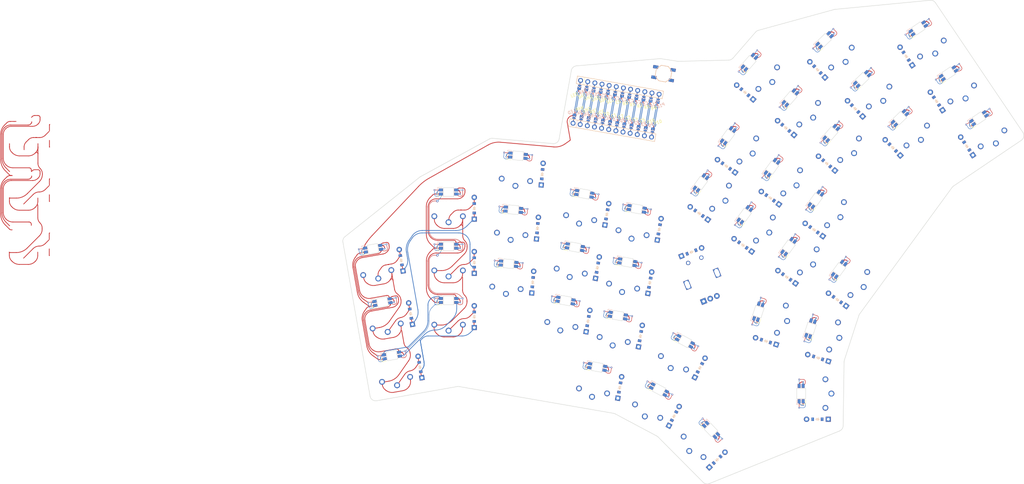
<source format=kicad_pcb>
(kicad_pcb (version 20211014) (generator pcbnew)
  (title_block (title "main") (rev "0.1") (company "klackygears"))
  (layers (0 "F.Cu" signal) (31 "B.Cu" signal) (34 "B.Paste" user) (35 "F.Paste" user) (36 "B.SilkS" user "B.Silkscreen") (37 "F.SilkS" user "F.Silkscreen") (38 "B.Mask" user) (39 "F.Mask" user) (44 "Edge.Cuts" user))
  (net 0 "")
  (net 1 "C4")
  (net 2 "pinky_bottom")
  (net 3 "pinky_home")
  (net 4 "pinky_top")
  (net 5 "CS")
  (net 6 "ring_bottom")
  (net 7 "ring_home")
  (net 8 "ring_top")
  (net 9 "R0")
  (net 10 "middle_bottom")
  (net 11 "middle_home")
  (net 12 "middle_top")
  (net 13 "index_bottom")
  (net 14 "index_home")
  (net 15 "index_top")
  (net 16 "R1")
  (net 17 "inner_bottom")
  (net 18 "inner_home")
  (net 19 "inner_top")
  (net 20 "near_thumb")
  (net 21 "home_thumb")
  (net 22 "C1")
  (net 23 "far_thumb")
  (net 24 "P10")
  (net 25 "mirror_pinky_bottom")
  (net 26 "mirror_pinky_home")
  (net 27 "mirror_pinky_top")
  (net 28 "mirror_ring_bottom")
  (net 29 "mirror_ring_home")
  (net 30 "mirror_ring_top")
  (net 31 "C3")
  (net 32 "mirror_middle_bottom")
  (net 33 "mirror_middle_home")
  (net 34 "mirror_middle_top")
  (net 35 "mirror_index_bottom")
  (net 36 "mirror_index_home")
  (net 37 "mirror_index_top")
  (net 38 "C2")
  (net 39 "mirror_inner_bottom")
  (net 40 "mirror_inner_home")
  (net 41 "mirror_inner_top")
  (net 42 "mirror_near_thumb")
  (net 43 "mirror_home_thumb")
  (net 44 "mirror_far_thumb")
  (net 45 "R2")
  (net 46 "R3")
  (net 47 "P9")
  (net 48 "C0")
  (net 49 "RAW")
  (net 50 "GND")
  (net 51 "RST")
  (net 52 "VCC")
  (net 53 "C5")
  (net 54 "P16")
  (net 55 "LED")
  (net 56 "DAT")
  (net 57 "SDA")
  (net 58 "SCL")
  (net 59 "MCU1_24")
  (net 60 "MCU1_1")
  (net 61 "MCU1_23")
  (net 62 "MCU1_2")
  (net 63 "MCU1_22")
  (net 64 "MCU1_3")
  (net 65 "MCU1_21")
  (net 66 "MCU1_4")
  (net 67 "MCU1_20")
  (net 68 "MCU1_5")
  (net 69 "MCU1_19")
  (net 70 "MCU1_6")
  (net 71 "MCU1_18")
  (net 72 "MCU1_7")
  (net 73 "MCU1_17")
  (net 74 "MCU1_8")
  (net 75 "MCU1_16")
  (net 76 "MCU1_9")
  (net 77 "MCU1_15")
  (net 78 "MCU1_10")
  (net 79 "MCU1_14")
  (net 80 "MCU1_11")
  (net 81 "MCU1_13")
  (net 82 "MCU1_12")
  (net 83 "rotary_button")
  (net 84 "LED_4")
  (net 85 "LED_3")
  (net 86 "LED_2")
  (net 87 "LED_5")
  (net 88 "LED_6")
  (net 89 "LED_7")
  (net 90 "LED_10")
  (net 91 "LED_9")
  (net 92 "LED_8")
  (net 93 "LED_11")
  (net 94 "LED_12")
  (net 95 "LED_13")
  (net 96 "LED_16")
  (net 97 "LED_15")
  (net 98 "LED_14")
  (net 99 "LED_17")
  (net 100 "LED_18")
  (net 101 "LED_20")
  (net 102 "LED_19")
  (net 103 "LED_37")
  (net 104 "LED_36")
  (net 105 "LED_38")
  (net 106 "LED_35")
  (net 107 "LED_34")
  (net 108 "LED_33")
  (net 109 "LED_31")
  (net 110 "LED_30")
  (net 111 "LED_32")
  (net 112 "LED_29")
  (net 113 "LED_28")
  (net 114 "LED_27")
  (net 115 "LED_25")
  (net 116 "LED_24")
  (net 117 "LED_26")
  (net 118 "LED_23")
  (net 119 "LED_22")
  (net 120 "LED_21")
  (footprint "E73:SW_TACT_ALPS_SKQGABE010" (layer "F.Cu") (at 172.363157 101.240878 -10)
    (fp_text reference "B1" hide)
    (fp_text value "" hide)
  )
  (footprint "PG1350" (layer "F.Cu") (at 119.305418 153.615936 175)
    (fp_text reference "S8" hide)
    (fp_text value "" hide)
  )
  (footprint "PG1350" (layer "F.Cu") (at 155.576363 190.684734 170)
    (fp_text reference "S13" hide)
    (fp_text value "" hide)
  )
  (footprint "ComboDiode" (layer "F.Cu") (at 215.230685 120.227397 139)
    (fp_text reference "D27" hide)
    (fp_text value "" hide)
  )
  (footprint "ComboDiode" (layer "F.Cu") (at 164.265987 193.232375 80)
    (fp_text reference "D13" hide)
    (fp_text value "" hide)
  )
  (footprint "PG1350" (layer "F.Cu") (at 274.944259 105.029824 -146)
    (fp_text reference "S21" hide)
    (fp_text value "" hide)
  )
  (footprint "PG1350" (layer "F.Cu") (at 264.319593 89.27811 -146)
    (fp_text reference "S22" hide)
    (fp_text value "" hide)
  )
  (footprint "ComboDiode" (layer "F.Cu") (at 176.06817 221.279795 62)
    (fp_text reference "D17" hide)
    (fp_text value "" hide)
  )
  (footprint "PG1350" (layer "F.Cu") (at 220.039523 164.639929 -126)
    (fp_text reference "S32" hide)
    (fp_text value "" hide)
  )
  (footprint "ComboDiode" (layer "F.Cu") (at 229.570168 132.692518 139)
    (fp_text reference "D26" hide)
    (fp_text value "" hide)
  )
  (footprint "PG1350" (layer "F.Cu") (at 234.71999 125.244071 -131)
    (fp_text reference "S26" hide)
    (fp_text value "" hide)
  )
  (footprint "ComboDiode" (layer "F.Cu") (at 184.815827 150.173028 144)
    (fp_text reference "D34" hide)
    (fp_text value "" hide)
  )
  (footprint "PG1350" (layer "F.Cu") (at 143.810943 147.993109 170)
    (fp_text reference "S12" hide)
    (fp_text value "" hide)
  )
  (footprint "ComboDiode" (layer "F.Cu") (at 257.417447 95.139887 124)
    (fp_text reference "D22" hide)
    (fp_text value "" hide)
  )
  (footprint "PG1350" (layer "F.Cu") (at 74.672545 185.944848 -170)
    (fp_text reference "S2" hide)
    (fp_text value "" hide)
  )
  (footprint "nice_nano" (layer "F.Cu") (at 154.493914 113.321446 80)
    (fp_text reference "MCU1" hide)
    (fp_text value "")
  )
  (footprint "PG1350" (layer "F.Cu") (at 177.66211 199.230246 152)
    (fp_text reference "S19" hide)
    (fp_text value "" hide)
  )
  (footprint "PG1350" (layer "F.Cu") (at 97.039164 185.425466 180)
    (fp_text reference "S4" hide)
    (fp_text value "" hide)
  )
  (footprint "ComboDiode" (layer "F.Cu") (at 126.528056 174.324232 85)
    (fp_text reference "D7" hide)
    (fp_text value "" hide)
  )
  (footprint "PG1350" (layer "F.Cu") (at 228.382162 192.014452 -108)
    (fp_text reference "S36" hide)
    (fp_text value "" hide)
  )
  (footprint "PG1350" (layer "F.Cu") (at 77.97186 204.656196 -170)
    (fp_text reference "S1" hide)
    (fp_text value "" hide)
  )
  (footprint "PG1350" (layer "F.Cu") (at 285.568922 120.781541 -146)
    (fp_text reference "S20" hide)
    (fp_text value "" hide)
  )
  (footprint "PG1350" (layer "F.Cu") (at 232.097248 92.858457 -136)
    (fp_text reference "S25" hide)
    (fp_text value "" hide)
  )
  (footprint "ComboDiode" (layer "F.Cu") (at 233.280936 180.440717 144)
    (fp_text reference "D35" hide)
    (fp_text value "" hide)
  )
  (footprint "PG1350" (layer "F.Cu") (at 158.875681 171.973386 170)
    (fp_text reference "S14" hide)
    (fp_text value "" hide)
  )
  (footprint "PG1350" (layer "F.Cu") (at 198.846763 125.757195 -126)
    (fp_text reference "S31" hide)
    (fp_text value "" hide)
  )
  (footprint "ComboDiode" (layer "F.Cu") (at 226.317848 99.829725 134)
    (fp_text reference "D25" hide)
    (fp_text value "" hide)
  )
  (footprint "PG1350" (layer "F.Cu") (at 237.761987 172.57178 -126)
    (fp_text reference "S35" hide)
    (fp_text value "" hide)
  )
  (footprint "PG1350" (layer "F.Cu") (at 229.589409 148.093034 -126)
    (fp_text reference "S29" hide)
    (fp_text value "" hide)
  )
  (footprint "ComboDiode" (layer "F.Cu") (at 209.737035 144.794054 144)
    (fp_text reference "D30" hide)
    (fp_text value "" hide)
  )
  (footprint "ComboDiode" (layer "F.Cu") (at 129.839972 136.468833 85)
    (fp_text reference "D9" hide)
    (fp_text value "" hide)
  )
  (footprint "ComboDiode" (layer "F.Cu") (at 208.258481 194.997629 162)
    (fp_text reference "D38" hide)
    (fp_text value "" hide)
  )
  (footprint "ComboDiode" (layer "F.Cu") (at 225.108357 155.961972 144)
    (fp_text reference "D29" hide)
    (fp_text value "" hide)
  )
  (footprint "PG1350" (layer "F.Cu") (at 206.041026 100.313827 -131)
    (fp_text reference "S28" hide)
    (fp_text value "" hide)
  )
  (footprint "ComboDiode" (layer "F.Cu") (at 80.410149 166.655476 100)
    (fp_text reference "D3" hide)
    (fp_text value "" hide)
  )
  (footprint "ComboDiode" (layer "F.Cu") (at 185.139166 204.33844 62)
    (fp_text reference "D19" hide)
    (fp_text value "" hide)
  )
  (footprint "PG1350" (layer "F.Cu") (at 97.039163 147.425468 180)
    (fp_text reference "S6" hide)
    (fp_text value "" hide)
  )
  (footprint "PG1350" (layer "F.Cu") (at 140.51163 166.704455 170)
    (fp_text reference "S11" hide)
    (fp_text value "" hide)
  )
  (footprint "PG1350" (layer "F.Cu") (at 204.6682 153.472008 -126)
    (fp_text reference "S33" hide)
    (fp_text value "" hide)
  )
  (footprint "PG1350" (layer "F.Cu") (at 168.591115 216.171603 152)
    (fp_text reference "S17" hide)
    (fp_text value "" hide)
  )
  (footprint "ComboDiode" (layer "F.Cu") (at 268.042112 110.8916 124)
    (fp_text reference "D21" hide)
    (fp_text value "" hide)
  )
  (footprint "ComboDiode" (layer "F.Cu") (at 83.709464 185.366823 100)
    (fp_text reference "D2" hide)
    (fp_text value "" hide)
  )
  (footprint "ComboDiode" (layer "F.Cu") (at 106.039164 167.425467 90)
    (fp_text reference "D5" hide)
    (fp_text value "" hide)
  )
  (footprint "ComboDiode" (layer "F.Cu") (at 128.184014 155.396535 85)
    (fp_text reference "D8" hide)
    (fp_text value "" hide)
  )
  (footprint "ComboDiode" (layer "F.Cu") (at 200.891202 107.762274 139)
    (fp_text reference "D28" hide)
    (fp_text value "" hide)
  )
  (footprint "PG1350" (layer "F.Cu") (at 71.373231 167.233504 -170)
    (fp_text reference "S3" hide)
    (fp_text value "" hide)
  )
  (footprint "ComboDiode" (layer "F.Cu") (at 191.171482 236.578498 44)
    (fp_text reference "D18" hide)
    (fp_text value "" hide)
  )
  (footprint "PG1350" (layer "F.Cu") (at 225.315026 213.379584 -90)
    (fp_text reference "S37" hide)
    (fp_text value "" hide)
  )
  (footprint "ComboDiode" (layer "F.Cu") (at 239.516357 113.497181 134)
    (fp_text reference "D24" hide)
    (fp_text value "" hide)
  )
  (footprint "PG1350" (layer "F.Cu") (at 117.64946 172.543637 175)
    (fp_text reference "S7" hide)
    (fp_text value "" hide)
  )
  (footprint "ComboDiode" (layer "F.Cu") (at 167.565301 174.52103 80)
    (fp_text reference "D14" hide)
    (fp_text value "" hide)
  )
  (footprint "ComboDiode" (layer "F.Cu") (at 106.039164 186.425467 90)
    (fp_text reference "D4" hide)
    (fp_text value "" hide)
  )
  (footprint "ComboDiode" (layer "F.Cu") (at 106.039163 148.42547 90)
    (fp_text reference "D6" hide)
    (fp_text value "" hide)
  )
  (footprint "E73:SW_TACT_ALPS_SKQGABE010" (layer "F.Cu") (at 172.363157 101.240878 -10)
    (fp_text reference "B2" hide)
    (fp_text value "" hide)
  )
  (footprint "ComboDiode" (layer "F.Cu") (at 152.500565 150.54075 80)
    (fp_text reference "D12" hide)
    (fp_text value "" hide)
  )
  (footprint "ComboDiode" (layer "F.Cu") (at 149.201251 169.252098 80)
    (fp_text reference "D11" hide)
    (fp_text value "" hide)
  )
  (footprint "ComboDiode" (layer "F.Cu") (at 226.552065 200.882977 162)
    (fp_text reference "D36" hide)
    (fp_text value "" hide)
  )
  (footprint "ComboDiode" (layer "F.Cu") (at 145.901933 187.963447 80)
    (fp_text reference "D10" hide)
    (fp_text value "" hide)
  )
  (footprint "ComboDiode" (layer "F.Cu") (at 200.18715 161.340945 144)
    (fp_text reference "D33" hide)
    (fp_text value "" hide)
  )
  (footprint "ComboDiode" (layer "F.Cu") (at 170.864617 155.809681 80)
    (fp_text reference "D15" hide)
    (fp_text value "" hide)
  )
  (footprint "PG1350" (layer "F.Cu") (at 245.295758 106.525914 -136)
    (fp_text reference "S24" hide)
    (fp_text value "" hide)
  )
  (footprint "PG1350" (layer "F.Cu") (at 210.088579 186.129103 -108)
    (fp_text reference "S38" hide)
    (fp_text value "" hide)
  )
  (footprint "PG1350" (layer "F.Cu") (at 97.039164 166.425466 180)
    (fp_text reference "S5" hide)
    (fp_text value "" hide)
  )
  (footprint "PG1350" (layer "F.Cu") (at 120.961375 134.688237 175)
    (fp_text reference "S9" hide)
    (fp_text value "" hide)
  )
  (footprint "ComboDiode" (layer "F.Cu") (at 278.666778 126.643313 124)
    (fp_text reference "D20" hide)
    (fp_text value "" hide)
  )
  (footprint "rotary_encoder" (layer "F.Cu") (at 185.934911 173.026412 112)
    (fp_text reference "_1" hide)
    (fp_text value "")
  )
  (footprint "ComboDiode" (layer "F.Cu") (at 182.188845 163.754575 22)
    (fp_text reference "D39" hide)
    (fp_text value "" hide)
  )
  (footprint "ComboDiode" (layer "F.Cu") (at 194.365713 133.626134 144)
    (fp_text reference "D31" hide)
    (fp_text value "" hide)
  )
  (footprint "PG1350" (layer "F.Cu") (at 214.218086 136.925116 -126)
    (fp_text reference "S30" hide)
    (fp_text value "" hide)
  )
  (footprint "ComboDiode" (layer "F.Cu") (at 215.558473 172.508867 144)
    (fp_text reference "D32" hide)
    (fp_text value "" hide)
  )
  (footprint "PG1350" (layer "F.Cu") (at 185.638896 229.409783 134)
    (fp_text reference "S18" hide)
    (fp_text value "" hide)
  )
  (footprint "PG1350" (layer "F.Cu") (at 220.380508 112.778952 -131)
    (fp_text reference "S27" hide)
    (fp_text value "" hide)
  )
  (footprint "PG1350" (layer "F.Cu") (at 148.337819 208.701488 170)
    (fp_text reference "S16" hide)
    (fp_text value "" hide)
  )
  (footprint "ComboDiode" (layer "F.Cu") (at 87.008778 204.078172 100)
    (fp_text reference "D1" hide)
    (fp_text value "" hide)
  )
  (footprint "PG1350" (layer "F.Cu") (at 258.494267 120.193372 -136)
    (fp_text reference "S23" hide)
    (fp_text value "" hide)
  )
  (footprint "PG1350" (layer "F.Cu") (at 162.174996 153.262041 170)
    (fp_text reference "S15" hide)
    (fp_text value "" hide)
  )
  (footprint "ComboDiode" (layer "F.Cu") (at 252.714867 127.164636 134)
    (fp_text reference "D23" hide)
    (fp_text value "" hide)
  )
  (footprint "ComboDiode" (layer "F.Cu") (at 157.02744 211.249132 80)
    (fp_text reference "D16" hide)
    (fp_text value "" hide)
  )
  (footprint "PG1350" (layer "F.Cu") (at 137.212314 185.415803 170)
    (fp_text reference "S10" hide)
    (fp_text value "" hide)
  )
  (footprint "ComboDiode" (layer "F.Cu") (at 226.315024 222.379584 180)
    (fp_text reference "D37" hide)
    (fp_text value "" hide)
  )
  (footprint "PG1350" (layer "F.Cu") (at 189.296876 142.304089 -126)
    (fp_text reference "S34" hide)
    (fp_text value "" hide)
  )
  (footprint "ceoloide:YS-SK6812MINI-E (per-key, reversible)" (layer "B.Cu") (at 261.691387 85.381635 34)
    (fp_text reference "LED22" hide)
    (fp_text value "")
    (fp_line (start -1.8 1.55) (end 1.8 1.55) (layer "Edge.Cuts") (width 0.12))
    (fp_line (start -1.8 -1.55) (end -1.8 1.55) (layer "Edge.Cuts") (width 0.12))
    (fp_line (start 1.8 1.55) (end 1.8 -1.55) (layer "Edge.Cuts") (width 0.12))
    (fp_line (start 1.8 -1.55) (end -1.8 -1.55) (layer "Edge.Cuts") (width 0.12))
  )
  (footprint "ceoloide:YS-SK6812MINI-E (per-key, reversible)" (layer "B.Cu") (at 70.557083 162.604907 10)
    (fp_text reference "LED3" hide)
    (fp_text value "")
    (fp_line (start -1.8 1.55) (end 1.8 1.55) (layer "Edge.Cuts") (width 0.12))
    (fp_line (start -1.8 -1.55) (end -1.8 1.55) (layer "Edge.Cuts") (width 0.12))
    (fp_line (start 1.8 -1.55) (end -1.8 -1.55) (layer "Edge.Cuts") (width 0.12))
    (fp_line (start 1.8 1.55) (end 1.8 -1.55) (layer "Edge.Cuts") (width 0.12))
  )
  (footprint "ceoloide:YS-SK6812MINI-E (per-key, reversible)" (layer "B.Cu") (at 195.044383 122.994604 54)
    (fp_text reference "LED31" hide)
    (fp_text value "")
    (fp_line (start 1.8 1.55) (end 1.8 -1.55) (layer "Edge.Cuts") (width 0.12))
    (fp_line (start -1.8 1.55) (end 1.8 1.55) (layer "Edge.Cuts") (width 0.12))
    (fp_line (start 1.8 -1.55) (end -1.8 -1.55) (layer "Edge.Cuts") (width 0.12))
    (fp_line (start -1.8 -1.55) (end -1.8 1.55) (layer "Edge.Cuts") (width 0.12))
  )
  (footprint "ceoloide:YS-SK6812MINI-E (per-key, reversible)" (layer "B.Cu") (at 97.039161 142.725468)
    (fp_text reference "LED6" hide)
    (fp_text value "")
    (fp_line (start 1.8 1.55) (end 1.8 -1.55) (layer "Edge.Cuts") (width 0.12))
    (fp_line (start 1.8 -1.55) (end -1.8 -1.55) (layer "Edge.Cuts") (width 0.12))
    (fp_line (start -1.8 1.55) (end 1.8 1.55) (layer "Edge.Cuts") (width 0.12))
    (fp_line (start -1.8 -1.55) (end -1.8 1.55) (layer "Edge.Cuts") (width 0.12))
  )
  (footprint "ceoloide:YS-SK6812MINI-E (per-key, reversible)" (layer "B.Cu") (at 144.627089 143.364513 -10)
    (fp_text reference "LED12" hide)
    (fp_text value "")
    (fp_line (start 1.8 1.55) (end 1.8 -1.55) (layer "Edge.Cuts") (width 0.12))
    (fp_line (start -1.8 1.55) (end 1.8 1.55) (layer "Edge.Cuts") (width 0.12))
    (fp_line (start -1.8 -1.55) (end -1.8 1.55) (layer "Edge.Cuts") (width 0.12))
    (fp_line (start 1.8 -1.55) (end -1.8 -1.55) (layer "Edge.Cuts") (width 0.12))
  )
  (footprint "ceoloide:YS-SK6812MINI-E (per-key, reversible)" (layer "B.Cu") (at 73.856399 181.316253 10)
    (fp_text reference "LED2" hide)
    (fp_text value "")
    (fp_line (start -1.8 1.55) (end 1.8 1.55) (layer "Edge.Cuts") (width 0.12))
    (fp_line (start 1.8 -1.55) (end -1.8 -1.55) (layer "Edge.Cuts") (width 0.12))
    (fp_line (start 1.8 1.55) (end 1.8 -1.55) (layer "Edge.Cuts") (width 0.12))
    (fp_line (start -1.8 -1.55) (end -1.8 1.55) (layer "Edge.Cuts") (width 0.12))
  )
  (footprint "ceoloide:YS-SK6812MINI-E (per-key, reversible)" (layer "B.Cu") (at 97.039163 161.725467)
    (fp_text reference "LED5" hide)
    (fp_text value "")
    (fp_line (start -1.8 -1.55) (end -1.8 1.55) (layer "Edge.Cuts") (width 0.12))
    (fp_line (start -1.8 1.55) (end 1.8 1.55) (layer "Edge.Cuts") (width 0.12))
    (fp_line (start 1.8 -1.55) (end -1.8 -1.55) (layer "Edge.Cuts") (width 0.12))
    (fp_line (start 1.8 1.55) (end 1.8 -1.55) (layer "Edge.Cuts") (width 0.12))
  )
  (footprint "ceoloide:YS-SK6812MINI-E (per-key, reversible)" (layer "B.Cu") (at 159.691827 167.34479 -10)
    (fp_text reference "LED14" hide)
    (fp_text value "")
    (fp_line (start 1.8 1.55) (end 1.8 -1.55) (layer "Edge.Cuts") (width 0.12))
    (fp_line (start -1.8 -1.55) (end -1.8 1.55) (layer "Edge.Cuts") (width 0.12))
    (fp_line (start 1.8 -1.55) (end -1.8 -1.55) (layer "Edge.Cuts") (width 0.12))
    (fp_line (start -1.8 1.55) (end 1.8 1.55) (layer "Edge.Cuts") (width 0.12))
  )
  (footprint "ceoloide:YS-SK6812MINI-E (per-key, reversible)" (layer "B.Cu") (at 119.71505 148.933824 -5)
    (fp_text reference "LED8" hide)
    (fp_text value "")
    (fp_line (start -1.8 -1.55) (end -1.8 1.55) (layer "Edge.Cuts") (width 0.12))
    (fp_line (start 1.8 -1.55) (end -1.8 -1.55) (layer "Edge.Cuts") (width 0.12))
    (fp_line (start 1.8 1.55) (end 1.8 -1.55) (layer "Edge.Cuts") (width 0.12))
    (fp_line (start -1.8 1.55) (end 1.8 1.55) (layer "Edge.Cuts") (width 0.12))
  )
  (footprint "ceoloide:YS-SK6812MINI-E (per-key, reversible)" (layer "B.Cu") (at 282.940718 116.885062 34)
    (fp_text reference "LED20" hide)
    (fp_text value "")
    (fp_line (start 1.8 -1.55) (end -1.8 -1.55) (layer "Edge.Cuts") (width 0.12))
    (fp_line (start -1.8 -1.55) (end -1.8 1.55) (layer "Edge.Cuts") (width 0.12))
    (fp_line (start 1.8 1.55) (end 1.8 -1.55) (layer "Edge.Cuts") (width 0.12))
    (fp_line (start -1.8 1.55) (end 1.8 1.55) (layer "Edge.Cuts") (width 0.12))
  )
  (footprint "ceoloide:YS-SK6812MINI-E (per-key, reversible)" (layer "B.Cu") (at 200.865819 150.709419 54)
    (fp_text reference "LED33" hide)
    (fp_text value "")
    (fp_line (start 1.8 1.55) (end 1.8 -1.55) (layer "Edge.Cuts") (width 0.12))
    (fp_line (start 1.8 -1.55) (end -1.8 -1.55) (layer "Edge.Cuts") (width 0.12))
    (fp_line (start -1.8 -1.55) (end -1.8 1.55) (layer "Edge.Cuts") (width 0.12))
    (fp_line (start -1.8 1.55) (end 1.8 1.55) (layer "Edge.Cuts") (width 0.12))
  )
  (footprint "ceoloide:YS-SK6812MINI-E (per-key, reversible)" (layer "B.Cu") (at 216.833371 109.695475 49)
    (fp_text reference "LED27" hide)
    (fp_text value "")
    (fp_line (start -1.8 1.55) (end 1.8 1.55) (layer "Edge.Cuts") (width 0.12))
    (fp_line (start 1.8 -1.55) (end -1.8 -1.55) (layer "Edge.Cuts") (width 0.12))
    (fp_line (start -1.8 -1.55) (end -1.8 1.55) (layer "Edge.Cuts") (width 0.12))
    (fp_line (start 1.8 1.55) (end 1.8 -1.55) (layer "Edge.Cuts") (width 0.12))
  )
  (footprint "ceoloide:YS-SK6812MINI-E (per-key, reversible)" (layer "B.Cu") (at 162.991143 148.633445 -10)
    (fp_text reference "LED15" hide)
    (fp_text value "")
    (fp_line (start 1.8 1.55) (end 1.8 -1.55) (layer "Edge.Cuts") (width 0.12))
    (fp_line (start 1.8 -1.55) (end -1.8 -1.55) (layer "Edge.Cuts") (width 0.12))
    (fp_line (start -1.8 -1.55) (end -1.8 1.55) (layer "Edge.Cuts") (width 0.12))
    (fp_line (start -1.8 1.55) (end 1.8 1.55) (layer "Edge.Cuts") (width 0.12))
  )
  (footprint "ceoloide:YS-SK6812MINI-E (per-key, reversible)" (layer "B.Cu") (at 138.028461 180.787208 -10)
    (fp_text reference "LED10" hide)
    (fp_text value "")
    (fp_line (start -1.8 1.55) (end 1.8 1.55) (layer "Edge.Cuts") (width 0.12))
    (fp_line (start 1.8 1.55) (end 1.8 -1.55) (layer "Edge.Cuts") (width 0.12))
    (fp_line (start 1.8 -1.55) (end -1.8 -1.55) (layer "Edge.Cuts") (width 0.12))
    (fp_line (start -1.8 -1.55) (end -1.8 1.55) (layer "Edge.Cuts") (width 0.12))
  )
  (footprint "ceoloide:YS-SK6812MINI-E (per-key, reversible)" (layer "B.Cu") (at 118.05909 167.861521 -5)
    (fp_text reference "LED7" hide)
    (fp_text value "")
    (fp_line (start 1.8 1.55) (end 1.8 -1.55) (layer "Edge.Cuts") (width 0.12))
    (fp_line (start 1.8 -1.55) (end -1.8 -1.55) (layer "Edge.Cuts") (width 0.12))
    (fp_line (start -1.8 1.55) (end 1.8 1.55) (layer "Edge.Cuts") (width 0.12))
    (fp_line (start -1.8 -1.55) (end -1.8 1.55) (layer "Edge.Cuts") (width 0.12))
  )
  (footprint "ceoloide:YS-SK6812MINI-E (per-key, reversible)" (layer "B.Cu") (at 170.797631 212.02175 -28)
    (fp_text reference "LED17" hide)
    (fp_text value "")
    (fp_line (start 1.8 -1.55) (end -1.8 -1.55) (layer "Edge.Cuts") (width 0.12))
    (fp_line (start 1.8 1.55) (end 1.8 -1.55) (layer "Edge.Cuts") (width 0.12))
    (fp_line (start -1.8 -1.55) (end -1.8 1.55) (layer "Edge.Cuts") (width 0.12))
    (fp_line (start -1.8 1.55) (end 1.8 1.55) (layer "Edge.Cuts") (width 0.12))
  )
  (footprint "ceoloide:YS-SK6812MINI-E (per-key, reversible)" (layer "B.Cu") (at 97.039163 180.725468)
    (fp_text reference "LED4" hide)
    (fp_text value "")
    (fp_line (start -1.8 1.55) (end 1.8 1.55) (layer "Edge.Cuts") (width 0.12))
    (fp_line (start 1.8 1.55) (end 1.8 -1.55) (layer "Edge.Cuts") (width 0.12))
    (fp_line (start -1.8 -1.55) (end -1.8 1.55) (layer "Edge.Cuts") (width 0.12))
    (fp_line (start 1.8 -1.55) (end -1.8 -1.55) (layer "Edge.Cuts") (width 0.12))
  )
  (footprint "ceoloide:YS-SK6812MINI-E (per-key, reversible)" (layer "B.Cu") (at 185.494496 139.541498 54)
    (fp_text reference "LED34" hide)
    (fp_text value "")
    (fp_line (start -1.8 1.55) (end 1.8 1.55) (layer "Edge.Cuts") (width 0.12))
    (fp_line (start -1.8 -1.55) (end -1.8 1.55) (layer "Edge.Cuts") (width 0.12))
    (fp_line (start 1.8 1.55) (end 1.8 -1.55) (layer "Edge.Cuts") (width 0.12))
    (fp_line (start 1.8 -1.55) (end -1.8 -1.55) (layer "Edge.Cuts") (width 0.12))
  )
  (footprint "ceoloide:YS-SK6812MINI-E (per-key, reversible)" (layer "B.Cu") (at 189.019793 226.144889 -46)
    (fp_text reference "LED18" hide)
    (fp_text value "")
    (fp_line (start -1.8 1.55) (end 1.8 1.55) (layer "Edge.Cuts") (width 0.12))
    (fp_line (start 1.8 -1.55) (end -1.8 -1.55) (layer "Edge.Cuts") (width 0.12))
    (fp_line (start 1.8 1.55) (end 1.8 -1.55) (layer "Edge.Cuts") (width 0.12))
    (fp_line (start -1.8 -1.55) (end -1.8 1.55) (layer "Edge.Cuts") (width 0.12))
  )
  (footprint "ceoloide:YS-SK6812MINI-E (per-key, reversible)" (layer "B.Cu") (at 231.172854 122.160596 49)
    (fp_text reference "LED26" hide)
    (fp_text value "")
    (fp_line (start -1.8 1.55) (end 1.8 1.55) (layer "Edge.Cuts") (width 0.12))
    (fp_line (start 1.8 -1.55) (end -1.8 -1.55) (layer "Edge.Cuts") (width 0.12))
    (fp_line (start -1.8 -1.55) (end -1.8 1.55) (layer "Edge.Cuts") (width 0.12))
    (fp_line (start 1.8 1.55) (end 1.8 -1.55) (layer "Edge.Cuts") (width 0.12))
  )
  (footprint "ceoloide:YS-SK6812MINI-E (per-key, reversible)" (layer "B.Cu") (at 242.030863 103.145019 44)
    (fp_text reference "LED24" hide)
    (fp_text value "")
    (fp_line (start -1.8 -1.55) (end -1.8 1.55) (layer "Edge.Cuts") (width 0.12))
    (fp_line (start 1.8 1.55) (end 1.8 -1.55) (layer "Edge.Cuts") (width 0.12))
    (fp_line (start -1.8 1.55) (end 1.8 1.55) (layer "Edge.Cuts") (width 0.12))
    (fp_line (start 1.8 -1.55) (end -1.8 -1.55) (layer "Edge.Cuts") (width 0.12))
  )
  (footprint "ceoloide:YS-SK6812MINI-E (per-key, reversible)" (layer "B.Cu") (at 179.868624 195.080392 -28)
    (fp_text reference "LED19" hide)
    (fp_text value "")
    (fp_line (start -1.8 1.55) (end 1.8 1.55) (layer "Edge.Cuts") (width 0.12))
    (fp_line (start 1.8 -1.55) (end -1.8 -1.55) (layer "Edge.Cuts") (width 0.12))
    (fp_line (start 1.8 1.55) (end 1.8 -1.55) (layer "Edge.Cuts") (width 0.12))
    (fp_line (start -1.8 -1.55) (end -1.8 1.55) (layer "Edge.Cuts") (width 0.12))
  )
  (footprint "ceoloide:YS-SK6812MINI-E (per-key, reversible)" (layer "B.Cu") (at 216.237143 161.877338 54)
    (fp_text reference "LED32" hide)
    (fp_text value "")
    (fp_line (start 1.8 1.55) (end 1.8 -1.55) (layer "Edge.Cuts") (width 0.12))
    (fp_line (start -1.8 -1.55) (end -1.8 1.55) (layer "Edge.Cuts") (width 0.12))
    (fp_line (start -1.8 1.55) (end 1.8 1.55) (layer "Edge.Cuts") (width 0.12))
    (fp_line (start 1.8 -1.55) (end -1.8 -1.55) (layer "Edge.Cuts") (width 0.12))
  )
  (footprint "ceoloide:YS-SK6812MINI-E (per-key, reversible)" (layer "B.Cu") (at 149.153964 204.072892 -10)
    (fp_text reference "LED16" hide)
    (fp_text value "")
    (fp_line (start 1.8 1.55) (end 1.8 -1.55) (layer "Edge.Cuts") (width 0.12))
    (fp_line (start 1.8 -1.55) (end -1.8 -1.55) (layer "Edge.Cuts") (width 0.12))
    (fp_line (start -1.8 -1.55) (end -1.8 1.55) (layer "Edge.Cuts") (width 0.12))
    (fp_line (start -1.8 1.55) (end 1.8 1.55) (layer "Edge.Cuts") (width 0.12))
  )
  (footprint "ceoloide:YS-SK6812MINI-E (per-key, reversible)" (layer "B.Cu") (at 223.912195 190.562073 72)
    (fp_text reference "LED36" hide)
    (fp_text value "")
    (fp_line (start 1.8 -1.55) (end -1.8 -1.55) (layer "Edge.Cuts") (width 0.12))
    (fp_line (start -1.8 1.55) (end 1.8 1.55) (layer "Edge.Cuts") (width 0.12))
    (fp_line (start 1.8 1.55) (end 1.8 -1.55) (layer "Edge.Cuts") (width 0.12))
    (fp_line (start -1.8 -1.55) (end -1.8 1.55) (layer "Edge.Cuts") (width 0.12))
  )
  (footprint "ceoloide:YS-SK6812MINI-E (per-key, reversible)" (layer "B.Cu") (at 220.615025 213.379587 90)
    (fp_text reference "LED37" hide)
    (fp_text value "")
    (fp_line (start -1.8 -1.55) (end -1.8 1.55) (layer "Edge.Cuts") (width 0.12))
    (fp_line (start 1.8 -1.55) (end -1.8 -1.55) (layer "Edge.Cuts") (width 0.12))
    (fp_line (start 1.8 1.55) (end 1.8 -1.55) (layer "Edge.Cuts") (width 0.12))
    (fp_line (start -1.8 1.55) (end 1.8 1.55) (layer "Edge.Cuts") (width 0.12))
  )
  (footprint "ceoloide:YS-SK6812MINI-E (per-key, reversible)" (layer "B.Cu") (at 225.787028 145.330444 54)
    (fp_text reference "LED29" hide)
    (fp_text value "")
    (fp_line (start 1.8 1.55) (end 1.8 -1.55) (layer "Edge.Cuts") (width 0.12))
    (fp_line (start -1.8 -1.55) (end -1.8 1.55) (layer "Edge.Cuts") (width 0.12))
    (fp_line (start 1.8 -1.55) (end -1.8 -1.55) (layer "Edge.Cuts") (width 0.12))
    (fp_line (start -1.8 1.55) (end 1.8 1.55) (layer "Edge.Cuts") (width 0.12))
  )
  (footprint "ceoloide:YS-SK6812MINI-E (per-key, reversible)" (layer "B.Cu") (at 156.392509 186.056139 -10)
    (fp_text reference "LED13" hide)
    (fp_text value "")
    (fp_line (start 1.8 -1.55) (end -1.8 -1.55) (layer "Edge.Cuts") (width 0.12))
    (fp_line (start 1.8 1.55) (end 1.8 -1.55) (layer "Edge.Cuts") (width 0.12))
    (fp_line (start -1.8 1.55) (end 1.8 1.55) (layer "Edge.Cuts") (width 0.12))
    (fp_line (start -1.8 -1.55) (end -1.8 1.55) (layer "Edge.Cuts") (width 0.12))
  )
  (footprint "ceoloide:YS-SK6812MINI-E (per-key, reversible)" (layer "B.Cu") (at 121.371009 130.006122 -5)
    (fp_text reference "LED9" hide)
    (fp_text value "")
    (fp_line (start 1.8 -1.55) (end -1.8 -1.55) (layer "Edge.Cuts") (width 0.12))
    (fp_line (start -1.8 -1.55) (end -1.8 1.55) (layer "Edge.Cuts") (width 0.12))
    (fp_line (start -1.8 1.55) (end 1.8 1.55) (layer "Edge.Cuts") (width 0.12))
    (fp_line (start 1.8 1.55) (end 1.8 -1.55) (layer "Edge.Cuts") (width 0.12))
  )
  (footprint "ceoloide:YS-SK6812MINI-E (per-key, reversible)" (layer "B.Cu") (at 233.959606 169.80919 54)
    (fp_text reference "LED35" hide)
    (fp_text value "")
    (fp_line (start -1.8 -1.55) (end -1.8 1.55) (layer "Edge.Cuts") (width 0.12))
    (fp_line (start 1.8 1.55) (end 1.8 -1.55) (layer "Edge.Cuts") (width 0.12))
    (fp_line (start -1.8 1.55) (end 1.8 1.55) (layer "Edge.Cuts") (width 0.12))
    (fp_line (start 1.8 -1.55) (end -1.8 -1.55) (layer "Edge.Cuts") (width 0.12))
  )
  (footprint "ceoloide:YS-SK6812MINI-E (per-key, reversible)" (layer "B.Cu") (at 228.832353 89.477563 44)
    (fp_text reference "LED25" hide)
    (fp_text value "")
    (fp_line (start 1.8 -1.55) (end -1.8 -1.55) (layer "Edge.Cuts") (width 0.12))
    (fp_line (start -1.8 -1.55) (end -1.8 1.55) (layer "Edge.Cuts") (width 0.12))
    (fp_line (start -1.8 1.55) (end 1.8 1.55) (layer "Edge.Cuts") (width 0.12))
    (fp_line (start 1.8 1.55) (end 1.8 -1.55) (layer "Edge.Cuts") (width 0.12))
  )
  (footprint "ceoloide:YS-SK6812MINI-E (per-key, reversible)" (layer "B.Cu") (at 272.31605 101.133349 34)
    (fp_text reference "LED21" hide)
    (fp_text value "")
    (fp_line (start 1.8 -1.55) (end -1.8 -1.55) (layer "Edge.Cuts") (width 0.12))
    (fp_line (start 1.8 1.55) (end 1.8 -1.55) (layer "Edge.Cuts") (width 0.12))
    (fp_line (start -1.8 -1.55) (end -1.8 1.55) (layer "Edge.Cuts") (width 0.12))
    (fp_line (start -1.8 1.55) (end 1.8 1.55) (layer "Edge.Cuts") (width 0.12))
  )
  (footprint "ceoloide:YS-SK6812MINI-E (per-key, reversible)" (layer "B.Cu") (at 77.155715 200.027601 10)
    (fp_text reference "LED1" hide)
    (fp_text value "")
    (fp_line (start 1.8 -1.55) (end -1.8 -1.55) (layer "Edge.Cuts") (width 0.12))
    (fp_line (start -1.8 -1.55) (end -1.8 1.55) (layer "Edge.Cuts") (width 0.12))
    (fp_line (start -1.8 1.55) (end 1.8 1.55) (layer "Edge.Cuts") (width 0.12))
    (fp_line (start 1.8 1.55) (end 1.8 -1.55) (layer "Edge.Cuts") (width 0.12))
  )
  (footprint "ceoloide:YS-SK6812MINI-E (per-key, reversible)" (layer "B.Cu") (at 255.229371 116.812474 44)
    (fp_text reference "LED23" hide)
    (fp_text value "")
    (fp_line (start 1.8 -1.55) (end -1.8 -1.55) (layer "Edge.Cuts") (width 0.12))
    (fp_line (start 1.8 1.55) (end 1.8 -1.55) (layer "Edge.Cuts") (width 0.12))
    (fp_line (start -1.8 1.55) (end 1.8 1.55) (layer "Edge.Cuts") (width 0.12))
    (fp_line (start -1.8 -1.55) (end -1.8 1.55) (layer "Edge.Cuts") (width 0.12))
  )
  (footprint "ceoloide:YS-SK6812MINI-E (per-key, reversible)" (layer "B.Cu") (at 205.618612 184.676724 72)
    (fp_text reference "LED38" hide)
    (fp_text value "")
    (fp_line (start -1.8 1.55) (end 1.8 1.55) (layer "Edge.Cuts") (width 0.12))
    (fp_line (start 1.8 1.55) (end 1.8 -1.55) (layer "Edge.Cuts") (width 0.12))
    (fp_line (start -1.8 -1.55) (end -1.8 1.55) (layer "Edge.Cuts") (width 0.12))
    (fp_line (start 1.8 -1.55) (end -1.8 -1.55) (layer "Edge.Cuts") (width 0.12))
  )
  (footprint "ceoloide:YS-SK6812MINI-E (per-key, reversible)" (layer "B.Cu") (at 210.415704 134.162523 54)
    (fp_text reference "LED30" hide)
    (fp_text value "")
    (fp_line (start 1.8 -1.55) (end -1.8 -1.55) (layer "Edge.Cuts") (width 0.12))
    (fp_line (start 1.8 1.55) (end 1.8 -1.55) (layer "Edge.Cuts") (width 0.12))
    (fp_line (start -1.8 -1.55) (end -1.8 1.55) (layer "Edge.Cuts") (width 0.12))
    (fp_line (start -1.8 1.55) (end 1.8 1.55) (layer "Edge.Cuts") (width 0.12))
  )
  (footprint "ceoloide:YS-SK6812MINI-E (per-key, reversible)" (layer "B.Cu") (at 202.493891 97.230352 49)
    (fp_text reference "LED28" hide)
    (fp_text value "")
    (fp_line (start 1.8 -1.55) (end -1.8 -1.55) (layer "Edge.Cuts") (width 0.12))
    (fp_line (start -1.8 1.55) (end 1.8 1.55) (layer "Edge.Cuts") (width 0.12))
    (fp_line (start 1.8 1.55) (end 1.8 -1.55) (layer "Edge.Cuts") (width 0.12))
    (fp_line (start -1.8 -1.55) (end -1.8 1.55) (layer "Edge.Cuts") (width 0.12))
  )
  (footprint "ceoloide:YS-SK6812MINI-E (per-key, reversible)" (layer "B.Cu") (at 141.327774 162.07586 -10)
    (fp_text reference "LED11" hide)
    (fp_text value "")
    (fp_line (start 1.8 1.55) (end 1.8 -1.55) (layer "Edge.Cuts") (width 0.12))
    (fp_line (start 1.8 -1.55) (end -1.8 -1.55) (layer "Edge.Cuts") (width 0.12))
    (fp_line (start -1.8 1.55) (end 1.8 1.55) (layer "Edge.Cuts") (width 0.12))
    (fp_line (start -1.8 -1.55) (end -1.8 1.55) (layer "Edge.Cuts") (width 0.12))
  )
  (gr_line (start 140.059031 100.148042) (end 135.782131 124.118098) (layer "Edge.Cuts") (width 0.15))
  (gr_arc (start 59.995183 160.293092) (mid 60.094365 159.237643) (end 60.71905 158.381152) (layer "Edge.Cuts") (width 0.15))
  (gr_arc (start 204.657656 86.662679) (mid 205.102163 86.281881) (end 205.637878 86.04608) (layer "Edge.Cuts") (width 0.15))
  (gr_line (start 274.040989 140.619409) (end 297.793152 124.598371) (layer "Edge.Cuts") (width 0.15))
  (gr_line (start 177.274695 96.89871) (end 171.499496 96.006278) (layer "Edge.Cuts") (width 0.15))
  (gr_arc (start 188.429273 244.92266) (mid 187.278607 245.027588) (end 186.26193 244.478581) (layer "Edge.Cuts") (width 0.15))
  (gr_line (start 171.022135 95.99022) (end 141.856009 98.506751) (layer "Edge.Cuts") (width 0.15))
  (gr_arc (start 298.332842 121.821911) (mid 298.63802 123.321914) (end 297.793152 124.598371) (layer "Edge.Cuts") (width 0.15))
  (gr_line (start 59.995182 160.293094) (end 69.512967 214.27114) (layer "Edge.Cuts") (width 0.15))
  (gr_line (start 195.250222 96.491706) (end 177.628904 96.921575) (layer "Edge.Cuts") (width 0.15))
  (gr_arc (start 240.853204 185.993212) (mid 240.974601 185.700724) (end 241.140643 185.431063) (layer "Edge.Cuts") (width 0.15))
  (gr_arc (start 235.334519 224.651967) (mid 234.984556 225.753134) (end 234.083947 226.476974) (layer "Edge.Cuts") (width 0.15))
  (gr_arc (start 196.710865 95.80442) (mid 196.052964 96.301974) (end 195.250222 96.491706) (layer "Edge.Cuts") (width 0.15))
  (gr_arc (start 135.782131 124.118098) (mid 135.029133 125.354737) (end 133.638916 125.759182) (layer "Edge.Cuts") (width 0.15))
  (gr_arc (start 235.663374 202.253934) (mid 235.690132 201.955934) (end 235.761045 201.665261) (layer "Edge.Cuts") (width 0.15))
  (gr_line (start 204.657655 86.662681) (end 196.710865 95.80442) (layer "Edge.Cuts") (width 0.15))
  (gr_line (start 133.638916 125.759182) (end 112.473605 123.907457) (layer "Edge.Cuts") (width 0.15))
  (gr_arc (start 273.544701 141.097302) (mid 273.772111 140.836824) (end 274.040989 140.619409) (layer "Edge.Cuts") (width 0.15))
  (gr_arc (start 265.83421 75.509249) (mid 266.878539 75.691415) (end 267.683061 76.381742) (layer "Edge.Cuts") (width 0.15))
  (gr_line (start 155.43749 220.5034) (end 169.987202 228.239617) (layer "Edge.Cuts") (width 0.15))
  (gr_line (start 188.429273 244.92266) (end 234.083947 226.476974) (layer "Edge.Cuts") (width 0.15))
  (gr_line (start 241.140643 185.431063) (end 273.544701 141.097302) (layer "Edge.Cuts") (width 0.15))
  (gr_arc (start 71.829879 215.893461) (mid 70.33543 215.562148) (end 69.512967 214.27114) (layer "Edge.Cuts") (width 0.15))
  (gr_line (start 86.904071 137.533026) (end 60.71905 158.381152) (layer "Edge.Cuts") (width 0.15))
  (gr_line (start 100.733876 210.917407) (end 154.840223 220.298694) (layer "Edge.Cuts") (width 0.15))
  (gr_line (start 235.761045 201.665261) (end 240.853205 185.993209) (layer "Edge.Cuts") (width 0.15))
  (gr_line (start 71.82988 215.893461) (end 100.044906 210.918388) (layer "Edge.Cuts") (width 0.15))
  (gr_line (start 265.834209 75.509249) (end 232.515956 78.702006) (layer "Edge.Cuts") (width 0.15))
  (gr_arc (start 86.904071 137.533026) (mid 87.04328 137.431665) (end 87.190693 137.342655) (layer "Edge.Cuts") (width 0.15))
  (gr_arc (start 111.340167 124.144829) (mid 111.88933 123.942313) (end 112.473605 123.907457) (layer "Edge.Cuts") (width 0.15))
  (gr_arc (start 140.059031 100.148041) (mid 140.67914 99.022609) (end 141.856009 98.506751) (layer "Edge.Cuts") (width 0.15))
  (gr_arc (start 169.987205 228.239619) (mid 170.240134 228.399451) (end 170.46639 228.595226) (layer "Edge.Cuts") (width 0.15))
  (gr_arc (start 171.022135 95.99022) (mid 171.261297 95.983947) (end 171.499496 96.006278) (layer "Edge.Cuts") (width 0.15))
  (gr_line (start 298.332842 121.821911) (end 267.683061 76.381742) (layer "Edge.Cuts") (width 0.15))
  (gr_line (start 232.177535 78.764168) (end 205.637878 86.04608) (layer "Edge.Cuts") (width 0.15))
  (gr_arc (start 232.177535 78.764168) (mid 232.345406 78.725795) (end 232.515956 78.702006) (layer "Edge.Cuts") (width 0.15))
  (gr_arc (start 154.840223 220.298694) (mid 155.146986 220.377328) (end 155.43749 220.5034) (layer "Edge.Cuts") (width 0.15))
  (gr_arc (start 177.628904 96.921575) (mid 177.451291 96.918016) (end 177.274695 96.89871) (layer "Edge.Cuts") (width 0.15))
  (gr_line (start 235.334519 224.651967) (end 235.663375 202.253935) (layer "Edge.Cuts") (width 0.15))
  (gr_arc (start 100.044906 210.918388) (mid 100.389348 210.888005) (end 100.733876 210.917407) (layer "Edge.Cuts") (width 0.15))
  (gr_line (start 170.46639 228.595226) (end 186.26193 244.478581) (layer "Edge.Cuts") (width 0.15))
  (gr_line (start 111.340167 124.144829) (end 87.190693 137.342655) (layer "Edge.Cuts") (width 0.15))
  (segment (start 266.220697 83.244777) (end 265.40341 82.033065) (width 0.15) (layer "F.Cu") (net 0))
  (segment (start 264.893921 84.565146) (end 264.321014 84.452726) (width 0.15) (layer "F.Cu") (net 0))
  (segment (start 266.029008 84.247106) (end 265.842428 84.372989) (width 0.15) (layer "F.Cu") (net 0))
  (via (at 265.40341 82.033065) (size 0.56) (drill 0.3) (layers "F.Cu" "B.Cu") (net 0))
  (arc (start 266.332304 83.786254) (mid 266.22679 84.047042) (end 266.029008 84.247106) (width 0.15) (layer "F.Cu") (net 0))
  (arc (start 264.893921 84.565146) (mid 265.387333 84.563636) (end 265.842428 84.372989) (width 0.15) (layer "F.Cu") (net 0))
  (arc (start 266.220697 83.244777) (mid 266.329992 83.50449) (end 266.332304 83.786254) (width 0.15) (layer "F.Cu") (net 0))
  (segment (start 265.40341 82.033065) (end 263.537994 83.291494) (width 0.15) (layer "B.Cu") (net 0))
  (segment (start 83.19689 210.875186) (end 83.090943 211.026496) (width 0.25) (layer "F.Cu") (net 1))
  (segment (start -55.842725 129.02639) (end -56.082306 128.78681) (width 0.25) (layer "F.Cu") (net 1))
  (segment (start 83.668807 208.746513) (end 83.463902 207.584439) (width 0.25) (layer "F.Cu") (net 1))
  (segment (start 71.962376 193.65247) (end 71.684833 193.458132) (width 0.25) (layer "F.Cu") (net 1))
  (segment (start 76.321499 187.989502) (end 79.765892 183.0704) (width 0.25) (layer "F.Cu") (net 1))
  (segment (start -56.870196 144.798921) (end -56.935196 144.733921) (width 0.25) (layer "F.Cu") (net 1))
  (segment (start 80.402509 190.049653) (end 80.197604 188.88758) (width 0.25) (layer "F.Cu") (net 1))
  (segment (start -45.365196 136.322865) (end -45.365196 136.633921) (width 0.25) (layer "F.Cu") (net 1))
  (segment (start -46.955196 151.694976) (end -46.955196 147.213921) (width 0.25) (layer "F.Cu") (net 1))
  (segment (start 73.67912 209.392296) (end 73.60382 209.339571) (width 0.25) (layer "F.Cu") (net 1))
  (segment (start 73.844947 209.429059) (end 76.074663 209.035899) (width 0.25) (layer "F.Cu") (net 1))
  (segment (start 80.964191 212.381385) (end 77.850093 212.930486) (width 0.25) (layer "F.Cu") (net 1))
  (segment (start -50.199912 130.053921) (end -53.362049 130.053921) (width 0.25) (layer "F.Cu") (net 1))
  (segment (start 162.829298 109.936846) (end 162.561522 111.436346) (width 0.25) (layer "F.Cu") (net 1))
  (segment (start 74.421921 174.904359) (end 71.307822 175.453459) (width 0.25) (layer "F.Cu") (net 1))
  (segment (start -50.234852 149.11764) (end -53.396989 149.11764) (width 0.25) (layer "F.Cu") (net 1))
  (segment (start -46.905196 129.303921) (end -46.905196 132.604976) (width 0.25) (layer "F.Cu") (net 1))
  (segment (start 77.126538 171.269486) (end 76.921633 170.107414) (width 0.25) (layer "F.Cu") (net 1))
  (segment (start -46.940136 146.00764) (end -46.940136 144.82764) (width 0.25) (layer "F.Cu") (net 1))
  (segment (start 77.697892 193.684526) (end 74.583794 194.233625) (width 0.25) (layer "F.Cu") (net 1))
  (segment (start -47.905136 148.15264) (end -47.774522 148.022026) (width 0.25) (layer "F.Cu") (net 1))
  (segment (start 67.302556 172.941414) (end 67.109054 171.844013) (width 0.25) (layer "F.Cu") (net 1))
  (segment (start -56.763272 163.953921) (end -54.499159 163.953921) (width 0.25) (layer "F.Cu") (net 1))
  (segment (start -56.920196 163.888921) (end -56.985196 163.823921) (width 0.25) (layer "F.Cu") (net 1))
  (segment (start 68.408863 174.677968) (end 68.686405 174.872305) (width 0.25) (layer "F.Cu") (net 1))
  (segment (start 76.548673 173.549468) (end 76.654623 173.398157) (width 0.25) (layer "F.Cu") (net 1))
  (segment (start -56.870256 126.884531) (end -56.870256 125.770202) (width 0.25) (layer "F.Cu") (net 1))
  (segment (start -46.905196 126.943921) (end -46.905196 129.303921) (width 0.25) (layer "F.Cu") (net 1))
  (segment (start -56.935196 164.92825) (end -56.935196 163.813921) (width 0.25) (layer "F.Cu") (net 1))
  (segment (start -50.601403 143.270128) (end -46.355145 139.02387) (width 0.25) (layer "F.Cu") (net 1))
  (segment (start 70.413416 190.583632) (end 70.338117 190.530907) (width 0.25) (layer "F.Cu") (net 1))
  (segment (start 70.579241 190.620395) (end 72.808958 190.227237) (width 0.25) (layer "F.Cu") (net 1))
  (segment (start 74.951132 212.154994) (end 75.228675 212.349332) (width 0.25) (layer "F.Cu") (net 1))
  (segment (start -56.147246 166.830529) (end -55.907666 167.07011) (width 0.25) (layer "F.Cu") (net 1))
  (segment (start -47.739582 128.958307) (end -47.870196 129.088921) (width 0.25) (layer "F.Cu") (net 1))
  (segment (start 77.536347 173.593631) (end 78.10957 176.844539) (width 0.25) (layer "F.Cu") (net 1))
  (segment (start 79.587203 206.798163) (end 83.031595 201.879061) (width 0.25) (layer "F.Cu") (net 1))
  (segment (start -46.970136 164.98764) (end -46.970136 163.80764) (width 0.25) (layer "F.Cu") (net 1))
  (segment (start -46.905196 126.943921) (end -46.905196 125.763921) (width 0.25) (layer "F.Cu") (net 1))
  (segment (start 70.578527 191.721579) (end 70.385025 190.62418) (width 0.25) (layer "F.Cu") (net 1))
  (segment (start -56.905196 145.94825) (end -56.905196 144.833921) (width 0.25) (layer "F.Cu") (net 1))
  (segment (start 73.844825 210.41844) (end 73.651323 209.321039) (width 0.25) (layer "F.Cu") (net 1))
  (segment (start 80.271777 180.238524) (end 80.325792 180.544855) (width 0.25) (layer "F.Cu") (net 1))
  (segment (start -45.415196 155.723921) (end -45.415196 155.412865) (width 0.25) (layer "F.Cu") (net 1))
  (segment (start 83.591495 199.353518) (end 83.537481 199.047189) (width 0.25) (layer "F.Cu") (net 1))
  (segment (start -54.449159 144.863921) (end -56.713272 144.863921) (width 0.25) (layer "F.Cu") (net 1))
  (segment (start -50.264852 168.09764) (end -53.426989 168.09764) (width 0.25) (layer "F.Cu") (net 1))
  (segment (start 81.375272 195.6532) (end 80.597146 191.240223) (width 0.25) (layer "F.Cu") (net 1))
  (segment (start -55.877665 148.090109) (end -56.117246 147.850529) (width 0.25) (layer "F.Cu") (net 1))
  (segment (start 77.126538 171.269486) (end 77.536347 173.593631) (width 0.25) (layer "F.Cu") (net 1))
  (segment (start 79.824644 192.329635) (end 79.930593 192.178325) (width 0.25) (layer "F.Cu") (net 1))
  (segment (start -47.935136 167.13264) (end -47.804522 167.002026) (width 0.25) (layer "F.Cu") (net 1))
  (segment (start -46.405145 158.11387) (end -50.651403 162.360128) (width 0.25) (layer "F.Cu") (net 1))
  (arc (start 78.10957 176.844539) (mid 78.481345 177.800558) (end 79.190674 178.541532) (width 0.25) (layer "F.Cu") (net 1))
  (arc (start -50.651403 162.360128) (mid -52.416768 163.539707) (end -54.499159 163.953921) (width 0.25) (layer "F.Cu") (net 1))
  (arc (start 79.190674 178.541532) (mid 79.900002 179.282505) (end 80.271777 180.238524) (width 0.25) (layer "F.Cu") (net 1))
  (arc (start -56.870196 144.798921) (mid -56.798198 144.847028) (end -56.713272 144.863921) (width 0.25) (layer "F.Cu") (net 1))
  (arc (start 83.090943 211.026496) (mid 82.162319 211.915459) (end 80.964191 212.381385) (width 0.25) (layer "F.Cu") (net 1))
  (arc (start 81.375272 195.6532) (mid 81.747048 196.60922) (end 82.456377 197.350195) (width 0.25) (layer "F.Cu") (net 1))
  (arc (start -56.935196 164.92825) (mid -56.730414 165.957756) (end -56.147246 166.830529) (width 0.25) (layer "F.Cu") (net 1))
  (arc (start -47.870196 129.088921) (mid -48.939078 129.803125) (end -50.199912 130.053921) (width 0.25) (layer "F.Cu") (net 1))
  (arc (start 67.302556 172.941414) (mid 67.682998 173.91972) (end 68.408863 174.677968) (width 0.25) (layer "F.Cu") (net 1))
  (arc (start -47.935136 167.13264) (mid -49.004018 167.846844) (end -50.264852 168.09764) (width 0.25) (layer "F.Cu") (net 1))
  (arc (start -46.905196 129.303921) (mid -47.206923 128.852354) (end -47.739582 128.958307) (width 0.25) (layer "F.Cu") (net 1))
  (arc (start -46.135196 134.463921) (mid -45.565312 135.316811) (end -45.365196 136.322865) (width 0.25) (layer "F.Cu") (net 1))
  (arc (start -45.415196 155.723921) (mid -45.672475 157.017352) (end -46.405145 158.11387) (width 0.25) (layer "F.Cu") (net 1))
  (arc (start 73.844825 210.41844) (mid 74.225267 211.396746) (end 74.951132 212.154994) (width 0.25) (layer "F.Cu") (net 1))
  (arc (start 83.591495 199.353518) (mid 83.562725 200.671975) (end 83.031595 201.879061) (width 0.25) (layer "F.Cu") (net 1))
  (arc (start -55.877665 148.090109) (mid -54.739521 148.850593) (end -53.396989 149.11764) (width 0.25) (layer "F.Cu") (net 1))
  (arc (start -46.185196 153.553921) (mid -45.615312 154.406811) (end -45.415196 155.412865) (width 0.25) (layer "F.Cu") (net 1))
  (arc (start 79.587203 206.798163) (mid 78.05349 208.266374) (end 76.074663 209.035899) (width 0.25) (layer "F.Cu") (net 1))
  (arc (start -55.907666 167.07011) (mid -54.769521 167.830593) (end -53.426989 168.09764) (width 0.25) (layer "F.Cu") (net 1))
  (arc (start 68.686405 174.872305) (mid 69.939314 175.423598) (end 71.307822 175.453459) (width 0.25) (layer "F.Cu") (net 1))
  (arc (start 76.548673 173.549468) (mid 75.620049 174.438432) (end 74.421921 174.904359) (width 0.25) (layer "F.Cu") (net 1))
  (arc (start -47.905136 148.15264) (mid -48.974018 148.866844) (end -50.234852 149.11764) (width 0.25) (layer "F.Cu") (net 1))
  (arc (start 83.668807 208.746513) (mid 83.644558 209.857784) (end 83.19689 210.875186) (width 0.25) (layer "F.Cu") (net 1))
  (arc (start 80.325792 180.544855) (mid 80.297023 181.863313) (end 79.765892 183.0704) (width 0.25) (layer "F.Cu") (net 1))
  (arc (start 70.578527 191.721579) (mid 70.958969 192.699884) (end 71.684833 193.458132) (width 0.25) (layer "F.Cu") (net 1))
  (arc (start -55.842725 129.02639) (mid -54.704581 129.786874) (end -53.362049 130.053921) (width 0.25) (layer "F.Cu") (net 1))
  (arc (start -46.970136 164.98764) (mid -47.186985 166.077817) (end -47.804522 167.002026) (width 0.25) (layer "F.Cu") (net 1))
  (arc (start 76.321499 187.989502) (mid 74.787785 189.457713) (end 72.808958 190.227237) (width 0.25) (layer "F.Cu") (net 1))
  (arc (start -56.870256 126.884531) (mid -56.665474 127.914037) (end -56.082306 128.78681) (width 0.25) (layer "F.Cu") (net 1))
  (arc (start 75.228675 212.349332) (mid 76.481584 212.900625) (end 77.850093 212.930486) (width 0.25) (layer "F.Cu") (net 1))
  (arc (start -47.739582 128.958307) (mid -47.122045 128.034098) (end -46.905196 126.943921) (width 0.25) (layer "F.Cu") (net 1))
  (arc (start 80.402509 190.049653) (mid 80.37826 191.160923) (end 79.930593 192.178325) (width 0.25) (layer "F.Cu") (net 1))
  (arc (start -46.905196 132.604976) (mid -46.705079 133.611029) (end -46.135196 134.463921) (width 0.25) (layer "F.Cu") (net 1))
  (arc (start -46.955196 151.694976) (mid -46.755079 152.701029) (end -46.185196 153.553921) (width 0.25) (layer "F.Cu") (net 1))
  (arc (start 77.536347 173.593631) (mid 77.16079 173.201319) (end 76.654623 173.398157) (width 0.25) (layer "F.Cu") (net 1))
  (arc (start -56.920196 163.888921) (mid -56.848198 163.937028) (end -56.763272 163.953921) (width 0.25) (layer "F.Cu") (net 1))
  (arc (start 79.824644 192.329635) (mid 78.89602 193.218599) (end 77.697892 193.684526) (width 0.25) (layer "F.Cu") (net 1))
  (arc (start 73.67912 209.392296) (mid 73.758377 209.42717) (end 73.844947 209.429059) (width 0.25) (layer "F.Cu") (net 1))
  (arc (start 76.654623 173.398157) (mid 77.10229 172.380756) (end 77.126538 171.269486) (width 0.25) (layer "F.Cu") (net 1))
  (arc (start -50.601403 143.270128) (mid -52.366768 144.449707) (end -54.449159 144.863921) (width 0.25) (layer "F.Cu") (net 1))
  (arc (start -56.905196 145.94825) (mid -56.700414 146.977756) (end -56.117246 147.850529) (width 0.25) (layer "F.Cu") (net 1))
  (arc (start 71.962376 193.65247) (mid 73.215285 194.203764) (end 74.583794 194.233625) (width 0.25) (layer "F.Cu") (net 1))
  (arc (start 82.456377 197.350195) (mid 83.165706 198.091169) (end 83.537481 199.047189) (width 0.25) (layer "F.Cu") (net 1))
  (arc (start -46.940136 146.00764) (mid -47.156985 147.097817) (end -47.774522 148.022026) (width 0.25) (layer "F.Cu") (net 1))
  (arc (start 70.413416 190.583632) (mid 70.492672 190.618506) (end 70.579241 190.620395) (width 0.25) (layer "F.Cu") (net 1))
  (arc (start -45.365196 136.633921) (mid -45.622475 137.927352) (end -46.355145 139.02387) (width 0.25) (layer "F.Cu") (net 1))
  (segment (start 162.148754 117.982646) (end 162.163015 117.902528) (width 0.25) (layer "B.Cu") (net 1))
  (segment (start 162.056746 117.421234) (end 161.907774 117.208437) (width 0.25) (layer "B.Cu") (net 1))
  (segment (start 161.854314 117.147105) (end 161.886537 117.191396) (width 0.25) (layer "B.Cu") (net 1))
  (segment (start 161.209387 119.127938) (end 161.172063 119.342546) (width 0.25) (layer "B.Cu") (net 1))
  (segment (start 162.662293 111.578983) (end 162.561522 111.436346) (width 0.25) (layer "B.Cu") (net 1))
  (segment (start 161.802335 118.524957) (end 161.425249 118.788534) (width 0.25) (layer "B.Cu") (net 1))
  (segment (start 161.82864 117.036185) (end 162.732821 111.893624) (width 0.25) (layer "B.Cu") (net 1))
  (arc (start 162.148754 117.982646) (mid 162.029425 118.288219) (end 161.802335 118.524957) (width 0.25) (layer "B.Cu") (net 1))
  (arc (start 162.662293 111.578983) (mid 162.729001 111.729255) (end 162.732821 111.893624) (width 0.25) (layer "B.Cu") (net 1))
  (arc (start 162.056746 117.421234) (mid 162.157843 117.651291) (end 162.163015 117.902528) (width 0.25) (layer "B.Cu") (net 1))
  (arc (start 161.82864 117.036185) (mid 161.830191 117.094257) (end 161.854314 117.147105) (width 0.25) (layer "B.Cu") (net 1))
  (arc (start 161.425249 118.788534) (mid 161.283422 118.936678) (end 161.209387 119.127938) (width 0.25) (layer "B.Cu") (net 1))
  (arc (start 161.886537 117.191396) (mid 161.891296 117.196363) (end 161.897208 117.19988) (width 0.25) (layer "B.Cu") (net 1))
  (arc (start 161.897208 117.19988) (mid 161.903092 117.203416) (end 161.907774 117.208437) (width 0.25) (layer "B.Cu") (net 1))
  (segment (start -42.872666 157.12017) (end -42.810136 157.05764) (width 0.25) (layer "F.Cu") (net 2))
  (segment (start 86.337855 200.287049) (end 86.388577 200.21461) (width 0.25) (layer "F.Cu") (net 2))
  (segment (start 85.532933 204.173419) (end 86.555063 202.713668) (width 0.25) (layer "F.Cu") (net 2))
  (segment (start 81.65446 206.644277) (end 78.940024 210.520896) (width 0.25) (layer "F.Cu") (net 2))
  (segment (start 86.302489 200.446575) (end 86.665898 202.507568) (width 0.25) (layer "F.Cu") (net 2))
  (segment (start -48.588831 162.567556) (end -51.935196 165.913921) (width 0.25) (layer "F.Cu") (net 2))
  (segment (start -42.935196 157.27113) (end -42.935196 159.363919) (width 0.25) (layer "F.Cu") (net 2))
  (segment (start -44.340219 160.807723) (end -43.080136 159.54764) (width 0.25) (layer "F.Cu") (net 2))
  (arc (start -42.872666 157.12017) (mid -42.918944 157.189431) (end -42.935196 157.27113) (width 0.25) (layer "F.Cu") (net 2))
  (arc (start -44.340219 160.807723) (mid -45.314859 161.458957) (end -46.464525 161.68764) (width 0.25) (layer "F.Cu") (net 2))
  (arc (start 85.532933 204.173419) (mid 84.686186 204.984002) (end 83.593697 205.408848) (width 0.25) (layer "F.Cu") (net 2))
  (arc (start 83.593697 205.408848) (mid 82.501207 205.833693) (end 81.65446 206.644277) (width 0.25) (layer "F.Cu") (net 2))
  (arc (start -46.464525 161.68764) (mid -47.614191 161.916322) (end -48.588831 162.567556) (width 0.25) (layer "F.Cu") (net 2))
  (arc (start 86.337855 200.287049) (mid 86.304306 200.363294) (end 86.302489 200.446575) (width 0.25) (layer "F.Cu") (net 2))
  (segment (start -48.558831 143.587556) (end -51.905196 146.933921) (width 0.25) (layer "F.Cu") (net 3))
  (segment (start 83.036189 181.749714) (end 83.3996 183.810709) (width 0.25) (layer "F.Cu") (net 3))
  (segment (start 82.266635 185.476558) (end 83.288765 184.016806) (width 0.25) (layer "F.Cu") (net 3))
  (segment (start -42.905196 138.29113) (end -42.905196 140.383919) (width 0.25) (layer "F.Cu") (net 3))
  (segment (start 83.071556 181.590189) (end 83.122279 181.517751) (width 0.25) (layer "F.Cu") (net 3))
  (segment (start 78.388161 187.947419) (end 75.673726 191.824034) (width 0.25) (layer "F.Cu") (net 3))
  (segment (start -44.310219 141.827723) (end -43.050136 140.56764) (width 0.25) (layer "F.Cu") (net 3))
  (segment (start -42.842666 138.14017) (end -42.780136 138.07764) (width 0.25) (layer "F.Cu") (net 3))
  (arc (start 82.266635 185.476558) (mid 81.419887 186.287142) (end 80.327398 186.711989) (width 0.25) (layer "F.Cu") (net 3))
  (arc (start 83.071556 181.590189) (mid 83.038006 181.666434) (end 83.036189 181.749714) (width 0.25) (layer "F.Cu") (net 3))
  (arc (start -42.842666 138.14017) (mid -42.888944 138.209431) (end -42.905196 138.29113) (width 0.25) (layer "F.Cu") (net 3))
  (arc (start 80.327398 186.711989) (mid 79.234908 187.136834) (end 78.388161 187.947419) (width 0.25) (layer "F.Cu") (net 3))
  (arc (start -46.434525 142.70764) (mid -47.584191 142.936322) (end -48.558831 143.587556) (width 0.25) (layer "F.Cu") (net 3))
  (arc (start -44.310219 141.827723) (mid -45.284859 142.478957) (end -46.434525 142.70764) (width 0.25) (layer "F.Cu") (net 3))
  (segment (start -42.870256 119.227411) (end -42.870256 121.3202) (width 0.25) (layer "F.Cu") (net 4))
  (segment (start -51.745196 126.913921) (end -51.745196 127.913921) (width 0.25) (layer "F.Cu") (net 4))
  (segment (start 75.90905 168.133253) (end 75.00735 168.292248) (width 0.25) (layer "F.Cu") (net 4))
  (segment (start -44.334952 122.823677) (end -43.015196 121.503921) (width 0.25) (layer "F.Cu") (net 4))
  (segment (start 76.075263 168.103946) (end 75.90905 168.133254) (width 0.25) (layer "F.Cu") (net 4))
  (segment (start 79.760219 162.96955) (end 80.123629 165.030542) (width 0.25) (layer "F.Cu") (net 4))
  (segment (start -47.559585 123.643921) (end -47.643975 123.643921) (width 0.25) (layer "F.Cu") (net 4))
  (segment (start 75.90905 168.133253) (end 76.075263 168.103946) (width 0.25) (layer "F.Cu") (net 4))
  (segment (start -42.807726 119.076451) (end -42.745196 119.013921) (width 0.25) (layer "F.Cu") (net 4))
  (segment (start -47.559585 123.643921) (end -47.390806 123.643921) (width 0.25) (layer "F.Cu") (net 4))
  (segment (start 75.90905 168.133254) (end 75.825944 168.147908) (width 0.25) (layer "F.Cu") (net 4))
  (segment (start 78.94226 166.765521) (end 80.012794 165.236642) (width 0.25) (layer "F.Cu") (net 4))
  (segment (start -47.559585 123.643921) (end -48.475196 123.643921) (width 0.25) (layer "F.Cu") (net 4))
  (segment (start 79.795586 162.810023) (end 79.846308 162.737584) (width 0.25) (layer "F.Cu") (net 4))
  (segment (start 72.354859 172.080399) (end 72.528507 173.065208) (width 0.25) (layer "F.Cu") (net 4))
  (segment (start -47.390806 123.643921) (end -47.559585 123.643921) (width 0.25) (layer "F.Cu") (net 4))
  (segment (start -46.315196 123.643921) (end -47.390806 123.643921) (width 0.25) (layer "F.Cu") (net 4))
  (segment (start -51.038089 125.206814) (end -50.182302 124.351027) (width 0.25) (layer "F.Cu") (net 4))
  (segment (start 72.754787 170.276438) (end 73.448967 169.285047) (width 0.25) (layer "F.Cu") (net 4))
  (segment (start 76.075263 168.103946) (end 77.134534 167.917168) (width 0.25) (layer "F.Cu") (net 4))
  (arc (start -51.038089 125.206814) (mid -51.561424 125.990041) (end -51.745196 126.913921) (width 0.25) (layer "F.Cu") (net 4))
  (arc (start 78.94226 166.765521) (mid 78.152935 167.521134) (end 77.134534 167.917168) (width 0.25) (layer "F.Cu") (net 4))
  (arc (start 75.90905 168.133254) (mid 75.90905 168.133253) (end 75.90905 168.133253) (width 0.25) (layer "F.Cu") (net 4))
  (arc (start -48.475196 123.643921) (mid -49.399075 123.827691) (end -50.182302 124.351027) (width 0.25) (layer "F.Cu") (net 4))
  (arc (start 75.00735 168.292248) (mid 74.129418 168.633656) (end 73.448967 169.285047) (width 0.25) (layer "F.Cu") (net 4))
  (arc (start -47.559585 123.643921) (mid -47.559585 123.643921) (end -47.559585 123.643921) (width 0.25) (layer "F.Cu") (net 4))
  (arc (start -44.334952 122.823677) (mid -45.243495 123.430746) (end -46.315196 123.643921) (width 0.25) (layer "F.Cu") (net 4))
  (arc (start 72.754787 170.276438) (mid 72.375408 171.138643) (end 72.354859 172.080399) (width 0.25) (layer "F.Cu") (net 4))
  (arc (start 79.795586 162.810023) (mid 79.762036 162.886269) (end 79.760219 162.96955) (width 0.25) (layer "F.Cu") (net 4))
  (arc (start -42.807726 119.076451) (mid -42.854004 119.145712) (end -42.870256 119.227411) (width 0.25) (layer "F.Cu") (net 4))
  (segment (start 101.960815 171.427181) (end 101.960815 170.247181) (width 0.25) (layer "F.Cu") (net 5))
  (segment (start 101.995754 152.363462) (end 101.995755 151.183462) (width 0.25) (layer "F.Cu") (net 5))
  (segment (start 92.030754 170.218462) (end 91.965754 170.153462) (width 0.25) (layer "F.Cu") (net 5))
  (segment (start 102.495805 183.533411) (end 98.249547 187.779669) (width 0.25) (layer "F.Cu") (net 5))
  (segment (start 91.965755 190.347792) (end 91.965755 189.233462) (width 0.25) (layer "F.Cu") (net 5))
  (segment (start 98.666098 174.537182) (end 95.503961 174.537182) (width 0.25) (layer "F.Cu") (net 5))
  (segment (start 103.485755 181.143462) (end 103.485755 180.832407) (width 0.25) (layer "F.Cu") (net 5))
  (segment (start 95.473961 193.517181) (end 98.636097 193.517181) (width 0.25) (layer "F.Cu") (net 5))
  (segment (start 103.535755 161.742407) (end 103.535755 162.053463) (width 0.25) (layer "F.Cu") (net 5))
  (segment (start 95.538902 155.473463) (end 98.701037 155.473463) (width 0.25) (layer "F.Cu") (net 5))
  (segment (start 92.818643 154.206352) (end 93.058224 154.445933) (width 0.25) (layer "F.Cu") (net 5))
  (segment (start 101.030753 154.508462) (end 101.161367 154.377849) (width 0.25) (layer "F.Cu") (net 5))
  (segment (start 101.995754 152.363462) (end 101.995754 154.723463) (width 0.25) (layer "F.Cu") (net 5))
  (segment (start 93.023285 173.509652) (end 92.783704 173.270071) (width 0.25) (layer "F.Cu") (net 5))
  (segment (start 100.995814 173.572181) (end 101.126428 173.441568) (width 0.25) (layer "F.Cu") (net 5))
  (segment (start 100.965813 192.55218) (end 101.096428 192.421566) (width 0.25) (layer "F.Cu") (net 5))
  (segment (start 101.930814 190.407181) (end 101.930815 189.227182) (width 0.25) (layer "F.Cu") (net 5))
  (segment (start 92.030694 152.304073) (end 92.030695 151.189744) (width 0.25) (layer "F.Cu") (net 5))
  (segment (start 94.451791 170.283463) (end 92.187679 170.283463) (width 0.25) (layer "F.Cu") (net 5))
  (segment (start 91.980755 189.308462) (end 91.915755 189.243463) (width 0.25) (layer "F.Cu") (net 5))
  (segment (start 98.299547 168.68967) (end 102.545805 164.443412) (width 0.25) (layer "F.Cu") (net 5))
  (segment (start 92.753705 192.250071) (end 92.993285 192.489651) (width 0.25) (layer "F.Cu") (net 5))
  (segment (start 91.995755 171.367792) (end 91.995755 170.253463) (width 0.25) (layer "F.Cu") (net 5))
  (segment (start 92.137678 189.373462) (end 94.401791 189.373462) (width 0.25) (layer "F.Cu") (net 5))
  (segment (start 101.945754 177.114518) (end 101.945754 172.633462) (width 0.25) (layer "F.Cu") (net 5))
  (segment (start 101.995754 154.723463) (end 101.995754 158.024518) (width 0.25) (layer "F.Cu") (net 5))
  (segment (start 156.16821 118.462974) (end 156.430459 116.976494) (width 0.25) (layer "F.Cu") (net 5))
  (arc (start 101.030753 154.508462) (mid 99.96187 155.222667) (end 98.701037 155.473463) (width 0.25) (layer "F.Cu") (net 5))
  (arc (start 101.960815 171.427181) (mid 101.743964 172.517359) (end 101.126428 173.441568) (width 0.25) (layer "F.Cu") (net 5))
  (arc (start 103.485755 181.143462) (mid 103.228475 182.436893) (end 102.495805 183.533411) (width 0.25) (layer "F.Cu") (net 5))
  (arc (start 98.249547 187.779669) (mid 96.484181 188.959248) (end 94.401791 189.373462) (width 0.25) (layer "F.Cu") (net 5))
  (arc (start 102.715755 178.973463) (mid 103.285638 179.826353) (end 103.485755 180.832407) (width 0.25) (layer "F.Cu") (net 5))
  (arc (start 101.930814 190.407181) (mid 101.713964 191.497358) (end 101.096428 192.421566) (width 0.25) (layer "F.Cu") (net 5))
  (arc (start 92.030694 152.304073) (mid 92.235475 153.333579) (end 92.818643 154.206352) (width 0.25) (layer "F.Cu") (net 5))
  (arc (start 91.980755 189.308462) (mid 92.052752 189.356569) (end 92.137678 189.373462) (width 0.25) (layer "F.Cu") (net 5))
  (arc (start 101.161367 154.377849) (mid 101.778903 153.45364) (end 101.995754 152.363462) (width 0.25) (layer "F.Cu") (net 5))
  (arc (start 100.995814 173.572181) (mid 99.926931 174.286386) (end 98.666098 174.537182) (width 0.25) (layer "F.Cu") (net 5))
  (arc (start 101.945754 177.114518) (mid 102.145871 178.120571) (end 102.715755 178.973463) (width 0.25) (layer "F.Cu") (net 5))
  (arc (start 93.058224 154.445933) (mid 94.196368 155.206416) (end 95.538902 155.473463) (width 0.25) (layer "F.Cu") (net 5))
  (arc (start 101.995754 158.024518) (mid 102.195871 159.030571) (end 102.765755 159.883463) (width 0.25) (layer "F.Cu") (net 5))
  (arc (start 91.995755 171.367792) (mid 92.200536 172.397298) (end 92.783704 173.270071) (width 0.25) (layer "F.Cu") (net 5))
  (arc (start 98.299547 168.68967) (mid 96.534181 169.869249) (end 94.451791 170.283463) (width 0.25) (layer "F.Cu") (net 5))
  (arc (start 91.965755 190.347792) (mid 92.170536 191.377298) (end 92.753705 192.250071) (width 0.25) (layer "F.Cu") (net 5))
  (arc (start 101.995754 154.723463) (mid 101.694026 154.271896) (end 101.161367 154.377849) (width 0.25) (layer "F.Cu") (net 5))
  (arc (start 92.993285 192.489651) (mid 94.131428 193.250134) (end 95.473961 193.517181) (width 0.25) (layer "F.Cu") (net 5))
  (arc (start 100.965813 192.55218) (mid 99.89693 193.266385) (end 98.636097 193.517181) (width 0.25) (layer "F.Cu") (net 5))
  (arc (start 102.765755 159.883463) (mid 103.335638 160.736353) (end 103.535755 161.742407) (width 0.25) (layer "F.Cu") (net 5))
  (arc (start 92.030754 170.218462) (mid 92.102752 170.266569) (end 92.187679 170.283463) (width 0.25) (layer "F.Cu") (net 5))
  (arc (start 93.023285 173.509652) (mid 94.161428 174.270135) (end 95.503961 174.537182) (width 0.25) (layer "F.Cu") (net 5))
  (arc (start 103.535755 162.053463) (mid 103.278475 163.346894) (end 102.545805 164.443412) (width 0.25) (layer "F.Cu") (net 5))
  (segment (start 157.19848 109.883504) (end 157.561369 109.628659) (width 0.25) (layer "B.Cu") (net 5))
  (segment (start 157.785359 109.278394) (end 157.825446 109.057278) (width 0.25) (layer "B.Cu") (net 5))
  (segment (start 156.852499 110.426445) (end 156.849929 110.440886) (width 0.25) (layer "B.Cu") (net 5))
  (segment (start 156.327815 116.829221) (end 156.430459 116.976494) (width 0.25) (layer "B.Cu") (net 5))
  (segment (start 157.115973 111.644191) (end 156.256428 116.505176) (width 0.25) (layer "B.Cu") (net 5))
  (arc (start 157.785359 109.278394) (mid 157.707918 109.475623) (end 157.561369 109.628659) (width 0.25) (layer "B.Cu") (net 5))
  (arc (start 156.849929 110.440886) (mid 156.856393 110.754933) (end 156.982765 111.042506) (width 0.25) (layer "B.Cu") (net 5))
  (arc (start 156.256428 116.505176) (mid 156.259964 116.674282) (end 156.327815 116.829221) (width 0.25) (layer "B.Cu") (net 5))
  (arc (start 157.19848 109.883504) (mid 156.971702 110.120699) (end 156.852499 110.426445) (width 0.25) (layer "B.Cu") (net 5))
  (arc (start 156.982765 111.042506) (mid 157.10924 111.330093) (end 157.115973 111.644191) (width 0.25) (layer "B.Cu") (net 5))
  (segment (start 100.312119 187.987098) (end 96.965755 191.333462) (width 0.25) (layer "F.Cu") (net 6))
  (segment (start 105.965754 182.690673) (end 105.965754 184.78346) (width 0.25) (layer "F.Cu") (net 6))
  (segment (start 106.028285 182.539711) (end 106.090815 182.477181) (width 0.25) (layer "F.Cu") (net 6))
  (segment (start 104.560731 186.227265) (end 105.820815 184.967182) (width 0.25) (layer "F.Cu") (net 6))
  (arc (start 104.560731 186.227265) (mid 103.586091 186.878499) (end 102.436425 187.107182) (width 0.25) (layer "F.Cu") (net 6))
  (arc (start 102.436425 187.107182) (mid 101.286759 187.335864) (end 100.312119 187.987098) (width 0.25) (layer "F.Cu") (net 6))
  (arc (start 106.028285 182.539711) (mid 105.982005 182.608973) (end 105.965754 182.690673) (width 0.25) (layer "F.Cu") (net 6))
  (segment (start 104.59073 167.247265) (end 105.850815 165.987182) (width 0.25) (layer "F.Cu") (net 7))
  (segment (start 105.995755 163.710671) (end 105.995755 165.803461) (width 0.25) (layer "F.Cu") (net 7))
  (segment (start 100.34212 169.007096) (end 96.995754 172.353463) (width 0.25) (layer "F.Cu") (net 7))
  (segment (start 106.058285 163.559711) (end 106.120815 163.497182) (width 0.25) (layer "F.Cu") (net 7))
  (arc (start 102.466425 168.127181) (mid 101.316759 168.355863) (end 100.34212 169.007096) (width 0.25) (layer "F.Cu") (net 7))
  (arc (start 104.59073 167.247265) (mid 103.61609 167.898498) (end 102.466425 168.127181) (width 0.25) (layer "F.Cu") (net 7))
  (arc (start 106.058285 163.559711) (mid 106.012006 163.628972) (end 105.995755 163.710671) (width 0.25) (layer "F.Cu") (net 7))
  (segment (start 106.030695 144.646953) (end 106.030695 146.739742) (width 0.25) (layer "F.Cu") (net 8))
  (segment (start 101.341365 149.063462) (end 101.510144 149.063462) (width 0.25) (layer "F.Cu") (net 8))
  (segment (start 104.565998 148.243218) (end 105.885754 146.923463) (width 0.25) (layer "F.Cu") (net 8))
  (segment (start 100.425755 149.063463) (end 101.341365 149.063463) (width 0.25) (layer "F.Cu") (net 8))
  (segment (start 101.510144 149.063462) (end 102.585755 149.063462) (width 0.25) (layer "F.Cu") (net 8))
  (segment (start 97.155754 152.333462) (end 97.155755 153.333463) (width 0.25) (layer "F.Cu") (net 8))
  (segment (start 101.510144 149.063462) (end 101.341365 149.063463) (width 0.25) (layer "F.Cu") (net 8))
  (segment (start 101.341365 149.063462) (end 101.256976 149.063462) (width 0.25) (layer "F.Cu") (net 8))
  (segment (start 98.718647 149.770569) (end 97.862861 150.626355) (width 0.25) (layer "F.Cu") (net 8))
  (segment (start 106.093224 144.495993) (end 106.155754 144.433463) (width 0.25) (layer "F.Cu") (net 8))
  (arc (start 104.565998 148.243218) (mid 103.657455 148.850287) (end 102.585755 149.063462) (width 0.25) (layer "F.Cu") (net 8))
  (arc (start 97.862861 150.626355) (mid 97.339525 151.409582) (end 97.155754 152.333462) (width 0.25) (layer "F.Cu") (net 8))
  (arc (start 106.093224 144.495993) (mid 106.046945 144.565254) (end 106.030695 144.646953) (width 0.25) (layer "F.Cu") (net 8))
  (arc (start 100.425755 149.063463) (mid 99.501875 149.247233) (end 98.718647 149.770569) (width 0.25) (layer "F.Cu") (net 8))
  (arc (start 101.341365 149.063463) (mid 101.341365 149.063462) (end 101.341365 149.063462) (width 0.25) (layer "F.Cu") (net 8))
  (segment (start 158.667373 118.909268) (end 158.925878 117.413518) (width 0.25) (layer "F.Cu") (net 9))
  (segment (start 158.754743 116.956265) (end 159.614288 112.095284) (width 0.25) (layer "B.Cu") (net 9))
  (segment (start 160.071422 110.057585) (end 159.69434 110.321157) (width 0.25) (layer "B.Cu") (net 9))
  (segment (start 158.825106 117.27088) (end 158.925878 117.413518) (width 0.25) (layer "B.Cu") (net 9))
  (segment (start 159.346201 110.873113) (end 159.347918 110.863469) (width 0.25) (layer "B.Cu") (net 9))
  (segment (start 160.287287 109.71818) (end 160.324611 109.50357) (width 0.25) (layer "B.Cu") (net 9))
  (arc (start 159.69434 110.321157) (mid 159.467248 110.557894) (end 159.347918 110.863469) (width 0.25) (layer "B.Cu") (net 9))
  (arc (start 160.287287 109.71818) (mid 160.21325 109.90944) (end 160.071422 110.057585) (width 0.25) (layer "B.Cu") (net 9))
  (arc (start 159.480056 111.484165) (mid 159.607719 111.776425) (end 159.614288 112.095284) (width 0.25) (layer "B.Cu") (net 9))
  (arc (start 159.346201 110.873113) (mid 159.352498 111.19192) (end 159.480056 111.484165) (width 0.25) (layer "B.Cu") (net 9))
  (arc (start 158.754743 116.956265) (mid 158.758442 117.120613) (end 158.825106 117.27088) (width 0.25) (layer "B.Cu") (net 9))
  (segment (start 161.172063 119.342546) (end 161.434315 117.856064) (width 0.25) (layer "F.Cu") (net 16))
  (segment (start 161.333544 117.713428) (end 161.434315 117.856064) (width 0.25) (layer "B.Cu") (net 16))
  (segment (start 162.789212 110.157965) (end 162.829298 109.936846) (width 0.25) (layer "B.Cu") (net 16))
  (segment (start 161.851717 111.307888) (end 161.849754 111.319764) (width 0.25) (layer "B.Cu") (net 16))
  (segment (start 162.191347 110.768958) (end 162.564938 110.507827) (width 0.25) (layer "B.Cu") (net 16))
  (segment (start 162.120146 112.523821) (end 161.263015 117.398788) (width 0.25) (layer "B.Cu") (net 16))
  (arc (start 161.986619 111.922077) (mid 162.113184 112.209679) (end 162.120146 112.523821) (width 0.25) (layer "B.Cu") (net 16))
  (arc (start 161.263015 117.398788) (mid 161.266834 117.563156) (end 161.333544 117.713428) (width 0.25) (layer "B.Cu") (net 16))
  (arc (start 162.191347 110.768958) (mid 161.967128 111.004138) (end 161.851717 111.307888) (width 0.25) (layer "B.Cu") (net 16))
  (arc (start 161.849754 111.319764) (mid 161.859122 111.634341) (end 161.986619 111.922077) (width 0.25) (layer "B.Cu") (net 16))
  (arc (start 162.789212 110.157965) (mid 162.71169 110.355085) (end 162.564938 110.507827) (width 0.25) (layer "B.Cu") (net 16))
  (segment (start 155.320754 108.624) (end 155.058506 110.110481) (width 0.25) (layer "F.Cu") (net 22))
  (segment (start 154.355043 115.830513) (end 154.391428 115.880525) (width 0.25) (layer "B.Cu") (net 22))
  (segment (start 154.544457 116.099117) (end 154.391428 115.880525) (width 0.25) (layer "B.Cu") (net 22))
  (segment (start 153.92788 117.458718) (end 154.301471 117.197585) (width 0.25) (layer "B.Cu") (net 22))
  (segment (start 153.703606 117.808581) (end 153.663519 118.0297) (width 0.25) (layer "B.Cu") (net 22))
  (segment (start 154.329309 115.719579) (end 155.229971 110.567788) (width 0.25) (layer "B.Cu") (net 22))
  (segment (start 154.653948 116.580967) (end 154.6411 116.658656) (width 0.25) (layer "B.Cu") (net 22))
  (segment (start 155.159276 110.253118) (end 155.058506 110.110481) (width 0.25) (layer "B.Cu") (net 22))
  (arc (start 153.92788 117.458718) (mid 153.781128 117.61146) (end 153.703606 117.808581) (width 0.25) (layer "B.Cu") (net 22))
  (arc (start 154.391428 115.880525) (mid 154.391428 115.880525) (end 154.391428 115.880525) (width 0.25) (layer "B.Cu") (net 22))
  (arc (start 155.159276 110.253118) (mid 155.226031 110.403396) (end 155.229971 110.567788) (width 0.25) (layer "B.Cu") (net 22))
  (arc (start 154.6411 116.658656) (mid 154.525688 116.962404) (end 154.301471 117.197585) (width 0.25) (layer "B.Cu") (net 22))
  (arc (start 154.391428 115.880525) (mid 154.391428 115.880525) (end 154.391428 115.880525) (width 0.25) (layer "B.Cu") (net 22))
  (arc (start 154.544457 116.099117) (mid 154.646454 116.329305) (end 154.653948 116.580967) (width 0.25) (layer "B.Cu") (net 22))
  (arc (start 154.391428 115.880525) (mid 154.391428 115.880525) (end 154.391428 115.880525) (width 0.25) (layer "B.Cu") (net 22))
  (arc (start 154.329309 115.719579) (mid 154.330903 115.777661) (end 154.355043 115.830513) (width 0.25) (layer "B.Cu") (net 22))
  (segment (start 170.332319 111.262711) (end 170.073814 112.758462) (width 0.25) (layer "F.Cu") (net 24))
  (segment (start 168.928268 120.114394) (end 169.305352 119.850821) (width 0.25) (layer "B.Cu") (net 24))
  (segment (start 169.331752 118.362059) (end 170.244843 113.215693) (width 0.25) (layer "B.Cu") (net 24))
  (segment (start 169.559764 118.747099) (end 169.410791 118.5343) (width 0.25) (layer "B.Cu") (net 24))
  (segment (start 169.357333 118.472968) (end 169.389559 118.517263) (width 0.25) (layer "B.Cu") (net 24))
  (segment (start 168.712405 120.453799) (end 168.675081 120.668408) (width 0.25) (layer "B.Cu") (net 24))
  (segment (start 169.666032 119.228396) (end 169.651772 119.308512) (width 0.25) (layer "B.Cu") (net 24))
  (segment (start 170.174583 112.901099) (end 170.073814 112.758462) (width 0.25) (layer "B.Cu") (net 24))
  (arc (start 169.400227 118.525744) (mid 169.40611 118.529279) (end 169.410791 118.5343) (width 0.25) (layer "B.Cu") (net 24))
  (arc (start 169.651772 119.308512) (mid 169.532442 119.614084) (end 169.305352 119.850821) (width 0.25) (layer "B.Cu") (net 24))
  (arc (start 170.174583 112.901099) (mid 170.241216 113.05136) (end 170.244843 113.215693) (width 0.25) (layer "B.Cu") (net 24))
  (arc (start 169.389559 118.517263) (mid 169.394316 118.522228) (end 169.400227 118.525744) (width 0.25) (layer "B.Cu") (net 24))
  (arc (start 168.928268 120.114394) (mid 168.786441 120.262538) (end 168.712405 120.453799) (width 0.25) (layer "B.Cu") (net 24))
  (arc (start 169.331752 118.362059) (mid 169.333235 118.420121) (end 169.357333 118.472968) (width 0.25) (layer "B.Cu") (net 24))
  (arc (start 169.559764 118.747099) (mid 169.66086 118.977157) (end 169.666032 119.228396) (width 0.25) (layer "B.Cu") (net 24))
  (segment (start 160.324611 109.50357) (end 160.062359 110.990051) (width 0.25) (layer "F.Cu") (net 31))
  (segment (start 159.333047 116.600163) (end 160.236558 111.461396) (width 0.25) (layer "B.Cu") (net 31))
  (segment (start 158.702823 118.690024) (end 158.667373 118.909268) (width 0.25) (layer "B.Cu") (net 31))
  (segment (start 159.354262 116.711956) (end 159.383401 116.759576) (width 0.25) (layer "B.Cu") (net 31))
  (segment (start 159.293898 118.08241) (end 158.920305 118.343544) (width 0.25) (layer "B.Cu") (net 31))
  (segment (start 159.654579 117.45998) (end 159.640319 117.540099) (width 0.25) (layer "B.Cu") (net 31))
  (segment (start 160.165001 111.137323) (end 160.062359 110.990051) (width 0.25) (layer "B.Cu") (net 31))
  (segment (start 159.398147 116.764191) (end 159.54831 116.978686) (width 0.25) (layer "B.Cu") (net 31))
  (arc (start 159.54831 116.978686) (mid 159.649407 117.208743) (end 159.654579 117.45998) (width 0.25) (layer "B.Cu") (net 31))
  (arc (start 159.383401 116.759576) (mid 159.386585 116.7621) (end 159.390646 116.761968) (width 0.25) (layer "B.Cu") (net 31))
  (arc (start 159.333047 116.600163) (mid 159.333437 116.657998) (end 159.354262 116.711956) (width 0.25) (layer "B.Cu") (net 31))
  (arc (start 158.920305 118.343544) (mid 158.776426 118.494728) (end 158.702823 118.690024) (width 0.25) (layer "B.Cu") (net 31))
  (arc (start 159.640319 117.540099) (mid 159.520989 117.845672) (end 159.293898 118.08241) (width 0.25) (layer "B.Cu") (net 31))
  (arc (start 160.165001 111.137323) (mid 160.232898 111.292267) (end 160.236558 111.461396) (width 0.25) (layer "B.Cu") (net 31))
  (arc (start 159.398147 116.764191) (mid 159.394784 116.761769) (end 159.390646 116.761968) (width 0.25) (layer "B.Cu") (net 31))
  (segment (start 157.825446 109.057278) (end 157.566942 110.553028) (width 0.25) (layer "F.Cu") (net 38))
  (segment (start 156.882686 116.31183) (end 156.850462 116.267536) (width 0.25) (layer "B.Cu") (net 38))
  (segment (start 157.737971 111.010258) (end 156.824883 116.156628) (width 0.25) (layer "B.Cu") (net 38))
  (segment (start 157.667711 110.695665) (end 157.566942 110.553028) (width 0.25) (layer "B.Cu") (net 38))
  (segment (start 156.205533 118.248366) (end 156.16821 118.462974) (width 0.25) (layer "B.Cu") (net 38))
  (segment (start 156.421395 117.908963) (end 156.79848 117.645388) (width 0.25) (layer "B.Cu") (net 38))
  (segment (start 156.903916 116.328863) (end 157.052891 116.541664) (width 0.25) (layer "B.Cu") (net 38))
  (segment (start 157.1449 117.103077) (end 157.159161 117.022962) (width 0.25) (layer "B.Cu") (net 38))
  (arc (start 156.882686 116.31183) (mid 156.887443 116.316795) (end 156.893354 116.32031) (width 0.25) (layer "B.Cu") (net 38))
  (arc (start 156.824883 116.156628) (mid 156.826366 116.214689) (end 156.850462 116.267536) (width 0.25) (layer "B.Cu") (net 38))
  (arc (start 157.667711 110.695665) (mid 157.734344 110.845925) (end 157.737971 111.010258) (width 0.25) (layer "B.Cu") (net 38))
  (arc (start 156.421395 117.908963) (mid 156.279568 118.057106) (end 156.205533 118.248366) (width 0.25) (layer "B.Cu") (net 38))
  (arc (start 157.1449 117.103077) (mid 157.02557 117.40865) (end 156.79848 117.645388) (width 0.25) (layer "B.Cu") (net 38))
  (arc (start 157.052891 116.541664) (mid 157.153989 116.771723) (end 157.159161 117.022962) (width 0.25) (layer "B.Cu") (net 38))
  (arc (start 156.893354 116.32031) (mid 156.899236 116.323844) (end 156.903916 116.328863) (width 0.25) (layer "B.Cu") (net 38))
  (segment (start 87.636034 208.00949) (end 87.238936 205.757435) (width 0.25) (layer "F.Cu") (net 45))
  (segment (start 105.965754 190.37026) (end 105.965754 188.083461) (width 0.25) (layer "F.Cu") (net 45))
  (segment (start 105.988285 190.424651) (end 106.010815 190.447181) (width 0.25) (layer "F.Cu") (net 45))
  (segment (start -42.912666 165.00511) (end -42.890136 165.02764) (width 0.25) (layer "F.Cu") (net 45))
  (segment (start 87.667667 208.059144) (end 87.693767 208.07742) (width 0.25) (layer "F.Cu") (net 45))
  (segment (start -42.935196 164.950717) (end -42.935196 162.663919) (width 0.25) (layer "F.Cu") (net 45))
  (segment (start 163.671225 119.788838) (end 163.933477 118.30236) (width 0.25) (layer "F.Cu") (net 45))
  (arc (start 87.636034 208.00949) (mid 87.646912 208.037463) (end 87.667667 208.059144) (width 0.25) (layer "F.Cu") (net 45))
  (arc (start -42.935196 164.950717) (mid -42.92934 164.980154) (end -42.912666 165.00511) (width 0.25) (layer "F.Cu") (net 45))
  (arc (start 105.965754 190.37026) (mid 105.97161 190.399696) (end 105.988285 190.424651) (width 0.25) (layer "F.Cu") (net 45))
  (segment (start 87.097041 194.827283) (end 87.097174 194.82726) (width 0.25) (layer "B.Cu") (net 45))
  (segment (start 164.618143 112.974857) (end 163.759449 117.83104) (width 0.25) (layer "B.Cu") (net 45))
  (segment (start 89.890589 193.19) (end 101.744659 193.19) (width 0.25) (layer "B.Cu") (net 45))
  (segment (start 165.075277 110.937151) (end 164.698192 111.200727) (width 0.25) (layer "B.Cu") (net 45))
  (segment (start 87.965907 204.584571) (end 87.310054 205.521226) (width 0.25) (layer "B.Cu") (net 45))
  (segment (start 87.098208 194.827489) (end 87.106587 194.833357) (width 0.25) (layer "B.Cu") (net 45))
  (segment (start 165.291139 110.597749) (end 165.328463 110.383141) (width 0.25) (layer "B.Cu") (net 45))
  (segment (start 163.830834 118.155086) (end 163.933477 118.30236) (width 0.25) (layer "B.Cu") (net 45))
  (segment (start 87.098144 194.825608) (end 87.915746 194.008007) (width 0.25) (layer "B.Cu") (net 45))
  (segment (start 104.69 191.97) (end 105.91 190.75) (width 0.25) (layer "B.Cu") (net 45))
  (segment (start 164.351771 111.743039) (end 164.350055 111.752681) (width 0.25) (layer "B.Cu") (net 45))
  (segment (start 87.096469 194.828103) (end 88.453371 202.440023) (width 0.25) (layer "B.Cu") (net 45))
  (segment (start 87.283972 205.638877) (end 87.295297 205.703105) (width 0.25) (layer "B.Cu") (net 45))
  (segment (start 88.449285 202.404194) (end 87.117311 194.850191) (width 0.25) (layer "B.Cu") (net 45))
  (arc (start 87.310054 205.521226) (mid 87.285312 205.577457) (end 87.283972 205.638877) (width 0.25) (layer "B.Cu") (net 45))
  (arc (start 88.449285 202.404194) (mid 88.424448 203.542457) (end 87.965907 204.584571) (width 0.25) (layer "B.Cu") (net 45))
  (arc (start 164.483911 112.363736) (mid 164.611574 112.655997) (end 164.618143 112.974857) (width 0.25) (layer "B.Cu") (net 45))
  (arc (start 87.097174 194.82726) (mid 87.097579 194.827026) (end 87.097739 194.826587) (width 0.25) (layer "B.Cu") (net 45))
  (arc (start 104.69 191.97) (mid 103.338666 192.872932) (end 101.744659 193.19) (width 0.25) (layer "B.Cu") (net 45))
  (arc (start 87.097041 194.827283) (mid 87.096585 194.827574) (end 87.096469 194.828103) (width 0.25) (layer "B.Cu") (net 45))
  (arc (start 87.097739 194.826587) (mid 87.097863 194.827095) (end 87.098208 194.827489) (width 0.25) (layer "B.Cu") (net 45))
  (arc (start 88.453371 202.440023) (mid 88.451522 202.423206) (end 88.449285 202.404194) (width 0.25) (layer "B.Cu") (net 45))
  (arc (start 163.759449 117.83104) (mid 163.762985 118.000147) (end 163.830834 118.155086) (width 0.25) (layer "B.Cu") (net 45))
  (arc (start 165.291139 110.597749) (mid 165.217103 110.789007) (end 165.075277 110.937151) (width 0.25) (layer "B.Cu") (net 45))
  (arc (start 164.350055 111.752681) (mid 164.356352 112.07149) (end 164.483911 112.363736) (width 0.25) (layer "B.Cu") (net 45))
  (arc (start 87.098144 194.825608) (mid 87.097844 194.826057) (end 87.097739 194.826587) (width 0.25) (layer "B.Cu") (net 45))
  (arc (start 89.890589 193.19) (mid 88.821811 193.402593) (end 87.915746 194.008007) (width 0.25) (layer "B.Cu") (net 45))
  (arc (start 164.698192 111.200727) (mid 164.471101 111.437465) (end 164.351771 111.743039) (width 0.25) (layer "B.Cu") (net 45))
  (arc (start 87.965907 204.584571) (mid 88.425466 203.551761) (end 88.453371 202.440023) (width 0.25) (layer "B.Cu") (net 45))
  (arc (start 87.098208 194.827489) (mid 87.097714 194.827271) (end 87.097174 194.82726) (width 0.25) (layer "B.Cu") (net 45))
  (arc (start 87.106587 194.833357) (mid 87.113623 194.840707) (end 87.117311 194.850191) (width 0.25) (layer "B.Cu") (net 45))
  (segment (start 84.401369 189.362285) (end 84.427469 189.380561) (width 0.25) (layer "F.Cu") (net 46))
  (segment (start -42.905196 145.970717) (end -42.905196 143.683919) (width 0.25) (layer "F.Cu") (net 46))
  (segment (start -42.882666 146.02511) (end -42.860136 146.04764) (width 0.25) (layer "F.Cu") (net 46))
  (segment (start 166.170392 120.235135) (end 166.438168 118.735634) (width 0.25) (layer "F.Cu") (net 46))
  (segment (start 84.369736 189.312631) (end 83.972639 187.060573) (width 0.25) (layer "F.Cu") (net 46))
  (segment (start 105.995755 171.390258) (end 105.995755 169.103461) (width 0.25) (layer "F.Cu") (net 46))
  (segment (start 106.018285 171.444651) (end 106.040815 171.467181) (width 0.25) (layer "F.Cu") (net 46))
  (arc (start 84.369736 189.312631) (mid 84.380614 189.340604) (end 84.401369 189.362285) (width 0.25) (layer "F.Cu") (net 46))
  (arc (start -42.905196 145.970717) (mid -42.89934 146.000154) (end -42.882666 146.02511) (width 0.25) (layer "F.Cu") (net 46))
  (arc (start 105.995755 171.390258) (mid 106.00161 171.419695) (end 106.018285 171.444651) (width 0.25) (layer "F.Cu") (net 46))
  (segment (start 105.75 169.06) (end 106.01 169.06) (width 0.25) (layer "B.Cu") (net 46))
  (segment (start 84.280311 158.866462) (end 83.630332 159.79473) (width 0.25) (layer "B.Cu") (net 46))
  (segment (start 167.197357 111.647021) (end 167.574441 111.383446) (width 0.25) (layer "B.Cu") (net 46))
  (segment (start 100.540629 157.055507) (end 87.759126 157.055507) (width 0.25) (layer "B.Cu") (net 46))
  (segment (start 167.115239 113.407222) (end 166.2666 118.278311) (width 0.25) (layer "B.Cu") (net 46))
  (segment (start 105.306152 168.876152) (end 105.025 168.595) (width 0.25) (layer "B.Cu") (net 46))
  (segment (start 85.494043 187.51516) (end 84.371064 189.118941) (width 0.25) (layer "B.Cu") (net 46))
  (segment (start 167.790303 111.044042) (end 167.827626 110.829434) (width 0.25) (layer "B.Cu") (net 46))
  (segment (start 166.850935 112.189333) (end 166.848365 112.203776) (width 0.25) (layer "B.Cu") (net 46))
  (segment (start 86.277044 183.983268) (end 82.728908 163.860789) (width 0.25) (layer "B.Cu") (net 46))
  (segment (start 104.56 161.074877) (end 104.56 167.47239) (width 0.25) (layer "B.Cu") (net 46))
  (segment (start 166.337397 118.592998) (end 166.438168 118.735634) (width 0.25) (layer "B.Cu") (net 46))
  (arc (start 167.197357 111.647021) (mid 166.970265 111.883759) (end 166.850935 112.189333) (width 0.25) (layer "B.Cu") (net 46))
  (arc (start 166.848365 112.203776) (mid 166.854829 112.517822) (end 166.981201 112.805394) (width 0.25) (layer "B.Cu") (net 46))
  (arc (start 166.2666 118.278311) (mid 166.270612 118.442715) (end 166.337397 118.592998) (width 0.25) (layer "B.Cu") (net 46))
  (arc (start 166.981201 112.805394) (mid 167.107908 113.093014) (end 167.115239 113.407222) (width 0.25) (layer "B.Cu") (net 46))
  (arc (start 87.759126 157.055507) (mid 85.798149 157.535354) (end 84.280311 158.866462) (width 0.25) (layer "B.Cu") (net 46))
  (arc (start 103.382753 158.232753) (mid 102.078775 157.361463) (end 100.540629 157.055507) (width 0.25) (layer "B.Cu") (net 46))
  (arc (start 83.630332 159.79473) (mid 82.775225 161.738107) (end 82.728908 163.860789) (width 0.25) (layer "B.Cu") (net 46))
  (arc (start 105.306152 168.876152) (mid 105.509791 169.012219) (end 105.75 169.06) (width 0.25) (layer "B.Cu") (net 46))
  (arc (start 104.56 167.47239) (mid 104.680849 168.079942) (end 105.025 168.595) (width 0.25) (layer "B.Cu") (net 46))
  (arc (start 167.790303 111.044042) (mid 167.716267 111.235301) (end 167.574441 111.383446) (width 0.25) (layer "B.Cu") (net 46))
  (arc (start 103.382753 158.232753) (mid 104.254043 159.53673) (end 104.56 161.074877) (width 0.25) (layer "B.Cu") (net 46))
  (arc (start 86.277044 183.983268) (mid 86.236812 185.827088) (end 85.494043 187.51516) (width 0.25) (layer "B.Cu") (net 46))
  (segment (start 106.030694 152.326539) (end 106.030694 150.039742) (width 0.25) (layer "F.Cu") (net 47))
  (segment (start -42.870256 126.906998) (end -42.870256 124.6202) (width 0.25) (layer "F.Cu") (net 47))
  (segment (start 106.053225 152.380932) (end 106.075755 152.403462) (width 0.25) (layer "F.Cu") (net 47))
  (segment (start -42.847726 126.961391) (end -42.825196 126.983921) (width 0.25) (layer "F.Cu") (net 47))
  (segment (start 81.093765 170.532464) (end 80.696667 168.280409) (width 0.25) (layer "F.Cu") (net 47))
  (segment (start 81.125398 170.582119) (end 81.151499 170.600395) (width 0.25) (layer "F.Cu") (net 47))
  (segment (start 168.675081 120.668408) (end 168.937332 119.181929) (width 0.25) (layer "F.Cu") (net 47))
  (arc (start -42.870256 126.906998) (mid -42.8644 126.936435) (end -42.847726 126.961391) (width 0.25) (layer "F.Cu") (net 47))
  (arc (start 106.030694 152.326539) (mid 106.03655 152.355976) (end 106.053225 152.380932) (width 0.25) (layer "F.Cu") (net 47))
  (arc (start 81.093765 170.532464) (mid 81.104643 170.560437) (end 81.125398 170.582119) (width 0.25) (layer "F.Cu") (net 47))
  (segment (start 99.627591 156.218445) (end 87.79648 156.218445) (width 0.25) (layer "B.Cu") (net 47))
  (segment (start 103.475347 154.624652) (end 105.85 152.25) (width 0.25) (layer "B.Cu") (net 47))
  (segment (start 168.834687 119.034655) (end 168.937332 119.181929) (width 0.25) (layer "B.Cu") (net 47))
  (segment (start 83.155307 159.689418) (end 84.317665 158.0294) (width 0.25) (layer "B.Cu") (net 47))
  (segment (start 169.3568 112.646323) (end 169.359371 112.631881) (width 0.25) (layer "B.Cu") (net 47))
  (segment (start 168.7633 118.71061) (end 169.622846 113.849625) (width 0.25) (layer "B.Cu") (net 47))
  (segment (start 170.079383 111.828435) (end 169.705791 112.089569) (width 0.25) (layer "B.Cu") (net 47))
  (segment (start 82.253884 163.755478) (end 82.668292 166.105699) (width 0.25) (layer "B.Cu") (net 47))
  (segment (start 82.012411 169.064187) (end 81.071748 170.407594) (width 0.25) (layer "B.Cu") (net 47))
  (segment (start 170.296867 111.481955) (end 170.332319 111.262711) (width 0.25) (layer "B.Cu") (net 47))
  (arc (start 169.3568 112.646323) (mid 169.363265 112.960369) (end 169.489638 113.247941) (width 0.25) (layer "B.Cu") (net 47))
  (arc (start 82.668292 166.105699) (mid 82.634591 167.650174) (end 82.012411 169.064187) (width 0.25) (layer "B.Cu") (net 47))
  (arc (start 83.155307 159.689418) (mid 82.300201 161.632796) (end 82.253884 163.755478) (width 0.25) (layer "B.Cu") (net 47))
  (arc (start 168.7633 118.71061) (mid 168.766836 118.879716) (end 168.834687 119.034655) (width 0.25) (layer "B.Cu") (net 47))
  (arc (start 103.475347 154.624652) (mid 101.709981 155.804231) (end 99.627591 156.218445) (width 0.25) (layer "B.Cu") (net 47))
  (arc (start 87.79648 156.218445) (mid 85.835503 156.698292) (end 84.317665 158.0294) (width 0.25) (layer "B.Cu") (net 47))
  (arc (start 170.296867 111.481955) (mid 170.223262 111.67725) (end 170.079383 111.828435) (width 0.25) (layer "B.Cu") (net 47))
  (arc (start 169.705791 112.089569) (mid 169.4787 112.326307) (end 169.359371 112.631881) (width 0.25) (layer "B.Cu") (net 47))
  (arc (start 169.489638 113.247941) (mid 169.616113 113.535528) (end 169.622846 113.849625) (width 0.25) (layer "B.Cu") (net 47))
  (segment (start 152.821592 108.177706) (end 152.559341 109.664188) (width 0.25) (layer "F.Cu") (net 48))
  (segment (start 152.733268 110.135484) (end 151.821028 115.277059) (width 0.25) (layer "B.Cu") (net 48))
  (segment (start 152.661985 109.81146) (end 152.559341 109.664188) (width 0.25) (layer "B.Cu") (net 48))
  (segment (start 151.900066 115.449297) (end 152.049039 115.662095) (width 0.25) (layer "B.Cu") (net 48))
  (segment (start 151.201678 117.368796) (end 151.164353 117.583404) (width 0.25) (layer "B.Cu") (net 48))
  (segment (start 152.141046 116.223508) (end 152.155307 116.143391) (width 0.25) (layer "B.Cu") (net 48))
  (segment (start 151.878829 115.432256) (end 151.846607 115.387965) (width 0.25) (layer "B.Cu") (net 48))
  (segment (start 151.794623 116.76582) (end 151.417541 117.029393) (width 0.25) (layer "B.Cu") (net 48))
  (arc (start 151.878829 115.432256) (mid 151.883588 115.437223) (end 151.8895 115.44074) (width 0.25) (layer "B.Cu") (net 48))
  (arc (start 152.661985 109.81146) (mid 152.729806 109.966392) (end 152.733268 110.135484) (width 0.25) (layer "B.Cu") (net 48))
  (arc (start 152.049039 115.662095) (mid 152.150136 115.892153) (end 152.155307 116.143391) (width 0.25) (layer "B.Cu") (net 48))
  (arc (start 151.821028 115.277059) (mid 151.822511 115.335119) (end 151.846607 115.387965) (width 0.25) (layer "B.Cu") (net 48))
  (arc (start 151.8895 115.44074) (mid 151.895384 115.444276) (end 151.900066 115.449297) (width 0.25) (layer "B.Cu") (net 48))
  (arc (start 151.417541 117.029393) (mid 151.275714 117.177536) (end 151.201678 117.368796) (width 0.25) (layer "B.Cu") (net 48))
  (arc (start 152.141046 116.223508) (mid 152.021715 116.529082) (end 151.794623 116.76582) (width 0.25) (layer "B.Cu") (net 48))
  (segment (start 142.813884 106.418566) (end 142.551632 107.905047) (width 0.25) (layer "F.Cu") (net 49))
  (segment (start 141.794597 114.992152) (end 141.421006 115.253286) (width 0.25) (layer "B.Cu") (net 49))
  (segment (start 141.822262 113.51515) (end 142.723097 108.362351) (width 0.25) (layer "B.Cu") (net 49))
  (segment (start 142.652402 108.047683) (end 142.551632 107.905047) (width 0.25) (layer "B.Cu") (net 49))
  (segment (start 142.134226 114.453222) (end 142.147075 114.375533) (width 0.25) (layer "B.Cu") (net 49))
  (segment (start 141.196733 115.603146) (end 141.156646 115.824263) (width 0.25) (layer "B.Cu") (net 49))
  (segment (start 141.887424 113.679186) (end 142.037584 113.893682) (width 0.25) (layer "B.Cu") (net 49))
  (segment (start 141.872671 113.67457) (end 141.843534 113.626952) (width 0.25) (layer "B.Cu") (net 49))
  (arc (start 142.652402 108.047683) (mid 142.719157 108.19796) (end 142.723097 108.362351) (width 0.25) (layer "B.Cu") (net 49))
  (arc (start 141.421006 115.253286) (mid 141.274255 115.406027) (end 141.196733 115.603146) (width 0.25) (layer "B.Cu") (net 49))
  (arc (start 141.822262 113.51515) (mid 141.822694 113.572992) (end 141.843534 113.626952) (width 0.25) (layer "B.Cu") (net 49))
  (arc (start 141.887424 113.679186) (mid 141.884059 113.676764) (end 141.879919 113.676963) (width 0.25) (layer "B.Cu") (net 49))
  (arc (start 141.872671 113.67457) (mid 141.875856 113.677094) (end 141.879919 113.676963) (width 0.25) (layer "B.Cu") (net 49))
  (arc (start 142.134226 114.453222) (mid 142.018814 114.756971) (end 141.794597 114.992152) (width 0.25) (layer "B.Cu") (net 49))
  (arc (start 142.037584 113.893682) (mid 142.13958 114.12387) (end 142.147075 114.375533) (width 0.25) (layer "B.Cu") (net 49))
  (segment (start -56.28424 136.97056) (end -55.929924 136.97056) (width 0.25) (layer "F.Cu") (net 50))
  (segment (start 269.341239 103.984334) (end 270.469304 103.223338) (width 0.25) (layer "F.Cu") (net 50))
  (segment (start -55.250391 117.970583) (end -54.570504 117.97073) (width 0.25) (layer "F.Cu") (net 50))
  (segment (start -56.620995 117.970437) (end -56.610166 117.970437) (width 0.25) (layer "F.Cu") (net 50))
  (segment (start 92.382691 143.41319) (end 92.945078 143.41319) (width 0.25) (layer "F.Cu") (net 50))
  (segment (start 68.35487 196.647618) (end 66.80178 187.839613) (width 0.25) (layer "F.Cu") (net 50))
  (segment (start 64.923711 164.805203) (end 64.251802 165.764789) (width 0.25) (layer "F.Cu") (net 50))
  (segment (start 117.265335 130.349801) (end 118.620215 130.467849) (width 0.25) (layer "F.Cu") (net 50))
  (segment (start 239.597006 106.468616) (end 240.57551 105.524301) (width 0.25) (layer "F.Cu") (net 50))
  (segment (start 72.925796 201.488025) (end 73.274729 201.426499) (width 0.25) (layer "F.Cu") (net 50))
  (segment (start -59.945196 131.409957) (end -59.945196 122.466075) (width 0.25) (layer "F.Cu") (net 50))
  (segment (start -58.351402 135.257713) (end -56.889096 136.72002) (width 0.25) (layer "F.Cu") (net 50))
  (segment (start -56.626267 136.973798) (end -55.935551 136.973798) (width 0.25) (layer "F.Cu") (net 50))
  (segment (start 69.29482 182.835034) (end 69.975043 182.715093) (width 0.25) (layer "F.Cu") (net 50))
  (segment (start 115.609163 149.277453) (end 116.964041 149.395504) (width 0.25) (layer "F.Cu") (net 50))
  (segment (start 89.255754 176.454223) (end 89.255754 166.860575) (width 0.25) (layer "F.Cu") (net 50))
  (segment (start 199.045871 154.405948) (end 199.844823 153.30553) (width 0.25) (layer "F.Cu") (net 50))
  (segment (start 226.398242 92.801794) (end 227.376371 91.856552) (width 0.25) (layer "F.Cu") (net 50))
  (segment (start 67.2979 181.444587) (end 68.991917 182.63075) (width 0.25) (layer "F.Cu") (net 50))
  (segment (start -56.894368 155.723381) (end -58.356675 154.261074) (width 0.25) (layer "F.Cu") (net 50))
  (segment (start 89.222235 157.442017) (end 89.222235 147.848369) (width 0.25) (layer "F.Cu") (net 50))
  (segment (start 92.979221 143.425674) (end 94.339075 143.425232) (width 0.25) (layer "F.Cu") (net 50))
  (segment (start 158.871366 148.618139) (end 160.210124 148.85379) (width 0.25) (layer "F.Cu") (net 50))
  (segment (start 73.278409 201.421783) (end 74.618505 201.185573) (width 0.25) (layer "F.Cu") (net 50))
  (segment (start 92.41621 162.425394) (end 92.978597 162.425394) (width 0.25) (layer "F.Cu") (net 50))
  (segment (start 183.674948 143.237775) (end 184.473898 142.137353) (width 0.25) (layer "F.Cu") (net 50))
  (segment (start 70.592606 200.160159) (end 72.286624 201.346323) (width 0.25) (layer "F.Cu") (net 50))
  (segment (start 200.358849 100.753322) (end 201.250536 99.7276) (width 0.25) (layer "F.Cu") (net 50))
  (segment (start 92.978597 162.425394) (end 94.338826 162.42588) (width 0.25) (layer "F.Cu") (net 50))
  (segment (start 214.697524 113.218634) (end 215.590139 112.192541) (width 0.25) (layer "F.Cu") (net 50))
  (segment (start 229.037501 125.684503) (end 229.929739 124.657478) (width 0.25) (layer "F.Cu") (net 50))
  (segment (start 92.540098 162.413462) (end 92.945755 162.413462) (width 0.25) (layer "F.Cu") (net 50))
  (segment (start 90.521269 144.712223) (end 91.422636 143.810857) (width 0.25) (layer "F.Cu") (net 50))
  (segment (start 65.060163 177.932047) (end 63.507073 169.124041) (width 0.25) (layer "F.Cu") (net 50))
  (segment (start 66.680337 163.99952) (end 68.019505 163.763686) (width 0.25) (layer "F.Cu") (net 50))
  (segment (start 208.595523 137.858677) (end 209.394474 136.758257) (width 0.25) (layer "F.Cu") (net 50))
  (segment (start 68.218418 183.520777) (end 67.546509 184.480363) (width 0.25) (layer "F.Cu") (net 50))
  (segment (start 140.507221 143.348774) (end 141.846354 143.585353) (width 0.25) (layer "F.Cu") (net 50))
  (segment (start -55.250391 117.970583) (end -56.610166 117.970437) (width 0.25) (layer "F.Cu") (net 50))
  (segment (start 145.033785 204.057682) (end 146.373471 204.292956) (width 0.25) (layer "F.Cu") (net 50))
  (segment (start -58.633726 138.29054) (end -57.805394 137.462208) (width 0.25) (layer "F.Cu") (net 50))
  (segment (start 137.207442 162.0604) (end 138.547503 162.296603) (width 0.25) (layer "F.Cu") (net 50))
  (segment (start 90.678338 160.957359) (end 91.847598 162.126619) (width 0.25) (layer "F.Cu") (net 50))
  (segment (start -57.800122 118.458847) (end -58.628454 119.287179) (width 0.25) (layer "F.Cu") (net 50))
  (segment (start 166.883685 210.733686) (end 168.08531 211.37203) (width 0.25) (layer "F.Cu") (net 50))
  (segment (start 90.711857 179.969565) (end 91.881117 181.138825) (width 0.25) (layer "F.Cu") (net 50))
  (segment (start 185.695705 223.7105) (end 186.640948 224.688629) (width 0.25) (layer "F.Cu") (net 50))
  (segment (start 214.417346 165.57282) (end 215.216673 164.473328) (width 0.25) (layer "F.Cu") (net 50))
  (segment (start 221.315246 217.439559) (end 221.314803 216.079705) (width 0.25) (layer "F.Cu") (net 50))
  (segment (start 91.456155 162.823061) (end 90.554788 163.724428) (width 0.25) (layer "F.Cu") (net 50))
  (segment (start 252.795217 120.136739) (end 253.773348 119.191496) (width 0.25) (layer "F.Cu") (net 50))
  (segment (start 155.572514 167.329392) (end 156.911274 167.56504) (width 0.25) (layer "F.Cu") (net 50))
  (segment (start 223.967371 149.026479) (end 224.766325 147.926057) (width 0.25) (layer "F.Cu") (net 50))
  (segment (start -56.289512 155.973921) (end -55.935196 155.973921) (width 0.25) (layer "F.Cu") (net 50))
  (segment (start 92.979274 181.425668) (end 94.339127 181.425226) (width 0.25) (layer "F.Cu") (net 50))
  (segment (start 193.224598 126.690505) (end 194.02355 125.590082) (width 0.25) (layer "F.Cu") (net 50))
  (segment (start 69.631089 182.772452) (end 69.980023 182.710927) (width 0.25) (layer "F.Cu") (net 50))
  (segment (start 148.665188 117.137112) (end 148.927441 115.650632) (width 0.25) (layer "F.Cu") (net 50))
  (segment (start 223.323636 194.640031) (end 223.743654 193.346499) (width 0.25) (layer "F.Cu") (net 50))
  (segment (start 113.953915 168.204732) (end 115.308242 168.32408) (width 0.25) (layer "F.Cu") (net 50))
  (segment (start 258.716799 88.232317) (end 259.843938 87.471699) (width 0.25) (layer "F.Cu") (net 50))
  (segment (start 92.573617 181.425668) (end 92.979274 181.425668) (width 0.25) (layer "F.Cu") (net 50))
  (segment (start 279.966605 119.735974) (end 281.093745 118.975356) (width 0.25) (layer "F.Cu") (net 50))
  (segment (start 152.272362 186.040089) (end 153.611496 186.276668) (width 0.25) (layer "F.Cu") (net 50))
  (segment (start 69.980023 182.710927) (end 71.318817 182.474167) (width 0.25) (layer "F.Cu") (net 50))
  (segment (start 145.318575 106.851844) (end 145.060069 108.347594) (width 0.25) (layer "F.Cu") (net 50))
  (segment (start 66.680337 163.99952) (end 66.000114 164.119461) (width 0.25) (layer "F.Cu") (net 50))
  (segment (start 146.160502 116.703834) (end 146.419005 115.208083) (width 0.25) (layer "F.Cu") (net 50))
  (segment (start 175.955105 193.79291) (end 177.155427 194.430703) (width 0.25) (layer "F.Cu") (net 50))
  (segment (start 205.029776 188.754465) (end 205.449795 187.460935) (width 0.25) (layer "F.Cu") (net 50))
  (segment (start 232.139485 173.505629) (end 232.939364 172.404833) (width 0.25) (layer "F.Cu") (net 50))
  (segment (start -59.950468 141.469436) (end -59.950468 150.413318) (width 0.25) (layer "F.Cu") (net 50))
  (segment (start 133.908591 180.771652) (end 135.247724 181.008231) (width 0.25) (layer "F.Cu") (net 50))
  (via (at 221.315246 217.439559) (size 0.56) (drill 0.3) (layers "F.Cu" "B.Cu") (net 50))
  (via (at 117.265335 130.349801) (size 0.56) (drill 0.3) (layers "F.Cu" "B.Cu") (net 50))
  (via (at 193.224598 126.690505) (size 0.56) (drill 0.3) (layers "F.Cu" "B.Cu") (net 50))
  (via (at 152.272362 186.040089) (size 0.56) (drill 0.3) (layers "F.Cu" "B.Cu") (net 50))
  (via (at 66.680337 163.99952) (size 0.56) (drill 0.3) (layers "F.Cu" "B.Cu") (net 50))
  (via (at 140.507221 143.348774) (size 0.56) (drill 0.3) (layers "F.Cu" "B.Cu") (net 50))
  (via (at 214.417346 165.57282) (size 0.56) (drill 0.3) (layers "F.Cu" "B.Cu") (net 50))
  (via (at 279.966605 119.735974) (size 0.56) (drill 0.3) (layers "F.Cu" "B.Cu") (net 50))
  (via (at 92.979221 143.425674) (size 0.56) (drill 0.3) (layers "F.Cu" "B.Cu") (net 50))
  (via (at 229.037501 125.684503) (size 0.56) (drill 0.3) (layers "F.Cu" "B.Cu") (net 50))
  (via (at 115.609163 149.277453) (size 0.56) (drill 0.3) (layers "F.Cu" "B.Cu") (net 50))
  (via (at 113.953915 168.204732) (size 0.56) (drill 0.3) (layers "F.Cu" "B.Cu") (net 50))
  (via (at 137.207442 162.0604) (size 0.56) (drill 0.3) (layers "F.Cu" "B.Cu") (net 50))
  (via (at 208.595523 137.858677) (size 0.56) (drill 0.3) (layers "F.Cu" "B.Cu") (net 50))
  (via (at 158.871366 148.618139) (size 0.56) (drill 0.3) (layers "F.Cu" "B.Cu") (net 50))
  (via (at 166.883685 210.733686) (size 0.56) (drill 0.3) (layers "F.Cu" "B.Cu") (net 50))
  (via (at 232.139485 173.505629) (size 0.56) (drill 0.3) (layers "F.Cu" "B.Cu") (net 50))
  (via (at 258.716799 88.232317) (size 0.56) (drill 0.3) (layers "F.Cu" "B.Cu") (net 50))
  (via (at 69.980023 182.710927) (size 0.56) (drill 0.3) (layers "F.Cu" "B.Cu") (net 50))
  (via (at 92.979274 181.425668) (size 0.56) (drill 0.3) (layers "F.Cu" "B.Cu") (net 50))
  (via (at 269.341239 103.984334) (size 0.56) (drill 0.3) (layers "F.Cu" "B.Cu") (net 50))
  (via (at 205.029776 188.754465) (size 0.56) (drill 0.3) (layers "F.Cu" "B.Cu") (net 50))
  (via (at 73.278409 201.421783) (size 0.56) (drill 0.3) (layers "F.Cu" "B.Cu") (net 50))
  (via (at 185.695705 223.7105) (size 0.56) (drill 0.3) (layers "F.Cu" "B.Cu") (net 50))
  (via (at 145.033785 204.057682) (size 0.56) (drill 0.3) (layers "F.Cu" "B.Cu") (net 50))
  (via (at 252.795217 120.136739) (size 0.56) (drill 0.3) (layers "F.Cu" "B.Cu") (net 50))
  (via (at 226.398242 92.801794) (size 0.56) (drill 0.3) (layers "F.Cu" "B.Cu") (net 50))
  (via (at 223.967371 149.026479) (size 0.56) (drill 0.3) (layers "F.Cu" "B.Cu") (net 50))
  (via (at 214.697524 113.218634) (size 0.56) (drill 0.3) (layers "F.Cu" "B.Cu") (net 50))
  (via (at 133.908591 180.771652) (size 0.56) (drill 0.3) (layers "F.Cu" "B.Cu") (net 50))
  (via (at 175.955105 193.79291) (size 0.56) (drill 0.3) (layers "F.Cu" "B.Cu") (net 50))
  (via (at 92.978597 162.425394) (size 0.56) (drill 0.3) (layers "F.Cu" "B.Cu") (net 50))
  (via (at 223.323636 194.640031) (size 0.56) (drill 0.3) (layers "F.Cu" "B.Cu") (net 50))
  (via (at 199.045871 154.405948) (size 0.56) (drill 0.3) (layers "F.Cu" "B.Cu") (net 50))
  (via (at 183.674948 143.237775) (size 0.56) (drill 0.3) (layers "F.Cu" "B.Cu") (net 50))
  (via (at 239.597006 106.468616) (size 0.56) (drill 0.3) (layers "F.Cu" "B.Cu") (net 50))
  (via (at 155.572514 167.329392) (size 0.56) (drill 0.3) (layers "F.Cu" "B.Cu") (net 50))
  (via (at 200.358849 100.753322) (size 0.56) (drill 0.3) (layers "F.Cu" "B.Cu") (net 50))
  (arc (start -56.620995 117.970437) (mid -57.259134 118.09737) (end -57.800122 118.458847) (width 0.25) (layer "F.Cu") (net 50))
  (arc (start 89.255754 176.454223) (mid 89.634183 178.356712) (end 90.711857 179.969565) (width 0.25) (layer "F.Cu") (net 50))
  (arc (start -59.950468 150.413318) (mid -59.536254 152.495708) (end -58.356675 154.261074) (width 0.25) (layer "F.Cu") (net 50))
  (arc (start 92.382691 143.41319) (mid 91.863113 143.51654) (end 91.422636 143.810857) (width 0.25) (layer "F.Cu") (net 50))
  (arc (start 90.554788 163.724428) (mid 89.593361 165.163304) (end 89.255754 166.860575) (width 0.25) (layer "F.Cu") (net 50))
  (arc (start 68.35487 196.647618) (mid 69.124394 198.626445) (end 70.592606 200.160159) (width 0.25) (layer "F.Cu") (net 50))
  (arc (start 92.41621 162.425394) (mid 91.896632 162.528744) (end 91.456155 162.823061) (width 0.25) (layer "F.Cu") (net 50))
  (arc (start 65.060163 177.932047) (mid 65.829687 179.910874) (end 67.2979 181.444587) (width 0.25) (layer "F.Cu") (net 50))
  (arc (start 91.881117 181.138825) (mid 92.198838 181.351119) (end 92.573617 181.425668) (width 0.25) (layer "F.Cu") (net 50))
  (arc (start 66.000114 164.119461) (mid 65.393711 164.355277) (end 64.923711 164.805203) (width 0.25) (layer "F.Cu") (net 50))
  (arc (start 64.251802 165.764789) (mid 63.545339 167.370347) (end 63.507073 169.124041) (width 0.25) (layer "F.Cu") (net 50))
  (arc (start -56.889096 136.72002) (mid -56.611585 136.905446) (end -56.28424 136.97056) (width 0.25) (layer "F.Cu") (net 50))
  (arc (start 90.521269 144.712223) (mid 89.559842 146.151099) (end 89.222235 147.848369) (width 0.25) (layer "F.Cu") (net 50))
  (arc (start 69.29482 182.835034) (mid 68.688417 183.07085) (end 68.218418 183.520777) (width 0.25) (layer "F.Cu") (net 50))
  (arc (start 89.222235 157.442017) (mid 89.600664 159.344506) (end 90.678338 160.957359) (width 0.25) (layer "F.Cu") (net 50))
  (arc (start -56.894368 155.723381) (mid -56.616857 155.908807) (end -56.289512 155.973921) (width 0.25) (layer "F.Cu") (net 50))
  (arc (start -59.945196 131.409957) (mid -59.530982 133.492347) (end -58.351402 135.257713) (width 0.25) (layer "F.Cu") (net 50))
  (arc (start 91.847598 162.126619) (mid 92.165319 162.338913) (end 92.540098 162.413462) (width 0.25) (layer "F.Cu") (net 50))
  (arc (start 72.286624 201.346323) (mid 72.592117 201.480743) (end 72.925796 201.488025) (width 0.25) (layer "F.Cu") (net 50))
  (arc (start -58.633726 138.29054) (mid -59.608257 139.749029) (end -59.950468 141.469436) (width 0.25) (layer "F.Cu") (net 50))
  (arc (start -58.628454 119.287179) (mid -59.602985 120.745668) (end -59.945196 122.466075) (width 0.25) (layer "F.Cu") (net 50))
  (arc (start 68.991917 182.63075) (mid 69.29741 182.76517) (end 69.631089 182.772452) (width 0.25) (layer "F.Cu") (net 50))
  (arc (start -56.626267 136.973798) (mid -57.264406 137.100731) (end -57.805394 137.462208) (width 0.25) (layer "F.Cu") (net 50))
  (arc (start 67.546509 184.480363) (mid 66.840046 186.08592) (end 66.80178 187.839613) (width 0.25) (layer "F.Cu") (net 50))
  (segment (start 192.685038 125.050725) (end 192.890923 124.767474) (width 0.25) (layer "B.Cu") (net 50))
  (segment (start 279.612972 118.67603) (end 279.64547 118.545863) (width 0.25) (layer "B.Cu") (net 50))
  (segment (start 74.303592 199.136398) (end 74.492558 198.866527) (width 0.25) (layer "B.Cu") (net 50))
  (segment (start 73.470069 200.204442) (end 73.387002 200.310768) (width 0.25) (layer "B.Cu") (net 50))
  (segment (start 66.680337 163.99952) (end 66.610437 163.602278) (width 0.25) (layer "B.Cu") (net 50))
  (segment (start 133.908591 180.771652) (end 133.978429 180.374577) (width 0.25) (layer "B.Cu") (net 50))
  (segment (start 252.263458 119.154008) (end 252.272978 119.019416) (width 0.25) (layer "B.Cu") (net 50))
  (segment (start 166.883685 210.733686) (end 167.073161 210.377792) (width 0.25) (layer "B.Cu") (net 50))
  (segment (start 258.491783 87.898287) (end 258.716799 88.232317) (width 0.25) (layer "B.Cu") (net 50))
  (segment (start 73.208697 201.025005) (end 73.278409 201.421783) (width 0.25) (layer "B.Cu") (net 50))
  (segment (start 252.795217 120.136739) (end 252.515109 119.846537) (width 0.25) (layer "B.Cu") (net 50))
  (segment (start 147.564549 107.852149) (end 147.187467 108.115721) (width 0.25) (layer "B.Cu") (net 50))
  (segment (start 198.35164 153.530746) (end 198.337463 153.395689) (width 0.25) (layer "B.Cu") (net 50))
  (segment (start 222.304345 193.246383) (end 222.412567 192.913612) (width 0.25) (layer "B.Cu") (net 50))
  (segment (start 92.979274 181.425668) (end 92.979363 181.022799) (width 0.25) (layer "B.Cu") (net 50))
  (segment (start 214.083009 112.286985) (end 214.080618 112.151785) (width 0.25) (layer "B.Cu") (net 50))
  (segment (start 213.877784 163.933044) (end 214.083668 163.649793) (width 0.25) (layer "B.Cu") (net 50))
  (segment (start 150.28234 107.95253) (end 150.322428 107.731412) (width 0.25) (layer "B.Cu") (net 50))
  (segment (start 269.396258 102.258559) (end 269.68666 102.063035) (width 0.25) (layer "B.Cu") (net 50))
  (segment (start 228.643476 124.003178) (end 228.872918 123.739531) (width 0.25) (layer "B.Cu") (net 50))
  (segment (start 168.433094 209.971787) (end 168.742106 210.135985) (width 0.25) (layer "B.Cu") (net 50))
  (segment (start 143.698661 116.042931) (end 143.661337 116.257541) (width 0.25) (layer "B.Cu") (net 50))
  (segment (start 134.390241 179.763962) (end 134.505203 179.692177) (width 0.25) (layer "B.Cu") (net 50))
  (segment (start 160.109037 147.414341) (end 160.453436 147.475263) (width 0.25) (layer "B.Cu") (net 50))
  (segment (start 252.549465 118.427324) (end 252.801262 118.184303) (width 0.25) (layer "B.Cu") (net 50))
  (segment (start 144.397047 114.12343) (end 144.54602 114.33623) (width 0.25) (layer "B.Cu") (net 50))
  (segment (start 146.839328 108.667678) (end 146.841045 108.658034) (width 0.25) (layer "B.Cu") (net 50))
  (segment (start 141.745268 142.145905) (end 142.089668 142.206826) (width 0.25) (layer "B.Cu") (net 50))
  (segment (start 222.393015 194.022735) (end 222.338088 193.898988) (width 0.25) (layer "B.Cu") (net 50))
  (segment (start 199.74102 99.687071) (end 199.743404 99.821822) (width 0.25) (layer "B.Cu") (net 50))
  (segment (start 92.979221 143.425674) (end 92.979311 143.022804) (width 0.25) (layer "B.Cu") (net 50))
  (segment (start 93.378913 161.259303) (end 93.278141 161.350056) (width 0.25) (layer "B.Cu") (net 50))
  (segment (start 223.42781 147.386698) (end 223.633695 147.103449) (width 0.25) (layer "B.Cu") (net 50))
  (segment (start 93.618993 179.420751) (end 92.680755 179.420751) (width 0.25) (layer "B.Cu") (net 50))
  (segment (start 200.05469 100.489016) (end 200.358849 100.753322) (width 0.25) (layer "B.Cu") (net 50))
  (segment (start 239.597006 106.468616) (end 239.317086 106.178877) (width 0.25) (layer "B.Cu") (net 50))
  (segment (start 223.272831 148.151307) (end 223.258752 148.018175) (width 0.25) (layer "B.Cu") (net 50))
  (segment (start 147.780413 107.512746) (end 147.817738 107.298137) (width 0.25) (layer "B.Cu") (net 50))
  (segment (start 199.964546 99.072648) (end 200.194265 98.808349) (width 0.25) (layer "B.Cu") (net 50))
  (segment (start 93.989225 161.025361) (end 94.339358 161.025727) (width 0.25) (layer "B.Cu") (net 50))
  (segment (start 204.646716 188.62989) (end 205.029776 188.754465) (width 0.25) (layer "B.Cu") (net 50))
  (segment (start 138.445578 160.856416) (end 138.790442 160.91715) (width 0.25) (layer "B.Cu") (net 50))
  (segment (start 219.915123 216.430045) (end 219.915024 216.080102) (width 0.25) (layer "B.Cu") (net 50))
  (segment (start 93.988735 142.025551) (end 94.338681 142.025452) (width 0.25) (layer "B.Cu") (net 50))
  (segment (start 117.265335 130.349801) (end 117.300526 129.94839) (width 0.25) (layer "B.Cu") (net 50))
  (segment (start 146.247872 114.750832) (end 147.107416 109.88985) (width 0.25) (layer "B.Cu") (net 50))
  (segment (start 75.307149 198.347575) (end 82.823052 197.022319) (width 0.25) (layer "B.Cu") (net 50))
  (segment (start 70.170382 181.493036) (end 70.087553 181.599057) (width 0.25) (layer "B.Cu") (net 50))
  (segment (start 269.341239 103.984334) (end 269.116224 103.650302) (width 0.25) (layer "B.Cu") (net 50))
  (segment (start 93.984399 179.572107) (end 94.135755 179.723463) (width 0.25) (layer "B.Cu") (net 50))
  (segment (start 214.304335 111.538053) (end 214.534242 111.274218) (width 0.25) (layer "B.Cu") (net 50))
  (segment (start 226.152026 91.092569) (end 226.404287 90.849361) (width 0.25) (layer "B.Cu") (net 50))
  (segment (start 182.980407 142.362602) (end 182.966328 142.229474) (width 0.25) (layer "B.Cu") (net 50))
  (segment (start 117.765438 129.223084) (end 117.6575 129.304441) (width 0.25) (layer "B.Cu") (net 50))
  (segment (start 177.50414 193.030085) (end 177.813152 193.194283) (width 0.25) (layer "B.Cu") (net 50))
  (segment (start 187.404652 223.464937) (end 187.648137 223.716547) (width 0.25) (layer "B.Cu") (net 50))
  (segment (start 144.638027 114.897643) (end 144.652288 114.817527) (width 0.25) (layer "B.Cu") (net 50))
  (segment (start 115.644353 148.876041) (end 115.609163 149.277453) (width 0.25) (layer "B.Cu") (net 50))
  (segment (start 88.212442 191.641768) (end 82.828251 197.02596) (width 0.25) (layer "B.Cu") (net 50))
  (segment (start 93.988788 180.025545) (end 94.338732 180.025447) (width 0.25) (layer "B.Cu") (net 50))
  (segment (start 148.826671 115.507994) (end 148.927441 115.650632) (width 0.25) (layer "B.Cu") (net 50))
  (segment (start 158.871366 148.618139) (end 158.941204 148.221062) (width 0.25) (layer "B.Cu") (net 50))
  (segment (start 279.966605 119.735974) (end 279.740939 119.401668) (width 0.25) (layer "B.Cu") (net 50))
  (segment (start 183.135385 141.597997) (end 183.341269 141.314747) (width 0.25) (layer "B.Cu") (net 50))
  (segment (start 74.226301 199.485039) (end 74.259861 199.675367) (width 0.25) (layer "B.Cu") (net 50))
  (segment (start 192.898717 126.453849) (end 193.224598 126.690505) (width 0.25) (layer "B.Cu") (net 50))
  (segment (start 156.167876 166.250572) (end 156.054124 166.321634) (width 0.25) (layer "B.Cu") (net 50))
  (segment (start 258.396958 87.041311) (end 258.364065 87.173435) (width 0.25) (layer "B.Cu") (net 50))
  (segment (start 70.730885 181.156459) (end 71.075792 181.095841) (width 0.25) (layer "B.Cu") (net 50))
  (segment (start 167.653901 209.924559) (end 167.784506 209.892068) (width 0.25) (layer "B.Cu") (net 50))
  (segment (start 159.353018 147.610445) (end 159.467977 147.538662) (width 0.25) (layer "B.Cu") (net 50))
  (segment (start 223.967371 149.026479) (end 223.641302 148.78936) (width 0.25) (layer "B.Cu") (net 50))
  (segment (start 204.099824 188.13733) (end 204.044589 188.013266) (width 0.25) (layer "B.Cu") (net 50))
  (segment (start 115.081578 166.89816) (end 115.430421 166.928705) (width 0.25) (layer "B.Cu") (net 50))
  (segment (start 145.033785 204.057682) (end 145.104086 203.660419) (width 0.25) (layer "B.Cu") (net 50))
  (segment (start 152.342387 185.643477) (end 152.272362 186.040089) (width 0.25) (layer "B.Cu") (net 50))
  (segment (start 146.271919 202.853697) (end 146.616783 202.914432) (width 0.25) (layer "B.Cu") (net 50))
  (segment (start 228.419846 124.616282) (end 228.422098 124.751619) (width 0.25) (layer "B.Cu") (net 50))
  (segment (start 153.510409 184.837222) (end 153.854809 184.898144) (width 0.25) (layer "B.Cu") (net 50))
  (segment (start 148.756143 115.193352) (end 149.613074 110.319528) (width 0.25) (layer "B.Cu") (net 50))
  (segment (start 135.146263 179.567857) (end 135.490662 179.62878) (width 0.25) (layer "B.Cu") (net 50))
  (segment (start 222.940113 194.515642) (end 223.323636 194.640031) (width 0.25) (layer "B.Cu") (net 50))
  (segment (start 185.985442 223.430579) (end 185.695705 223.7105) (width 0.25) (layer "B.Cu") (net 50))
  (segment (start 69.980023 182.710927) (end 69.909661 182.313873) (width 0.25) (layer "B.Cu") (net 50))
  (segment (start 226.398242 92.801794) (end 226.118134 92.511592) (width 0.25) (layer "B.Cu") (net 50))
  (segment (start 214.417346 165.57282) (end 214.091 165.336353) (width 0.25) (layer "B.Cu") (net 50))
  (segment (start 186.677043 223.179083) (end 186.811908 223.188623) (width 0.25) (layer "B.Cu") (net 50))
  (segment (start 225.866075 91.819034) (end 225.875396 91.685337) (width 0.25) (layer "B.Cu") (net 50))
  (segment (start 140.577246 142.952161) (end 140.507221 143.348774) (width 0.25) (layer "B.Cu") (net 50))
  (segment (start 118.393925 129.042856) (end 118.742769 129.073401) (width 0.25) (layer "B.Cu") (net 50))
  (segment (start 280.02051 118.01011) (end 280.310725 117.814123) (width 0.25) (layer "B.Cu") (net 50))
  (segment (start 231.600851 171.865474) (end 231.806736 171.582225) (width 0.25) (layer "B.Cu") (net 50))
  (segment (start 269.021281 102.793802) (end 268.988507 102.925448) (width 0.25) (layer "B.Cu") (net 50))
  (segment (start 149.686631 108.562016) (end 150.058065 108.302391) (width 0.25) (layer "B.Cu") (net 50))
  (segment (start 258.771353 86.50673) (end 259.06129 86.311393) (width 0.25) (layer "B.Cu") (net 50))
  (segment (start 145.160839 108.49023) (end 145.060069 108.347594) (width 0.25) (layer "B.Cu") (net 50))
  (segment (start 175.955105 193.79291) (end 176.144581 193.437016) (width 0.25) (layer "B.Cu") (net 50))
  (segment (start 204.010485 187.360819) (end 204.118707 187.028047) (width 0.25) (layer "B.Cu") (net 50))
  (segment (start 90.66735 180.281866) (end 90.713676 180.235541) (width 0.25) (layer "B.Cu") (net 50))
  (segment (start 74.030571 199.867866) (end 74.375477 199.807249) (width 0.25) (layer "B.Cu") (net 50))
  (segment (start 93.378839 142.259932) (end 93.278662 142.350219) (width 0.25) (layer "B.Cu") (net 50))
  (segment (start 152.869347 184.961543) (end 152.754027 185.033552) (width 0.25) (layer "B.Cu") (net 50))
  (segment (start 207.887451 136.850043) (end 207.901415 136.983462) (width 0.25) (layer "B.Cu") (net 50))
  (segment (start 198.506585 152.765518) (end 198.712194 152.482919) (width 0.25) (layer "B.Cu") (net 50))
  (segment (start 155.642352 166.932316) (end 155.572514 167.329392) (width 0.25) (layer "B.Cu") (net 50))
  (segment (start 231.431416 172.496991) (end 231.44538 172.63041) (width 0.25) (layer "B.Cu") (net 50))
  (segment (start 231.813416 173.26851) (end 232.139485 173.505629) (width 0.25) (layer "B.Cu") (net 50))
  (segment (start 113.988643 167.803507) (end 113.953915 168.204732) (width 0.25) (layer "B.Cu") (net 50))
  (segment (start 92.978597 162.425394) (end 92.978686 162.022525) (width 0.25) (layer "B.Cu") (net 50))
  (segment (start 144.291607 115.439952) (end 143.914524 115.703526) (width 0.25) (layer "B.Cu") (net 50))
  (segment (start 93.378896 180.259925) (end 93.278713 180.350217) (width 0.25) (layer "B.Cu") (net 50))
  (segment (start 239.350701 104.760503) (end 239.602499 104.517484) (width 0.25) (layer "B.Cu") (net 50))
  (segment (start 137.277931 161.663601) (end 137.207442 162.0604) (width 0.25) (layer "B.Cu") (net 50))
  (segment (start 208.056887 136.218524) (end 208.262772 135.935274) (width 0.25) (layer "B.Cu") (net 50))
  (segment (start 66.872092 162.781502) (end 66.789166 162.887433) (width 0.25) (layer "B.Cu") (net 50))
  (segment (start 221.315246 217.439559) (end 220.912377 217.439469) (width 0.25) (layer "B.Cu") (net 50))
  (segment (start 220.149503 217.039936) (end 220.239794 217.140118) (width 0.25) (layer "B.Cu") (net 50))
  (segment (start 116.737752 147.970509) (end 117.086596 148.001054) (width 0.25) (layer "B.Cu") (net 50))
  (segment (start 208.269452 137.62156) (end 208.595523 137.858677) (width 0.25) (layer "B.Cu") (net 50))
  (segment (start 214.393828 112.954141) (end 214.697524 113.218634) (width 0.25) (layer "B.Cu") (net 50))
  (segment (start 176.855646 192.950744) (end 176.725212 192.983348) (width 0.25) (layer "B.Cu") (net 50))
  (segment (start 140.988888 142.342233) (end 141.104206 142.270226) (width 0.25) (layer "B.Cu") (net 50))
  (segment (start 145.2311 108.804823) (end 144.318007 113.951192) (width 0.25) (layer "B.Cu") (net 50))
  (segment (start 192.516088 125.682193) (end 192.530355 125.816694) (width 0.25) (layer "B.Cu") (net 50))
  (segment (start 183.348878 143.000656) (end 183.674948 143.237775) (width 0.25) (layer "B.Cu") (net 50))
  (segment (start 145.516546 203.049408) (end 145.630072 202.978489) (width 0.25) (layer "B.Cu") (net 50))
  (segment (start 213.722579 164.699077) (end 213.708458 164.564551) (width 0.25) (layer "B.Cu") (net 50))
  (segment (start 67.431848 162.445325) (end 67.776104 162.384431) (width 0.25) (layer "B.Cu") (net 50))
  (segment (start 198.719802 154.16883) (end 199.045871 154.405948) (width 0.25) (layer "B.Cu") (net 50))
  (segment (start 114.344973 167.159881) (end 114.453095 167.078387) (width 0.25) (layer "B.Cu") (net 50))
  (segment (start 229.037501 125.684503) (end 228.733154 125.419732) (width 0.25) (layer "B.Cu") (net 50))
  (segment (start 116.001327 148.232092) (end 116.109265 148.150737) (width 0.25) (layer "B.Cu") (net 50))
  (segment (start 156.809723 166.125782) (end 157.154586 166.186517) (width 0.25) (layer "B.Cu") (net 50))
  (segment (start 144.343588 114.062101) (end 144.375814 114.106396) (width 0.25) (layer "B.Cu") (net 50))
  (segment (start 146.318234 115.065445) (end 146.419005 115.208083) (width 0.25) (layer "B.Cu") (net 50))
  (segment (start 89.806235 187.794012) (end 89.806235 182.360784) (width 0.25) (layer "B.Cu") (net 50))
  (segment (start 239.074566 105.352619) (end 239.065182 105.487245) (width 0.25) (layer "B.Cu") (net 50))
  (segment (start 137.803936 160.981538) (end 137.689981 161.052902) (width 0.25) (layer "B.Cu") (net 50))
  (segment (start 149.337841 109.117628) (end 149.340209 109.104329) (width 0.25) (layer "B.Cu") (net 50))
  (arc (start 207.901415 136.983462) (mid 208.017616 137.341626) (end 208.269452 137.62156) (width 0.25) (layer "B.Cu") (net 50))
  (arc (start 70.087553 181.599057) (mid 69.922559 181.937539) (end 69.909661 182.313873) (width 0.25) (layer "B.Cu") (net 50))
  (arc (start 73.387002 200.310768) (mid 73.222 200.648951) (end 73.208697 201.025005) (width 0.25) (layer "B.Cu") (net 50))
  (arc (start 117.6575 129.304441) (mid 117.410599 129.58849) (end 117.300526 129.94839) (width 0.25) (layer "B.Cu") (net 50))
  (arc (start 177.50414 193.030085) (mid 177.187249 192.930291) (end 176.855646 192.950744) (width 0.25) (layer "B.Cu") (net 50))
  (arc (start 239.065182 105.487245) (mid 239.117628 105.859833) (end 239.317086 106.178877) (width 0.25) (layer "B.Cu") (net 50))
  (arc (start 146.973184 109.278731) (mid 147.100847 109.570991) (end 147.107416 109.88985) (width 0.25) (layer "B.Cu") (net 50))
  (arc (start 140.988888 142.342233) (mid 140.718237 142.603443) (end 140.577246 142.952161) (width 0.25) (layer "B.Cu") (net 50))
  (arc (start 223.272831 148.151307) (mid 223.389345 148.509442) (end 223.641302 148.78936) (width 0.25) (layer "B.Cu") (net 50))
  (arc (start 176.725212 192.983348) (mid 176.386748 193.148559) (end 176.144581 193.437016) (width 0.25) (layer "B.Cu") (net 50))
  (arc (start 93.278662 142.350219) (mid 93.057567 142.654724) (end 92.979311 143.022804) (width 0.25) (layer "B.Cu") (net 50))
  (arc (start 144.375814 114.106396) (mid 144.380572 114.111361) (end 144.386483 114.114876) (width 0.25) (layer "B.Cu") (net 50))
  (arc (start 269.396258 102.258559) (mid 269.159086 102.491374) (end 269.021281 102.793802) (width 0.25) (layer "B.Cu") (net 50))
  (arc (start 137.689981 161.052902) (mid 137.419232 161.314581) (end 137.277931 161.663601) (width 0.25) (layer "B.Cu") (net 50))
  (arc (start 226.152026 91.092569) (mid 225.9587 91.363281) (end 225.875396 91.685337) (width 0.25) (layer "B.Cu") (net 50))
  (arc (start 258.364065 87.173435) (mid 258.350978 87.549419) (end 258.491783 87.898287) (width 0.25) (layer "B.Cu") (net 50))
  (arc (start 144.318007 113.951192) (mid 144.31949 114.009254) (end 144.343588 114.062101) (width 0.25) (layer "B.Cu") (net 50))
  (arc (start 92.680755 179.420751) (mid 91.616179 179.632508) (end 90.713676 180.235541) (width 0.25) (layer "B.Cu") (net 50))
  (arc (start 252.263458 119.154008) (mid 252.315632 119.527036) (end 252.515109 119.846537) (width 0.25) (layer "B.Cu") (net 50))
  (arc (start 160.109037 147.414341) (mid 159.776982 147.417076) (end 159.467977 147.538662) (width 0.25) (layer "B.Cu") (net 50))
  (arc (start 144.54602 114.33623) (mid 144.647117 114.566288) (end 144.652288 114.817527) (width 0.25) (layer "B.Cu") (net 50))
  (arc (start 198.506585 152.765518) (mid 198.363582 153.064919) (end 198.337463 153.395689) (width 0.25) (layer "B.Cu") (net 50))
  (arc (start 168.433094 209.971787) (mid 168.116179 209.871889) (end 167.784506 209.892068) (width 0.25) (layer "B.Cu") (net 50))
  (arc (start 228.422098 124.751619) (mid 228.506582 125.118751) (end 228.733154 125.419732) (width 0.25) (layer "B.Cu") (net 50))
  (arc (start 231.44538 172.63041) (mid 231.561581 172.988574) (end 231.813416 173.26851) (width 0.25) (layer "B.Cu") (net 50))
  (arc (start 93.278713 180.350217) (mid 93.057618 180.65472) (end 92.979363 181.022799) (width 0.25) (layer "B.Cu") (net 50))
  (arc (start 219.915123 216.430045) (mid 219.975779 216.756716) (end 220.149503 217.039936) (width 0.25) (layer "B.Cu") (net 50))
  (arc (start 156.809723 166.125782) (mid 156.47724 166.128724) (end 156.167876 166.250572) (width 0.25) (layer "B.Cu") (net 50))
  (arc (start 93.984399 179.572107) (mid 93.816749 179.460087) (end 93.618993 179.420751) (width 0.25) (layer "B.Cu") (net 50))
  (arc (start 268.988507 102.925448) (mid 268.975419 103.301433) (end 269.116224 103.650302) (width 0.25) (layer "B.Cu") (net 50))
  (arc (start 159.353018 147.610445) (mid 159.082155 147.871946) (end 158.941204 148.221062) (width 0.25) (layer "B.Cu") (net 50))
  (arc (start 75.307149 198.347575) (mid 74.84824 198.526035) (end 74.492558 198.866527) (width 0.25) (layer "B.Cu") (net 50))
  (arc (start 93.988788 180.025545) (mid 93.662116 180.086201) (end 93.378896 180.259925) (width 0.25) (layer "B.Cu") (net 50))
  (arc (start 144.386483 114.114876) (mid 144.392366 114.11841) (end 144.397047 114.12343) (width 0.25) (layer "B.Cu") (net 50))
  (arc (start 192.530355 125.816694) (mid 192.646881 126.174385) (end 192.898717 126.453849) (width 0.25) (layer "B.Cu") (net 50))
  (arc (start 143.914524 115.703526) (mid 143.772697 115.85167) (end 143.698661 116.042931) (width 0.25) (layer "B.Cu") (net 50))
  (arc (start 213.877784 163.933044) (mid 213.734593 164.233104) (end 213.708458 164.564551) (width 0.25) (layer "B.Cu") (net 50))
  (arc (start 116.001327 148.232092) (mid 115.754426 148.516141) (end 115.644353 148.876041) (width 0.25) (layer "B.Cu") (net 50))
  (arc (start 93.278141 161.350056) (mid 93.056972 161.654477) (end 92.978686 162.022525) (width 0.25) (layer "B.Cu") (net 50))
  (arc (start 74.030571 199.867866) (mid 73.719104 199.984171) (end 73.470069 200.204442) (width 0.25) (layer "B.Cu") (net 50))
  (arc (start 149.337841 109.117628) (mid 149.345457 109.432012) (end 149.475111 109.718517) (width 0.25) (layer "B.Cu") (net 50))
  (arc (start 214.083009 112.286985) (mid 214.167615 112.653549) (end 214.393828 112.954141) (width 0.25) (layer "B.Cu") (net 50))
  (arc (start 89.806235 187.794012) (mid 89.392021 189.876402) (end 88.212442 191.641768) (width 0.25) (layer "B.Cu") (net 50))
  (arc (start 183.135385 141.597997) (mid 182.992268 141.89805) (end 182.966328 142.229474) (width 0.25) (layer "B.Cu") (net 50))
  (arc (start 147.780413 107.512746) (mid 147.706376 107.704005) (end 147.564549 107.852149) (width 0.25) (layer "B.Cu") (net 50))
  (arc (start 204.099824 188.13733) (mid 204.320938 188.441714) (end 204.646716 188.62989) (width 0.25) (layer "B.Cu") (net 50))
  (arc (start 192.685038 125.050725) (mid 192.54195 125.350777) (end 192.516088 125.682193) (width 0.25) (layer "B.Cu") (net 50))
  (arc (start 198.35164 153.530746) (mid 198.467932 153.888901) (end 198.719802 154.16883) (width 0.25) (layer "B.Cu") (net 50))
  (arc (start 220.239794 217.140118) (mid 220.544298 217.361213) (end 220.912377 217.439469) (width 0.25) (layer "B.Cu") (net 50))
  (arc (start 149.686631 108.562016) (mid 149.459539 108.798754) (end 149.340209 109.104329) (width 0.25) (layer "B.Cu") (net 50))
  (arc (start 144.638027 114.897643) (mid 144.518697 115.203215) (end 144.291607 115.439952) (width 0.25) (layer "B.Cu") (net 50))
  (arc (start 199.964546 99.072648) (mid 199.795831 99.359141) (end 199.74102 99.687071) (width 0.25) (layer "B.Cu") (net 50))
  (arc (start 74.303592 199.136398) (mid 74.230272 199.303031) (end 74.226301 199.485039) (width 0.25) (layer "B.Cu") (net 50))
  (arc (start 231.600851 171.865474) (mid 231.457629 172.165536) (end 231.431416 172.496991) (width 0.25) (layer "B.Cu") (net 50))
  (arc (start 186.677043 223.179083) (mid 186.30448 223.231236) (end 185.985442 223.430579) (width 0.25) (layer "B.Cu") (net 50))
  (arc (start 146.271919 202.853697) (mid 145.939436 202.85664) (end 145.630072 202.978489) (width 0.25) (layer "B.Cu") (net 50))
  (arc (start 141.745268 142.145905) (mid 141.413212 142.14864) (end 141.104206 142.270226) (width 0.25) (layer "B.Cu") (net 50))
  (arc (start 115.081578 166.89816) (mid 114.75063 166.930017) (end 114.453095 167.078387) (width 0.25) (layer "B.Cu") (net 50))
  (arc (start 208.056887 136.218524) (mid 207.913665 136.518587) (end 207.887451 136.850043) (width 0.25) (layer "B.Cu") (net 50))
  (arc (start 222.393015 194.022735) (mid 222.614071 194.327452) (end 222.940113 194.515642) (width 0.25) (layer "B.Cu") (net 50))
  (arc (start 145.160839 108.49023) (mid 145.227473 108.64049) (end 145.2311 108.804823) (width 0.25) (layer "B.Cu") (net 50))
  (arc (start 70.730885 181.156459) (mid 70.419418 181.272764) (end 70.170382 181.493036) (width 0.25) (layer "B.Cu") (net 50))
  (arc (start 148.756143 115.193352) (mid 148.759962 115.357721) (end 148.826671 115.507994) (width 0.25) (layer "B.Cu") (net 50))
  (arc (start 114.344973 167.159881) (mid 114.098336 167.443785) (end 113.988643 167.803507) (width 0.25) (layer "B.Cu") (net 50))
  (arc (start 204.010485 187.360819) (mid 203.967053 187.690204) (end 204.044589 188.013266) (width 0.25) (layer "B.Cu") (net 50))
  (arc (start 182.980407 142.362602) (mid 183.096921 142.720737) (end 183.348878 143.000656) (width 0.25) (layer "B.Cu") (net 50))
  (arc (start 93.988735 142.025551) (mid 93.662061 142.086207) (end 93.378839 142.259932) (width 0.25) (layer "B.Cu") (net 50))
  (arc (start 145.516546 203.049408) (mid 145.245418 203.311105) (end 145.104086 203.660419) (width 0.25) (layer "B.Cu") (net 50))
  (arc (start 118.393925 129.042856) (mid 118.062975 129.074713) (end 117.765438 129.223084) (width 0.25) (layer "B.Cu") (net 50))
  (arc (start 135.146263 179.567857) (mid 134.814208 179.57059) (end 134.505203 179.692177) (width 0.25) (layer "B.Cu") (net 50))
  (arc (start 213.722579 164.699077) (mid 213.838944 165.056937) (end 214.091 165.336353) (width 0.25) (layer "B.Cu") (net 50))
  (arc (start 152.754027 185.033552) (mid 152.483377 185.294761) (end 152.342387 185.643477) (width 0.25) (layer "B.Cu") (net 50))
  (arc (start 149.475111 109.718517) (mid 149.604959 110.00505) (end 149.613074 110.319528) (width 0.25) (layer "B.Cu") (net 50))
  (arc (start 199.743404 99.821822) (mid 199.828143 100.188499) (end 200.05469 100.489016) (width 0.25) (layer "B.Cu") (net 50))
  (arc (start 146.839328 108.667678) (mid 146.845626 108.986486) (end 146.973184 109.278731) (width 0.25) (layer "B.Cu") (net 50))
  (arc (start 66.789166 162.887433) (mid 66.623772 163.225846) (end 66.610437 163.602278) (width 0.25) (layer "B.Cu") (net 50))
  (arc (start 186.811908 223.188623) (mid 187.13382 223.271992) (end 187.404652 223.464937) (width 0.25) (layer "B.Cu") (net 50))
  (arc (start 134.390241 179.763962) (mid 134.11938 180.025462) (end 133.978429 180.374577) (width 0.25) (layer "B.Cu") (net 50))
  (arc (start 279.612972 118.67603) (mid 279.599773 119.05246) (end 279.740939 119.401668) (width 0.25) (layer "B.Cu") (net 50))
  (arc (start 156.054124 166.321634) (mid 155.783291 166.583183) (end 155.642352 166.932316) (width 0.25) (layer "B.Cu") (net 50))
  (arc (start 90.66735 180.281866) (mid 90.030031 181.235682) (end 89.806235 182.360784) (width 0.25) (layer "B.Cu") (net 50))
  (arc (start 258.771353 86.50673) (mid 258.534555 86.739282) (end 258.396958 87.041311) (width 0.25) (layer "B.Cu") (net 50))
  (arc (start 225.866075 91.819034) (mid 225.918542 92.192086) (end 226.118134 92.511592) (width 0.25) (layer "B.Cu") (net 50))
  (arc (start 147.187467 108.115721) (mid 146.960375 108.352459) (end 146.841045 108.658034) (width 0.25) (layer "B.Cu") (net 50))
  (arc (start 239.350701 104.760503) (mid 239.157724 105.030954) (end 239.074566 105.352619) (width 0.25) (layer "B.Cu") (net 50))
  (arc (start 252.549465 118.427324) (mid 252.356392 118.697766) (end 252.272978 119.019416) (width 0.25) (layer "B.Cu") (net 50))
  (arc (start 146.247872 114.750832) (mid 146.251571 114.915179) (end 146.318234 115.065445) (width 0.25) (layer "B.Cu") (net 50))
  (arc (start 223.42781 147.386698) (mid 223.284692 147.686751) (end 223.258752 148.018175) (width 0.25) (layer "B.Cu") (net 50))
  (arc (start 150.28234 107.95253) (mid 150.204817 108.14965) (end 150.058065 108.302391) (width 0.25) (layer "B.Cu") (net 50))
  (arc (start 167.653901 209.924559) (mid 167.315363 210.089457) (end 167.073161 210.377792) (width 0.25) (layer "B.Cu") (net 50))
  (arc (start 93.989225 161.025361) (mid 93.662355 161.085685) (end 93.378913 161.259303) (width 0.25) (layer "B.Cu") (net 50))
  (arc (start 116.737752 147.970509) (mid 116.406802 148.002366) (end 116.109265 148.150737) (width 0.25) (layer "B.Cu") (net 50))
  (arc (start 214.304335 111.538053) (mid 214.135488 111.824146) (end 214.080618 112.151785) (width 0.25) (layer "B.Cu") (net 50))
  (arc (start 138.445578 160.856416) (mid 138.113149 160.859452) (end 137.803936 160.981538) (width 0.25) (layer "B.Cu") (net 50))
  (arc (start 222.304345 193.246383) (mid 222.260813 193.575808) (end 222.338088 193.898988) (width 0.25) (layer "B.Cu") (net 50))
  (arc (start 67.431848 162.445325) (mid 67.120882 162.56165) (end 66.872092 162.781502) (width 0.25) (layer "B.Cu") (net 50))
  (arc (start 228.643476 124.003178) (mid 228.474866 124.289014) (end 228.419846 124.616282) (width 0.25) (layer "B.Cu") (net 50))
  (arc (start 153.510409 184.837222) (mid 153.178353 184.839957) (end 152.869347 184.961543) (width 0.25) (layer "B.Cu") (net 50))
  (arc (start 280.02051 118.01011) (mid 279.783402 118.243273) (end 279.64547 118.545863) (width 0.25) (layer "B.Cu") (net 50))
  (segment (start 147.817738 107.298137) (end 147.555487 108.784617) (width 0.25) (layer "F.Cu") (net 51))
  (segment (start 147.041438 114.773252) (end 146.891276 114.558757) (width 0.25) (layer "B.Cu") (net 51))
  (segment (start 147.729688 109.255964) (end 146.826174 114.394724) (width 0.25) (layer "B.Cu") (net 51))
  (segment (start 147.147707 115.254546) (end 147.133447 115.334665) (width 0.25) (layer "B.Cu") (net 51))
  (segment (start 146.847389 114.506521) (end 146.876528 114.554143) (width 0.25) (layer "B.Cu") (net 51))
  (segment (start 146.195952 116.48459) (end 146.160502 116.703834) (width 0.25) (layer "B.Cu") (net 51))
  (segment (start 147.65813 108.93189) (end 147.555487 108.784617) (width 0.25) (layer "B.Cu") (net 51))
  (segment (start 146.413433 116.138109) (end 146.787024 115.876977) (width 0.25) (layer "B.Cu") (net 51))
  (arc (start 147.133447 115.334665) (mid 147.014116 115.640239) (end 146.787024 115.876977) (width 0.25) (layer "B.Cu") (net 51))
  (arc (start 147.65813 108.93189) (mid 147.726027 109.086835) (end 147.729688 109.255964) (width 0.25) (layer "B.Cu") (net 51))
  (arc (start 146.876528 114.554143) (mid 146.879712 114.556667) (end 146.883773 114.556535) (width 0.25) (layer "B.Cu") (net 51))
  (arc (start 147.041438 114.773252) (mid 147.142535 115.003309) (end 147.147707 115.254546) (width 0.25) (layer "B.Cu") (net 51))
  (arc (start 146.826174 114.394724) (mid 146.826564 114.452561) (end 146.847389 114.506521) (width 0.25) (layer "B.Cu") (net 51))
  (arc (start 146.413433 116.138109) (mid 146.269554 116.289294) (end 146.195952 116.48459) (width 0.25) (layer "B.Cu") (net 51))
  (arc (start 146.891276 114.558757) (mid 146.887912 114.556335) (end 146.883773 114.556535) (width 0.25) (layer "B.Cu") (net 51))
  (segment (start 227.013493 142.451086) (end 226.808072 142.734149) (width 0.25) (layer "F.Cu") (net 52))
  (segment (start -56.195572 119.695048) (end -48.745457 119.695048) (width 0.25) (layer "F.Cu") (net 52))
  (segment (start 162.816961 167.185062) (end 162.472286 167.124792) (width 0.25) (layer "F.Cu") (net 52))
  (segment (start 224.189296 187.44482) (end 224.081075 187.777592) (width 0.25) (layer "F.Cu") (net 52))
  (segment (start -49.230468 154.022551) (end -49.230468 154.427282) (width 0.25) (layer "F.Cu") (net 52))
  (segment (start 231.141269 86.600163) (end 231.276989 86.595436) (width 0.25) (layer "F.Cu") (net 52))
  (segment (start 81.275741 200.012295) (end 81.205842 199.615054) (width 0.25) (layer "F.Cu") (net 52))
  (segment (start 74.090484 160.60021) (end 75.241933 160.397179) (width 0.25) (layer "F.Cu") (net 52))
  (segment (start 166.867886 150.02827) (end 166.937724 149.631194) (width 0.25) (layer "F.Cu") (net 52))
  (segment (start 163.638873 168.342446) (end 163.569035 168.73952) (width 0.25) (layer "F.Cu") (net 52))
  (segment (start 274.453112 98.847335) (end 274.163362 99.043134) (width 0.25) (layer "F.Cu") (net 52))
  (segment (start 203.818525 147.836735) (end 203.492456 147.599617) (width 0.25) (layer "F.Cu") (net 52))
  (segment (start 257.673965 113.930378) (end 257.538246 113.935106) (width 0.25) (layer "F.Cu") (net 52))
  (segment (start 218.011757 158.642381) (end 218.144319 158.61416) (width 0.25) (layer "F.Cu") (net 52))
  (segment (start 212.322386 130.899501) (end 212.19058 130.927382) (width 0.25) (layer "F.Cu") (net 52))
  (segment (start 183.365311 196.514621) (end 183.318861 196.387005) (width 0.25) (layer "F.Cu") (net 52))
  (segment (start 121.745559 167.716088) (end 121.837453 167.814678) (width 0.25) (layer "F.Cu") (net 52))
  (segment (start 100.089541 161.025664) (end 99.739596 161.025764) (width 0.25) (layer "F.Cu") (net 52))
  (segment (start 102.760755 142.062087) (end 102.760755 142.673462) (width 0.25) (layer "F.Cu") (net 52))
  (segment (start 122.814468 148.502359) (end 122.465812 148.472277) (width 0.25) (layer "F.Cu") (net 52))
  (segment (start 66.718547 165.743997) (end 74.055479 164.450297) (width 0.25) (layer "F.Cu") (net 52))
  (segment (start 93.19709 178.656823) (end 98.885212 178.656823) (width 0.25) (layer "F.Cu") (net 52))
  (segment (start 99.675755 160.438732) (end 99.675755 160.843463) (width 0.25) (layer "F.Cu") (net 52))
  (segment (start 234.060342 119.291391) (end 234.3645 119.555697) (width 0.25) (layer "F.Cu") (net 52))
  (segment (start 205.686224 94.625444) (end 205.382065 94.361137) (width 0.25) (layer "F.Cu") (net 52))
  (segment (start 101.099541 143.425755) (end 101.099443 143.022423) (width 0.25) (layer "F.Cu") (net 52))
  (segment (start 232.239457 87.160889) (end 231.959536 86.871151) (width 0.25) (layer "F.Cu") (net 52))
  (segment (start 141.713535 180.964033) (end 141.796432 181.07004) (width 0.25) (layer "F.Cu") (net 52))
  (segment (start 100.699107 180.259237) (end 100.799448 180.34944) (width 0.25) (layer "F.Cu") (net 52))
  (segment (start 99.670483 179.442093) (end 99.670483 179.846823) (width 0.25) (layer "F.Cu") (net 52))
  (segment (start 79.126037 181.960055) (end 79.031894 182.094506) (width 0.25) (layer "F.Cu") (net 52))
  (segment (start 80.037614 198.808446) (end 79.693171 198.868877) (width 0.25) (layer "F.Cu") (net 52))
  (segment (start -59.051428 149.889713) (end -59.051428 141.548992) (width 0.25) (layer "F.Cu") (net 52))
  (segment (start 144.453003 161.916161) (end 144.10814 161.855427) (width 0.25) (layer "F.Cu") (net 52))
  (segment (start 148.573766 144.362292) (end 148.503741 144.758905) (width 0.25) (layer "F.Cu") (net 52))
  (segment (start 74.195465 161.58238) (end 74.080438 161.510447) (width 0.25) (layer "F.Cu") (net 52))
  (segment (start 225.83218 186.916949) (end 225.44912 186.792374) (width 0.25) (layer "F.Cu") (net 52))
  (segment (start 100.799762 161.350099) (end 100.699495 161.259779) (width 0.25) (layer "F.Cu") (net 52))
  (segment (start 121.158296 167.430011) (end 120.809639 167.399929) (width 0.25) (layer "F.Cu") (net 52))
  (segment (start 77.380126 180.221854) (end 77.495065 180.293732) (width 0.25) (layer "F.Cu") (net 52))
  (segment (start 123.698136 149.984773) (end 123.733327 149.583362) (width 0.25) (layer "F.Cu") (net 52))
  (segment (start 100.088864 142.025392) (end 99.73892 142.02549) (width 0.25) (layer "F.Cu") (net 52))
  (segment (start 125.058061 129.86095) (end 125.14995 129.959535) (width 0.25) (layer "F.Cu") (net 52))
  (segment (start 218.883398 106.627293) (end 219.017782 106.610808) (width 0.25) (layer "F.Cu") (net 52))
  (segment (start 235.734464 166.573951) (end 235.865651 166.54605) (width 0.25) (layer "F.Cu") (net 52))
  (segment (start -48.839922 116.239865) (end -49.170257 116.570201) (width 0.25) (layer "F.Cu") (net 52))
  (segment (start 100.061028 141.659407) (end 99.730694 141.989743) (width 0.25) (layer "F.Cu") (net 52))
  (segment (start -46.873212 115.90953) (end -48.042422 115.90953) (width 0.25) (layer "F.Cu") (net 52))
  (segment (start 191.336611 229.551714) (end 191.626347 229.271793) (width 0.25) (layer "F.Cu") (net 52))
  (segment (start 160.160936 186.339661) (end 160.077219 186.232537) (width 0.25) (layer "F.Cu") (net 52))
  (segment (start 125.35431 131.057121) (end 125.389501 130.65571) (width 0.25) (layer "F.Cu") (net 52))
  (segment (start -59.046156 122.545631) (end -59.046156 130.886352) (width 0.25) (layer "F.Cu") (net 52))
  (segment (start -46.145468 135.645907) (end -46.145468 136.257282) (width 0.25) (layer "F.Cu") (net 52))
  (segment (start 100.155492 145.114589) (end 92.705378 145.114589) (width 0.25) (layer "F.Cu") (net 52))
  (segment (start 76.244038 179.624936) (end 76.31432 180.023521) (width 0.25) (layer "F.Cu") (net 52))
  (segment (start 217.463378 158.998545) (end 217.257494 159.281795) (width 0.25) (layer "F.Cu") (net 52))
  (segment (start 213.042296 131.05281) (end 213.368178 131.289465) (width 0.25) (layer "F.Cu") (net 52))
  (segment (start 285.848729 114.470716) (end 285.715013 114.451921) (width 0.25) (layer "F.Cu") (net 52))
  (segment (start 76.738577 180.097312) (end 76.393857 180.158394) (width 0.25) (layer "F.Cu") (net 52))
  (segment (start 202.092456 147.83037) (end 201.886572 148.113621) (width 0.25) (layer "F.Cu") (net 52))
  (segment (start 235.18607 166.930049) (end 234.980186 167.2133) (width 0.25) (layer "F.Cu") (net 52))
  (segment (start 73.362464 161.064012) (end 73.094511 161.446691) (width 0.25) (layer "F.Cu") (net 52))
  (segment (start 67.700977 187.761846) (end 69.149329 195.975851) (width 0.25) (layer "F.Cu") (net 52))
  (segment (start 244.340226 100.267112) (end 244.474821 100.262476) (width 0.25) (layer "F.Cu") (net 52))
  (segment (start 224.600472 186.936928) (end 224.717324 186.869383) (width 0.25) (layer "F.Cu") (net 52))
  (segment (start 159.517459 185.89604) (end 159.173059 185.835119) (width 0.25) (layer "F.Cu") (net 52))
  (segment (start 218.306107 106.934231) (end 218.076388 107.19853) (width 0.25) (layer "F.Cu") (net 52))
  (segment (start 124.470454 129.574243) (end 124.121609 129.543697) (width 0.25) (layer "F.Cu") (net 52))
  (segment (start 64.40627 169.046273) (end 65.854621 177.26028) (width 0.25) (layer "F.Cu") (net 52))
  (segment (start 78.629047 197.703531) (end 73.027338 198.691264) (width 0.25) (layer "F.Cu") (net 52))
  (segment (start 102.10848 163.238825) (end 101.992419 163.354887) (width 0.25) (layer "F.Cu") (net 52))
  (segment (start -46.140196 116.642546) (end -46.140196 117.253921) (width 0.25) (layer "F.Cu") (net 52))
  (segment (start -49.225196 135.01919) (end -49.225196 135.423921) (width 0.25) (layer "F.Cu") (net 52))
  (segment (start 227.693554 142.066976) (end 227.560995 142.095197) (width 0.25) (layer "F.Cu") (net 52))
  (segment (start 220.024899 107.090756) (end 219.721204 106.826264) (width 0.25) (layer "F.Cu") (net 52))
  (segment (start 80.67885 198.932967) (end 80.793627 199.004492) (width 0.25) (layer "F.Cu") (net 52))
  (segment (start 89.849523 175.309256) (end 89.849523 166.968534) (width 0.25) (layer "F.Cu") (net 52))
  (segment (start 191.642506 227.852924) (end 191.399486 227.601125) (width 0.25) (layer "F.Cu") (net 52))
  (segment (start 286.472574 114.860804) (end 286.697589 115.194834) (width 0.25) (layer "F.Cu") (net 52))
  (segment (start -46.878484 134.912891) (end -48.047694 134.912891) (width 0.25) (layer "F.Cu") (net 52))
  (segment (start 153.101069 205.070362) (end 153.031231 205.467437) (width 0.25) (layer "F.Cu") (net 52))
  (segment (start 174.243025 214.190543) (end 174.054013 214.546249) (width 0.25) (layer "F.Cu") (net 52))
  (segment (start 285.078015 114.599164) (end 284.787801 114.79515) (width 0.25) (layer "F.Cu") (net 52))
  (segment (start 101.099497 181.022415) (end 101.099595 181.425748) (width 0.25) (layer "F.Cu") (net 52))
  (segment (start 236.912142 166.936414) (end 236.586072 166.699296) (width 0.25) (layer "F.Cu") (net 52))
  (segment (start 245.437294 100.828083) (end 245.157373 100.538345) (width 0.25) (layer "F.Cu") (net 52))
  (segment (start 263.828396 83.095971) (end 263.537994 83.291494) (width 0.25) (layer "F.Cu") (net 52))
  (segment (start 150.322428 107.731412) (end 150.054651 109.230912) (width 0.25) (layer "F.Cu") (net 52))
  (segment (start 77.976053 181.300887) (end 77.906341 180.90411) (width 0.25) (layer "F.Cu") (net 52))
  (segment (start 265.223417 83.357424) (end 265.449084 83.69173) (width 0.25) (layer "F.Cu") (net 52))
  (segment (start 148.395793 143.648343) (end 148.312076 143.541219) (width 0.25) (layer "F.Cu") (net 52))
  (segment (start 206.423615 180.984356) (end 206.306805 181.051703) (width 0.25) (layer "F.Cu") (net 52))
  (segment (start 141.905109 182.181784) (end 141.974948 181.784709) (width 0.25) (layer "F.Cu") (net 52))
  (segment (start 101.099006 162.022606) (end 101.098918 162.425476) (width 0.25) (layer "F.Cu") (net 52))
  (segment (start 160.338907 187.053609) (end 160.268882 187.450221) (width 0.25) (layer "F.Cu") (net 52))
  (segment (start -48.845194 135.243226) (end -49.175529 135.573562) (width 0.25) (layer "F.Cu") (net 52))
  (segment (start 145.096211 162.358415) (end 145.013573 162.252739) (width 0.25) (layer "F.Cu") (net 52))
  (segment (start 182.890163 195.893982) (end 182.581152 195.729782) (width 0.25) (layer "F.Cu") (net 52))
  (segment (start 100.055756 160.662768) (end 99.725422 160.993104) (width 0.25) (layer "F.Cu") (net 52))
  (segment (start 233.356217 119.07603) (end 233.223011 119.092332) (width 0.25) (layer "F.Cu") (net 52))
  (segment (start 79.538746 198.340511) (end 79.609028 198.739092) (width 0.25) (layer "F.Cu") (net 52))
  (segment (start 102.022465 160.332432) (end 100.853255 160.332432) (width 0.25) (layer "F.Cu") (net 52))
  (segment (start 102.755483 161.676823) (end 102.755483 161.065449) (width 0.25) (layer "F.Cu") (net 52))
  (segment (start 228.740028 142.457267) (end 228.413958 142.220147) (width 0.25) (layer "F.Cu") (net 52))
  (segment (start 77.350187 183.165871) (end 70.013256 184.45957) (width 0.25) (layer "F.Cu") (net 52))
  (segment (start 232.645709 119.399168) (end 232.415991 119.663468) (width 0.25) (layer "F.Cu") (net 52))
  (segment (start 147.752317 143.204722) (end 147.407919 143.1438) (width 0.25) (layer "F.Cu") (net 52))
  (segment (start -50.015737 153.237282) (end -55.703859 153.237282) (width 0.25) (layer "F.Cu") (net 52))
  (segment (start 69.732632 179.975691) (end 75.334341 178.98796) (width 0.25) (layer "F.Cu") (net 52))
  (segment (start 100.858527 141.329072) (end 102.027737 141.329072) (width 0.25) (layer "F.Cu") (net 52))
  (segment (start 152.279345 203.913442) (end 151.934483 203.852708) (width 0.25) (layer "F.Cu") (net 52))
  (segment (start 145.274728 163.073082) (end 145.20489 163.470156) (width 0.25) (layer "F.Cu") (net 52))
  (segment (start 275.08916 98.700211) (end 275.222773 98.718992) (width 0.25) (layer "F.Cu") (net 52))
  (segment (start 173.819119 212.835684) (end 173.510108 212.671485) (width 0.25) (layer "F.Cu") (net 52))
  (segment (start 89.854795 147.965172) (end 89.854795 156.305894) (width 0.25) (layer "F.Cu") (net 52))
  (segment (start 186.720605 136.66257) (end 186.514721 136.945821) (width 0.25) (layer "F.Cu") (net 52))
  (segment (start 163.460454 167.627702) (end 163.377094 167.521034) (width 0.25) (layer "F.Cu") (net 52))
  (segment (start 196.951573 119.731841) (end 196.818595 119.760151) (width 0.25) (layer "F.Cu") (net 52))
  (segment (start 207.155636 180.907736) (end 207.538695 181.03231) (width 0.25) (layer "F.Cu") (net 52))
  (segment (start 166.759205 148.916524) (end 166.676309 148.810518) (width 0.25) (layer "F.Cu") (net 52))
  (segment (start 76.0911 160.991771) (end 76.197265 161.593858) (width 0.25) (layer "F.Cu") (net 52))
  (segment (start 101.99769 144.351525) (end 102.113752 144.235464) (width 0.25) (layer "F.Cu") (net 52))
  (segment (start -46.79247 137.819284) (end -46.908531 137.935345) (width 0.25) (layer "F.Cu") (net 52))
  (segment (start 73.438892 161.385905) (end 73.094173 161.446986) (width 0.25) (layer "F.Cu") (net 52))
  (segment (start 219.190002 159.003608) (end 218.86412 158.766953) (width 0.25) (layer "F.Cu") (net 52))
  (segment (start 202.640849 147.474273) (end 202.772039 147.446371) (width 0.25) (layer "F.Cu") (net 52))
  (segment (start -46.903259 118.931984) (end -46.787198 118.815923) (width 0.25) (layer "F.Cu") (net 52))
  (segment (start 211.642106 131.283099) (end 211.436222 131.566349) (width 0.25) (layer "F.Cu") (net 52))
  (segment (start 174.294265 213.456324) (end 174.247815 213.328707) (width 0.25) (layer "F.Cu") (net 52))
  (segment (start 276.073524 99.443746) (end 275.847857 99.10944) (width 0.25) (layer "F.Cu") (net 52))
  (segment (start 191.902215 228.589243) (end 191.897573 228.45446) (width 0.25) (layer "F.Cu") (net 52))
  (segment (start 197.671373 119.884636) (end 197.997255 120.121291) (width 0.25) (layer "F.Cu") (net 52))
  (segment (start -50.010465 134.233921) (end -55.698587 134.233921) (width 0.25) (layer "F.Cu") (net 52))
  (segment (start 152.839914 204.250019) (end 152.922552 204.355695) (width 0.25) (layer "F.Cu") (net 52))
  (segment (start 188.447603 136.668562) (end 188.121534 136.431443) (width 0.25) (layer "F.Cu") (net 52))
  (segment (start 78.536638 179.112751) (end 77.385193 179.315783) (width 0.25) (layer "F.Cu") (net 52))
  (segment (start 203.966504 94.46929) (end 203.736786 94.73359) (width 0.25) (layer "F.Cu") (net 52))
  (segment (start 183.31407 197.24884) (end 183.125057 197.604546) (width 0.25) (layer "F.Cu") (net 52))
  (segment (start 205.895434 181.559256) (end 205.787213 181.892027) (width 0.25) (layer "F.Cu") (net 52))
  (segment (start 100.699055 142.259245) (end 100.799396 142.349448) (width 0.25) (layer "F.Cu") (net 52))
  (segment (start 122.077806 168.51129) (end 122.043267 168.912978) (width 0.25) (layer "F.Cu") (net 52))
  (segment (start 204.677952 94.145894) (end 204.543795 94.162352) (width 0.25) (layer "F.Cu") (net 52))
  (segment (start 230.539738 86.855366) (end 230.287941 87.098388) (width 0.25) (layer "F.Cu") (net 52))
  (segment (start 187.268983 136.306406) (end 187.401131 136.278274) (width 0.25) (layer "F.Cu") (net 52))
  (segment (start 100.088916 180.025386) (end 99.738972 180.025485) (width 0.25) (layer "F.Cu") (net 52))
  (segment (start 256.936715 114.190309) (end 256.684917 114.433331) (width 0.25) (layer "F.Cu") (net 52))
  (segment (start 93.202363 159.653463) (end 98.890484 159.653463) (width 0.25) (layer "F.Cu") (net 52))
  (segment (start 74.607118 162.192514) (end 74.677294 162.589104) (width 0.25) (layer "F.Cu") (net 52))
  (segment (start 243.73869 100.52265) (end 243.48708 100.766136) (width 0.25) (layer "F.Cu") (net 52))
  (segment (start 92.700106 164.117951) (end 100.15022 164.117951) (width 0.25) (layer "F.Cu") (net 52))
  (segment (start 196.271095 120.116039) (end 196.065675 120.399102) (width 0.25) (layer "F.Cu") (net 52))
  (segment (start 219.914964 210.329917) (end 219.915063 210.679862) (width 0.25) (layer "F.Cu") (net 52))
  (segment (start 220.148815 209.719726) (end 220.239018 209.619385) (width 0.25) (layer "F.Cu") (net 52))
  (segment (start 166.116462 148.474087) (end 165.772063 148.413164) (width 0.25) (layer "F.Cu") (net 52))
  (segment (start 220.911993 209.319336) (end 221.315326 209.319238) (width 0.25) (layer "F.Cu") (net 52))
  (segment (start 123.401731 148.788435) (end 123.493776 148.887187) (width 0.25) (layer "F.Cu") (net 52))
  (segment (start 79.385808 179.707346) (end 79.491972 180.309432) (width 0.25) (layer "F.Cu") (net 52))
  (segment (start 75.83133 163.24448) (end 75.737186 163.378932) (width 0.25) (layer "F.Cu") (net 52))
  (segment (start 141.153689 180.627603) (end 140.80929 180.566682) (width 0.25) (layer "F.Cu") (net 52))
  (segment (start 264.465526 82.948838) (end 264.598279 82.967366) (width 0.25) (layer "F.Cu") (net 52))
  (segment (start 76.657172 179.779585) (end 76.389218 180.162264) (width 0.25) (layer "F.Cu") (net 52))
  (segment (start 258.356512 114.206092) (end 258.636433 114.49583) (width 0.25) (layer "F.Cu") (net 52))
  (segment (start -56.200844 138.698409) (end -48.750729 138.698409) (width 0.25) (layer "F.Cu") (net 52))
  (via (at 286.697589 115.194834) (size 0.56) (drill 0.3) (layers "F.Cu" "B.Cu") (net 52))
  (via (at 163.569035 168.73952) (size 0.56) (drill 0.3) (layers "F.Cu" "B.Cu") (net 52))
  (via (at 160.268882 187.450221) (size 0.56) (drill 0.3) (layers "F.Cu" "B.Cu") (net 52))
  (via (at 205.686224 94.625444) (size 0.56) (drill 0.3) (layers "F.Cu" "B.Cu") (net 52))
  (via (at 219.190002 159.003608) (size 0.56) (drill 0.3) (layers "F.Cu" "B.Cu") (net 52))
  (via (at 77.976053 181.300887) (size 0.56) (drill 0.3) (layers "F.Cu" "B.Cu") (net 52))
  (via (at 245.437294 100.828083) (size 0.56) (drill 0.3) (layers "F.Cu" "B.Cu") (net 52))
  (via (at 101.098918 162.425476) (size 0.56) (drill 0.3) (layers "F.Cu" "B.Cu") (net 52))
  (via (at 188.447603 136.668562) (size 0.56) (drill 0.3) (layers "F.Cu" "B.Cu") (net 52))
  (via (at 276.073524 99.443746) (size 0.56) (drill 0.3) (layers "F.Cu" "B.Cu") (net 52))
  (via (at 174.054013 214.546249) (size 0.56) (drill 0.3) (layers "F.Cu" "B.Cu") (net 52))
  (via (at 81.275741 200.012295) (size 0.56) (drill 0.3) (layers "F.Cu" "B.Cu") (net 52))
  (via (at 225.83218 186.916949) (size 0.56) (drill 0.3) (layers "F.Cu" "B.Cu") (net 52))
  (via (at 228.740028 142.457267) (size 0.56) (drill 0.3) (layers "F.Cu" "B.Cu") (net 52))
  (via (at 258.636433 114.49583) (size 0.56) (drill 0.3) (layers "F.Cu" "B.Cu") (net 52))
  (via (at 145.20489 163.470156) (size 0.56) (drill 0.3) (layers "F.Cu" "B.Cu") (net 52))
  (via (at 213.368178 131.289465) (size 0.56) (drill 0.3) (layers "F.Cu" "B.Cu") (net 52))
  (via (at 191.336611 229.551714) (size 0.56) (drill 0.3) (layers "F.Cu" "B.Cu") (net 52))
  (via (at 220.024899 107.090756) (size 0.56) (drill 0.3) (layers "F.Cu" "B.Cu") (net 52))
  (via (at 236.912142 166.936414) (size 0.56) (drill 0.3) (layers "F.Cu" "B.Cu") (net 52))
  (via (at 123.698136 149.984773) (size 0.56) (drill 0.3) (layers "F.Cu" "B.Cu") (net 52))
  (via (at 232.239457 87.160889) (size 0.56) (drill 0.3) (layers "F.Cu" "B.Cu") (net 52))
  (via (at 221.315326 209.319238) (size 0.56) (drill 0.3) (layers "F.Cu" "B.Cu") (net 52))
  (via (at 207.538695 181.03231) (size 0.56) (drill 0.3) (layers "F.Cu" "B.Cu") (net 52))
  (via (at 101.099541 143.425755) (size 0.56) (drill 0.3) (layers "F.Cu" "B.Cu") (net 52))
  (via (at 74.677294 162.589104) (size 0.56) (drill 0.3) (layers "F.Cu" "B.Cu") (net 52))
  (via (at 234.3645 119.555697) (size 0.56) (drill 0.3) (layers "F.Cu" "B.Cu") (net 52))
  (via (at 125.35431 131.057121) (size 0.56) (drill 0.3) (layers "F.Cu" "B.Cu") (net 52))
  (via (at 183.125057 197.604546) (size 0.56) (drill 0.3) (layers "F.Cu" "B.Cu") (net 52))
  (via (at 197.997255 120.121291) (size 0.56) (drill 0.3) (layers "F.Cu" "B.Cu") (net 52))
  (via (at 141.905109 182.181784) (size 0.56) (drill 0.3) (layers "F.Cu" "B.Cu") (net 52))
  (via (at 101.099595 181.425748) (size 0.56) (drill 0.3) (layers "F.Cu" "B.Cu") (net 52))
  (via (at 265.449084 83.69173) (size 0.56) (drill 0.3) (layers "F.Cu" "B.Cu") (net 52))
  (via (at 153.031231 205.467437) (size 0.56) (drill 0.3) (layers "F.Cu" "B.Cu") (net 52))
  (via (at 122.043267 168.912978) (size 0.56) (drill 0.3) (layers "F.Cu" "B.Cu") (net 52))
  (via (at 166.867886 150.02827) (size 0.56) (drill 0.3) (layers "F.Cu" "B.Cu") (net 52))
  (via (at 148.503741 144.758905) (size 0.56) (drill 0.3) (layers "F.Cu" "B.Cu") (net 52))
  (via (at 203.818525 147.836735) (size 0.56) (drill 0.3) (layers "F.Cu" "B.Cu") (net 52))
  (arc (start 285.848729 114.470716) (mid 286.202139 114.599411) (end 286.472574 114.860804) (width 0.25) (layer "F.Cu") (net 52))
  (arc (start 90.830003 177.676343) (mid 91.916031 178.402004) (end 93.19709 178.656823) (width 0.25) (layer "F.Cu") (net 52))
  (arc (start 234.060342 119.291391) (mid 233.731151 119.10893) (end 233.356217 119.07603) (width 0.25) (layer "F.Cu") (net 52))
  (arc (start 76.197265 161.593858) (mid 76.178462 162.455563) (end 75.83133 163.24448) (width 0.25) (layer "F.Cu") (net 52))
  (arc (start 102.540787 160.547128) (mid 102.302978 160.388229) (end 102.022465 160.332432) (width 0.25) (layer "F.Cu") (net 52))
  (arc (start 80.67885 198.932967) (mid 80.369738 198.811455) (end 80.037614 198.808446) (width 0.25) (layer "F.Cu") (net 52))
  (arc (start 100.699495 161.259779) (mid 100.416228 161.086158) (end 100.089541 161.025664) (width 0.25) (layer "F.Cu") (net 52))
  (arc (start 79.084368 179.23418) (mid 78.822579 179.11899) (end 78.536638 179.112751) (width 0.25) (layer "F.Cu") (net 52))
  (arc (start 187.268983 136.306406) (mid 186.961812 136.433707) (end 186.720605 136.66257) (width 0.25) (layer "F.Cu") (net 52))
  (arc (start 191.642506 227.852924) (mid 191.825798 228.130049) (end 191.897573 228.45446) (width 0.25) (layer "F.Cu") (net 52))
  (arc (start 275.08916 98.700211) (mid 274.757485 98.714759) (end 274.453112 98.847335) (width 0.25) (layer "F.Cu") (net 52))
  (arc (start 77.385193 179.315783) (mid 76.975054 179.475277) (end 76.657172 179.779585) (width 0.25) (layer "F.Cu") (net 52))
  (arc (start 98.885212 178.656823) (mid 99.185722 178.716598) (end 99.440482 178.886824) (width 0.25) (layer "F.Cu") (net 52))
  (arc (start 144.453003 161.916161) (mid 144.764468 162.032519) (end 145.013573 162.252739) (width 0.25) (layer "F.Cu") (net 52))
  (arc (start 75.789661 160.518607) (mid 75.527873 160.403418) (end 75.241933 160.397179) (width 0.25) (layer "F.Cu") (net 52))
  (arc (start 100.699107 180.259237) (mid 100.415667 180.085806) (end 100.088916 180.025386) (width 0.25) (layer "F.Cu") (net 52))
  (arc (start 219.721204 106.826264) (mid 219.392414 106.643702) (end 219.017782 106.610808) (width 0.25) (layer "F.Cu") (net 52))
  (arc (start 77.380126 180.221854) (mid 77.070912 180.100032) (end 76.738577 180.097312) (width 0.25) (layer "F.Cu") (net 52))
  (arc (start 182.890163 195.893982) (mid 183.150216 196.100752) (end 183.318861 196.387005) (width 0.25) (layer "F.Cu") (net 52))
  (arc (start 102.755483 161.676823) (mid 102.587332 162.522172) (end 102.10848 163.238825) (width 0.25) (layer "F.Cu") (net 52))
  (arc (start -58.216511 139.533325) (mid -58.83444 140.458121) (end -59.051428 141.548992) (width 0.25) (layer "F.Cu") (net 52))
  (arc (start 90.689711 145.949505) (mid 90.071782 146.874301) (end 89.854795 147.965172) (width 0.25) (layer "F.Cu") (net 52))
  (arc (start 275.222773 98.718992) (mid 275.576792 98.847813) (end 275.847857 99.10944) (width 0.25) (layer "F.Cu") (net 52))
  (arc (start 125.14995 129.959535) (mid 125.343708 130.282165) (end 125.389501 130.65571) (width 0.25) (layer "F.Cu") (net 52))
  (arc (start 218.883398 106.627293) (mid 218.566301 106.727251) (end 218.306107 106.934231) (width 0.25) (layer "F.Cu") (net 52))
  (arc (start 70.013256 184.45957) (mid 68.976637 184.862689) (end 68.173193 185.63182) (width 0.25) (layer "F.Cu") (net 52))
  (arc (start 92.705378 145.114589) (mid 91.614507 145.331576) (end 90.689711 145.949505) (width 0.25) (layer "F.Cu") (net 52))
  (arc (start 75.789661 160.518607) (mid 75.98744 160.725209) (end 76.0911 160.991771) (width 0.25) (layer "F.Cu") (net 52))
  (arc (start 183.365311 196.514621) (mid 183.417697 196.887174) (end 183.31407 197.24884) (width 0.25) (layer "F.Cu") (net 52))
  (arc (start -46.903259 118.931984) (mid -47.748466 119.496734) (end -48.745457 119.695048) (width 0.25) (layer "F.Cu") (net 52))
  (arc (start 79.491972 180.309432) (mid 79.473169 181.171137) (end 79.126037 181.960055) (width 0.25) (layer "F.Cu") (net 52))
  (arc (start 69.149329 195.975851) (mid 69.62273 197.193199) (end 70.525954 198.13672) (width 0.25) (layer "F.Cu") (net 52))
  (arc (start 257.538246 113.935106) (mid 257.213837 114.006979) (end 256.936715 114.190309) (width 0.25) (layer "F.Cu") (net 52))
  (arc (start 90.835275 158.672983) (mid 91.921304 159.398644) (end 93.202363 159.653463) (width 0.25) (layer "F.Cu") (net 52))
  (arc (start 100.799448 180.34944) (mid 101.021044 180.654017) (end 101.099497 181.022415) (width 0.25) (layer "F.Cu") (net 52))
  (arc (start 264.598279 82.967366) (mid 264.952333 83.095907) (end 265.223417 83.357424) (width 0.25) (layer "F.Cu") (net 52))
  (arc (start -46.908531 137.935345) (mid -47.753738 138.500095) (end -48.750729 138.698409) (width 0.25) (layer "F.Cu") (net 52))
  (arc (start 147.752317 143.204722) (mid 148.06335 143.321147) (end 148.312076 143.541219) (width 0.25) (layer "F.Cu") (net 52))
  (arc (start 207.155636 180.907736) (mid 206.781486 180.86828) (end 206.423615 180.984356) (width 0.25) (layer "F.Cu") (net 52))
  (arc (start 100.853255 160.332432) (mid 100.421651 160.418284) (end 100.055756 160.662768) (width 0.25) (layer "F.Cu") (net 52))
  (arc (start 99.445754 159.883463) (mid 99.190994 159.713238) (end 98.890484 159.653463) (width 0.25) (layer "F.Cu") (net 52))
  (arc (start 121.158296 167.430011) (mid 121.478491 167.518519) (end 121.745559 167.716088) (width 0.25) (layer "F.Cu") (net 52))
  (arc (start 75.737186 163.378932) (mid 75.002886 164.08187) (end 74.055479 164.450297) (width 0.25) (layer "F.Cu") (net 52))
  (arc (start 285.715013 114.451921) (mid 285.382858 114.466465) (end 285.078015 114.599164) (width 0.25) (layer "F.Cu") (net 52))
  (arc (start 66.718547 165.743997) (mid 65.681928 166.147116) (end 64.878485 166.916247) (width 0.25) (layer "F.Cu") (net 52))
  (arc (start 79.084368 179.23418) (mid 79.282147 179.440783) (end 79.385808 179.707346) (width 0.25) (layer "F.Cu") (net 52))
  (arc (start 197.671373 119.884636) (mid 197.327713 119.73173) (end 196.951573 119.731841) (width 0.25) (layer "F.Cu") (net 52))
  (arc (start 89.849523 175.309256) (mid 90.104341 176.590314) (end 90.830003 177.676343) (width 0.25) (layer "F.Cu") (net 52))
  (arc (start 163.460454 167.627702) (mid 163.625597 167.966119) (end 163.638873 168.342446) (width 0.25) (layer "F.Cu") (net 52))
  (arc (start 80.793627 199.004492) (mid 81.06475 199.265878) (end 81.205842 199.615054) (width 0.25) (layer "F.Cu") (net 52))
  (arc (start 102.546059 141.543767) (mid 102.30825 141.384869) (end 102.027737 141.329072) (width 0.25) (layer "F.Cu") (net 52))
  (arc (start -46.140196 117.253921) (mid -46.308346 118.09927) (end -46.787198 118.815923) (width 0.25) (layer "F.Cu") (net 52))
  (arc (start 218.86412 158.766953) (mid 218.52046 158.614048) (end 218.144319 158.61416) (width 0.25) (layer "F.Cu") (net 52))
  (arc (start 188.121534 136.431443) (mid 187.777626 136.278224) (end 187.401131 136.278274) (width 0.25) (layer "F.Cu") (net 52))
  (arc (start 202.640849 147.474273) (mid 202.333668 147.601525) (end 202.092456 147.83037) (width 0.25) (layer "F.Cu") (net 52))
  (arc (start 145.096211 162.358415) (mid 145.261423 162.696776) (end 145.274728 163.073082) (width 0.25) (layer "F.Cu") (net 52))
  (arc (start -49.455196 134.463921) (mid -49.709955 134.293696) (end -50.010465 134.233921) (width 0.25) (layer "F.Cu") (net 52))
  (arc (start 152.279345 203.913442) (mid 152.59081 204.029799) (end 152.839914 204.250019) (width 0.25) (layer "F.Cu") (net 52))
  (arc (start -46.354891 116.124225) (mid -46.592698 115.965327) (end -46.873212 115.90953) (width 0.25) (layer "F.Cu") (net 52))
  (arc (start 231.959536 86.871151) (mid 231.647553 86.660781) (end 231.276989 86.595436) (width 0.25) (layer "F.Cu") (net 52))
  (arc (start 75.921112 179.118044) (mid 75.640664 178.994644) (end 75.334341 178.98796) (width 0.25) (layer "F.Cu") (net 52))
  (arc (start -49.460468 153.467282) (mid -49.715227 153.297057) (end -50.015737 153.237282) (width 0.25) (layer "F.Cu") (net 52))
  (arc (start -59.046156 130.886352) (mid -58.791337 132.167411) (end -58.065676 133.253441) (width 0.25) (layer "F.Cu") (net 52))
  (arc (start 160.160936 186.339661) (mid 160.325831 186.677712) (end 160.338907 187.053609) (width 0.25) (layer "F.Cu") (net 52))
  (arc (start -48.042422 115.90953) (mid -48.474026 115.995381) (end -48.839922 116.239865) (width 0.25) (layer "F.Cu") (net 52))
  (arc (start 99.440482 178.886824) (mid 99.610707 179.141583) (end 99.670483 179.442093) (width 0.25) (layer "F.Cu") (net 52))
  (arc (start 100.799396 142.349448) (mid 101.020991 142.654025) (end 101.099443 143.022423) (width 0.25) (layer "F.Cu") (net 52))
  (arc (start 100.858527 141.329072) (mid 100.426923 141.414923) (end 100.061028 141.659407) (width 0.25) (layer "F.Cu") (net 52))
  (arc (start 218.011757 158.642381) (mid 217.704586 158.769682) (end 217.463378 158.998545) (width 0.25) (layer "F.Cu") (net 52))
  (arc (start 227.560995 142.095197) (mid 227.254253 142.222388) (end 227.013493 142.451086) (width 0.25) (layer "F.Cu") (net 52))
  (arc (start 166.759205 148.916524) (mid 166.924419 149.254886) (end 166.937724 149.631194) (width 0.25) (layer "F.Cu") (net 52))
  (arc (start -46.145468 136.257282) (mid -46.313618 137.102631) (end -46.79247 137.819284) (width 0.25) (layer "F.Cu") (net 52))
  (arc (start 90.684439 164.952867) (mid 90.06651 165.877663) (end 89.849523 166.968534) (width 0.25) (layer "F.Cu") (net 52))
  (arc (start 89.854795 156.305894) (mid 90.109613 157.586953) (end 90.835275 158.672983) (width 0.25) (layer "F.Cu") (net 52))
  (arc (start 173.819119 212.835684) (mid 174.079171 213.042454) (end 174.247815 213.328707) (width 0.25) (layer "F.Cu") (net 52))
  (arc (start 102.540787 160.547128) (mid 102.699685 160.784935) (end 102.755483 161.065449) (width 0.25) (layer "F.Cu") (net 52))
  (arc (start 162.816961 167.185062) (mid 163.128218 167.301047) (end 163.377094 167.521034) (width 0.25) (layer "F.Cu") (net 52))
  (arc (start 75.921112 179.118044) (mid 76.132988 179.339373) (end 76.244038 179.624936) (width 0.25) (layer "F.Cu") (net 52))
  (arc (start 141.153689 180.627603) (mid 141.464746 180.744008) (end 141.713535 180.964033) (width 0.25) (layer "F.Cu") (net 52))
  (arc (start 74.195465 161.58238) (mid 74.46606 161.843748) (end 74.607118 162.192514) (width 0.25) (layer "F.Cu") (net 52))
  (arc (start 213.042296 131.05281) (mid 212.69861 130.899758) (end 212.322386 130.899501) (width 0.25) (layer "F.Cu") (net 52))
  (arc (start 102.760755 142.673462) (mid 102.592604 143.518811) (end 102.113752 144.235464) (width 0.25) (layer "F.Cu") (net 52))
  (arc (start 228.413958 142.220147) (mid 228.07005 142.066927) (end 227.693554 142.066976) (width 0.25) (layer "F.Cu") (net 52))
  (arc (start -46.360163 135.127586) (mid -46.59797 134.968688) (end -46.878484 134.912891) (width 0.25) (layer "F.Cu") (net 52))
  (arc (start 206.306805 181.051703) (mid 206.054063 181.26734) (end 205.895434 181.559256) (width 0.25) (layer "F.Cu") (net 52))
  (arc (start -59.051428 149.889713) (mid -58.796609 151.170772) (end -58.070948 152.256802) (width 0.25) (layer "F.Cu") (net 52))
  (arc (start 92.700106 164.117951) (mid 91.609235 164.334938) (end 90.684439 164.952867) (width 0.25) (layer "F.Cu") (net 52))
  (arc (start 152.922552 204.355695) (mid 153.087765 204.694056) (end 153.101069 205.070362) (width 0.25) (layer "F.Cu") (net 52))
  (arc (start 70.525954 198.13672) (mid 71.721493 198.66277) (end 73.027338 198.691264) (width 0.25) (layer "F.Cu") (net 52))
  (arc (start 122.814468 148.502359) (mid 123.134663 148.590866) (end 123.401731 148.788435) (width 0.25) (layer "F.Cu") (net 52))
  (arc (start 235.734464 166.573951) (mid 235.427283 166.701204) (end 235.18607 166.930049) (width 0.25) (layer "F.Cu") (net 52))
  (arc (start 101.992419 163.354887) (mid 101.147211 163.919637) (end 100.15022 164.117951) (width 0.25) (layer "F.Cu") (net 52))
  (arc (start 212.19058 130.927382) (mid 211.883343 131.054358) (end 211.642106 131.283099) (width 0.25) (layer "F.Cu") (net 52))
  (arc (start -58.211239 120.529964) (mid -58.829168 121.45476) (end -59.046156 122.545631) (width 0.25) (layer "F.Cu") (net 52))
  (arc (start 203.492456 147.599617) (mid 203.148545 147.446377) (end 202.772039 147.446371) (width 0.25) (layer "F.Cu") (net 52))
  (arc (start 233.223011 119.092332) (mid 232.905907 119.192216) (end 232.645709 119.399168) (width 0.25) (layer "F.Cu") (net 52))
  (arc (start 79.215819 197.833616) (mid 79.427696 198.054946) (end 79.538746 198.340511) (width 0.25) (layer "F.Cu") (net 52))
  (arc (start 100.799762 161.350099) (mid 101.020857 161.654549) (end 101.099006 162.022606) (width 0.25) (layer "F.Cu") (net 52))
  (arc (start 141.796432 181.07004) (mid 141.961644 181.408402) (end 141.974948 181.784709) (width 0.25) (layer "F.Cu") (net 52))
  (arc (start -46.360163 135.127586) (mid -46.201265 135.365393) (end -46.145468 135.645907) (width 0.25) (layer "F.Cu") (net 52))
  (arc (start 102.546059 141.543767) (mid 102.704957 141.781574) (end 102.760755 142.062087) (width 0.25) (layer "F.Cu") (net 52))
  (arc (start -56.195572 119.695048) (mid -57.286443 119.912035) (end -58.211239 120.529964) (width 0.25) (layer "F.Cu") (net 52))
  (arc (start 224.600472 186.936928) (mid 224.347869 187.152812) (end 224.189296 187.44482) (width 0.25) (layer "F.Cu") (net 52))
  (arc (start 74.090484 160.60021) (mid 73.680346 160.759704) (end 73.362464 161.064012) (width 0.25) (layer "F.Cu") (net 52))
  (arc (start 100.155492 145.114589) (mid 101.152483 144.916275) (end 101.99769 144.351525) (width 0.25) (layer "F.Cu") (net 52))
  (arc (start -58.070948 152.256802) (mid -56.984918 152.982463) (end -55.703859 153.237282) (width 0.25) (layer "F.Cu") (net 52))
  (arc (start 148.395793 143.648343) (mid 148.56069 143.986394) (end 148.573766 144.362292) (width 0.25) (layer "F.Cu") (net 52))
  (arc (start 258.356512 114.206092) (mid 258.044529 113.995723) (end 257.673965 113.930378) (width 0.25) (layer "F.Cu") (net 52))
  (arc (start 74.080438 161.510447) (mid 73.771225 161.388626) (end 73.438892 161.385905) (width 0.25) (layer "F.Cu") (net 52))
  (arc (start 244.340226 100.267112) (mid 244.015727 100.339018) (end 243.73869 100.52265) (width 0.25) (layer "F.Cu") (net 52))
  (arc (start -56.200844 138.698409) (mid -57.291715 138.915396) (end -58.216511 139.533325) (width 0.25) (layer "F.Cu") (net 52))
  (arc (start 196.818595 119.760151) (mid 196.511854 119.887342) (end 196.271095 120.116039) (width 0.25) (layer "F.Cu") (net 52))
  (arc (start -58.065676 133.253441) (mid -56.979646 133.979102) (end -55.698587 134.233921) (width 0.25) (layer "F.Cu") (net 52))
  (arc (start 191.902215 228.589243) (mid 191.836759 228.959811) (end 191.626347 229.271793) (width 0.25) (layer "F.Cu") (net 52))
  (arc (start 65.854621 177.26028) (mid 66.328022 178.477628) (end 67.231247 179.421148) (width 0.25) (layer "F.Cu") (net 52))
  (arc (start 159.517459 185.89604) (mid 159.828492 186.012464) (end 160.077219 186.232537) (width 0.25) (layer "F.Cu") (net 52))
  (arc (start 100.699055 142.259245) (mid 100.415615 142.085813) (end 100.088864 142.025392) (width 0.25) (layer "F.Cu") (net 52))
  (arc (start 79.215819 197.833616) (mid 78.935371 197.710215) (end 78.629047 197.703531) (width 0.25) (layer "F.Cu") (net 52))
  (arc (start 68.173193 185.63182) (mid 67.72524 186.649868) (end 67.700977 187.761846) (width 0.25) (layer "F.Cu") (net 52))
  (arc (start 174.294265 213.456324) (mid 174.346652 213.828877) (end 174.243025 214.190543) (width 0.25) (layer "F.Cu") (net 52))
  (arc (start 124.470454 129.574243) (mid 124.790832 129.663131) (end 125.058061 129.86095) (width 0.25) (layer "F.Cu") (net 52))
  (arc (start 205.382065 94.361137) (mid 205.052876 94.178709) (end 204.677952 94.145894) (width 0.25) (layer "F.Cu") (net 52))
  (arc (start -49.460468 153.467282) (mid -49.290243 153.722041) (end -49.230468 154.022551) (width 0.25) (layer "F.Cu") (net 52))
  (arc (start 220.148815 209.719726) (mid 219.975384 210.003166) (end 219.914964 210.329917) (width 0.25) (layer "F.Cu") (net 52))
  (arc (start 204.543795 94.162352) (mid 204.226698 94.26231) (end 203.966504 94.46929) (width 0.25) (layer "F.Cu") (net 52))
  (arc (start 99.445754 159.883463) (mid 99.615979 160.138222) (end 99.675755 160.438732) (width 0.25) (layer "F.Cu") (net 52))
  (arc (start 225.44912 186.792374) (mid 225.075029 186.753029) (end 224.717324 186.869383) (width 0.25) (layer "F.Cu") (net 52))
  (arc (start 231.141269 86.600163) (mid 230.81686 86.672035) (end 230.539738 86.855366) (width 0.25) (layer "F.Cu") (net 52))
  (arc (start -48.047694 134.912891) (mid -48.479298 134.998742) (end -48.845194 135.243226) (width 0.25) (layer "F.Cu") (net 52))
  (arc (start 77.495065 180.293732) (mid 77.765593 180.555197) (end 77.906341 180.90411) (width 0.25) (layer "F.Cu") (net 52))
  (arc (start 245.157373 100.538345) (mid 244.84539 100.327932) (end 244.474821 100.262476) (width 0.25) (layer "F.Cu") (net 52))
  (arc (start 236.586072 166.699296) (mid 236.242159 166.546056) (end 235.865651 166.54605) (width 0.25) (layer "F.Cu") (net 52))
  (arc (start 166.116462 148.474087) (mid 166.427519 148.590493) (end 166.676309 148.810518) (width 0.25) (layer "F.Cu") (net 52))
  (arc (start 64.878485 166.916247) (mid 64.430533 167.934295) (end 64.40627 169.046273) (width 0.25) (layer "F.Cu") (net 52))
  (arc (start 121.837453 167.814678) (mid 122.031507 168.137494) (end 122.077806 168.51129) (width 0.25) (layer "F.Cu") (net 52))
  (arc (start 79.031894 182.094506) (mid 78.297594 182.797444) (end 77.350187 183.165871) (width 0.25) (layer "F.Cu") (net 52))
  (arc (start 67.231247 179.421148) (mid 68.426786 179.947197) (end 69.732632 179.975691) (width 0.25) (layer "F.Cu") (net 52))
  (arc (start -46.354891 116.124225) (mid -46.195993 116.362032) (end -46.140196 116.642546) (width 0.25) (layer "F.Cu") (net 52))
  (arc (start 220.911993 209.319336) (mid 220.543595 209.397789) (end 220.239018 209.619385) (width 0.25) (layer "F.Cu") (net 52))
  (arc (start -49.455196 134.463921) (mid -49.284971 134.71868) (end -49.225196 135.01919) (width 0.25) (layer "F.Cu") (net 52))
  (arc (start 264.465526 82.948838) (mid 264.13336 82.96351) (end 263.828396 83.095971) (width 0.25) (layer "F.Cu") (net 52))
  (arc (start 123.493776 148.887187) (mid 123.687534 149.209817) (end 123.733327 149.583362) (width 0.25) (layer "F.Cu") (net 52))
  (segment (start 149.400902 115.003003) (end 149.549873 115.2158) (width 0.25) (layer "B.Cu") (net 52))
  (segment (start 265.449084 83.69173) (end 264.321014 84.452726) (width 0.25) (layer "B.Cu") (net 52))
  (segment (start 245.437294 100.828083) (end 244.459163 101.773326) (width 0.25) (layer "B.Cu") (net 52))
  (segment (start 101.099541 143.425755) (end 99.739315 143.425268) (width 0.25) (layer "B.Cu") (net 52))
  (segment (start 163.569035 168.73952) (end 162.228973 168.503316) (width 0.25) (layer "B.Cu") (net 52))
  (segment (start 77.976053 181.300887) (end 76.636886 181.536722) (width 0.25) (layer "B.Cu") (net 52))
  (segment (start 101.099595 181.425748) (end 99.739367 181.425264) (width 0.25) (layer "B.Cu") (net 52))
  (segment (start 149.641881 115.777212) (end 149.656142 115.697094) (width 0.25) (layer "B.Cu") (net 52))
  (segment (start 160.268882 187.450221) (end 158.930121 187.214572) (width 0.25) (layer "B.Cu") (net 52))
  (segment (start 101.098918 162.425476) (end 99.739063 162.425918) (width 0.25) (layer "B.Cu") (net 52))
  (segment (start 125.35431 131.057121) (end 123.999431 130.939072) (width 0.25) (layer "B.Cu") (net 52))
  (segment (start 225.83218 186.916949) (end 225.41216 188.21048) (width 0.25) (layer "B.Cu") (net 52))
  (segment (start 99.885755 181.540031) (end 99.885755 183.618463) (width 0.25) (layer "B.Cu") (net 52))
  (segment (start 145.20489 163.470156) (end 143.864828 163.233953) (width 0.25) (layer "B.Cu") (net 52))
  (segment (start 220.024899 107.090756) (end 219.133209 108.116477) (width 0.25) (layer "B.Cu") (net 52))
  (segment (start 81.275741 200.012295) (end 79.936573 200.248128) (width 0.25) (layer "B.Cu") (net 52))
  (segment (start 191.336611 229.551714) (end 190.392294 228.573209) (width 0.25) (layer "B.Cu") (net 52))
  (segment (start 150.155421 109.373549) (end 150.054651 109.230912) (width 0.25) (layer "B.Cu") (net 52))
  (segment (start 148.702513 116.922503) (end 148.665188 117.137112) (width 0.25) (layer "B.Cu") (net 52))
  (segment (start 166.867886 150.02827) (end 165.528752 149.791692) (width 0.25) (layer "B.Cu") (net 52))
  (segment (start 148.918377 116.583099) (end 149.295463 116.319523) (width 0.25) (layer "B.Cu") (net 52))
  (segment (start 236.912142 166.936414) (end 236.112815 168.03591) (width 0.25) (layer "B.Cu") (net 52))
  (segment (start 148.503741 144.758905) (end 147.164605 144.522325) (width 0.25) (layer "B.Cu") (net 52))
  (segment (start 221.315326 209.319238) (end 221.31484 210.679465) (width 0.25) (layer "B.Cu") (net 52))
  (segment (start 203.818525 147.836735) (end 203.0192 148.936231) (width 0.25) (layer "B.Cu") (net 52))
  (segment (start 219.190002 159.003608) (end 218.390123 160.104404) (width 0.25) (layer "B.Cu") (net 52))
  (segment (start 205.686224 94.625444) (end 204.793609 95.651538) (width 0.25) (layer "B.Cu") (net 52))
  (segment (start 232.239457 87.160889) (end 231.260952 88.105204) (width 0.25) (layer "B.Cu") (net 52))
  (segment (start 149.347442 114.94167) (end 149.379665 114.985962) (width 0.25) (layer "B.Cu") (net 52))
  (segment (start 153.031231 205.467437) (end 151.69117 205.231234) (width 0.25) (layer "B.Cu") (net 52))
  (segment (start 122.043267 168.912978) (end 120.688013 168.794001) (width 0.25) (layer "B.Cu") (net 52))
  (segment (start 286.697589 115.194834) (end 285.570448 115.955457) (width 0.25) (layer "B.Cu") (net 52))
  (segment (start 174.054013 214.546249) (end 172.853313 213.907531) (width 0.25) (layer "B.Cu") (net 52))
  (segment (start 99.845755 181.443462) (end 99.805755 181.403462) (width 0.25) (layer "B.Cu") (net 52))
  (segment (start 213.368178 131.289465) (end 212.569227 132.389887) (width 0.25) (layer "B.Cu") (net 52))
  (segment (start 183.125057 197.604546) (end 181.924359 196.965828) (width 0.25) (layer "B.Cu") (net 52))
  (segment (start 188.447603 136.668562) (end 187.64735 137.768429) (width 0.25) (layer "B.Cu") (net 52))
  (segment (start 74.677294 162.589104) (end 73.337198 162.825311) (width 0.25) (layer "B.Cu") (net 52))
  (segment (start 258.636433 114.49583) (end 257.657928 115.440146) (width 0.25) (layer "B.Cu") (net 52))
  (segment (start 123.698136 149.984773) (end 122.344186 149.86635) (width 0.25) (layer "B.Cu") (net 52))
  (segment (start 81.275741 200.012295) (end 88.656198 192.631836) (width 0.25) (layer "B.Cu") (net 52))
  (segment (start 150.225948 109.688189) (end 149.321768 114.830748) (width 0.25) (layer "B.Cu") (net 52))
  (segment (start 228.740028 142.457267) (end 227.94015 143.558061) (width 0.25) (layer "B.Cu") (net 52))
  (segment (start 96.084128 189.555088) (end 98.376081 187.263135) (width 0.25) (layer "B.Cu") (net 52))
  (segment (start 141.905109 182.181784) (end 140.565976 181.945205) (width 0.25) (layer "B.Cu") (net 52))
  (segment (start 234.3645 119.555697) (end 233.472262 120.582718) (width 0.25) (layer "B.Cu") (net 52))
  (segment (start 197.997255 120.121291) (end 197.197376 121.222088) (width 0.25) (layer "B.Cu") (net 52))
  (segment (start 276.073524 99.443746) (end 274.946009 100.203441) (width 0.25) (layer "B.Cu") (net 52))
  (segment (start 207.538695 181.03231) (end 207.118302 182.324916) (width 0.25) (layer "B.Cu") (net 52))
  (arc (start 149.549873 115.2158) (mid 149.65097 115.445857) (end 149.656142 115.697094) (width 0.25) (layer "B.Cu") (net 52))
  (arc (start 149.321768 114.830748) (mid 149.323319 114.888821) (end 149.347442 114.94167) (width 0.25) (layer "B.Cu") (net 52))
  (arc (start 92.370163 191.093462) (mid 90.360179 191.493272) (end 88.656198 192.631836) (width 0.25) (layer "B.Cu") (net 52))
  (arc (start 149.641881 115.777212) (mid 149.522553 116.082785) (end 149.295463 116.319523) (width 0.25) (layer "B.Cu") (net 52))
  (arc (start 92.370163 191.093462) (mid 94.380146 190.693652) (end 96.084128 189.555088) (width 0.25) (layer "B.Cu") (net 52))
  (arc (start 150.155421 109.373549) (mid 150.222129 109.52382) (end 150.225948 109.688189) (width 0.25) (layer "B.Cu") (net 52))
  (arc (start 149.379665 114.985962) (mid 149.384424 114.990929) (end 149.390336 114.994446) (width 0.25) (layer "B.Cu") (net 52))
  (arc (start 149.390336 114.994446) (mid 149.39622 114.997982) (end 149.400902 115.003003) (width 0.25) (layer "B.Cu") (net 52))
  (arc (start 148.918377 116.583099) (mid 148.77655 116.731243) (end 148.702513 116.922503) (width 0.25) (layer "B.Cu") (net 52))
  (arc (start 99.845755 181.443462) (mid 99.875359 181.487768) (end 99.885755 181.540031) (width 0.25) (layer "B.Cu") (net 52))
  (arc (start 99.885755 183.618463) (mid 99.493403 185.590945) (end 98.376081 187.263135) (width 0.25) (layer "B.Cu") (net 52))
  (segment (start 165.328463 110.383141) (end 165.066214 111.86962) (width 0.25) (layer "F.Cu") (net 53))
  (segment (start 164.3279 117.482493) (end 165.24014 112.34092) (width 0.25) (layer "B.Cu") (net 53))
  (segment (start 164.406937 117.65473) (end 164.555911 117.867529) (width 0.25) (layer "B.Cu") (net 53))
  (segment (start 163.924412 119.234828) (end 164.301496 118.971254) (width 0.25) (layer "B.Cu") (net 53))
  (segment (start 164.353478 117.593399) (end 164.385701 117.637691) (width 0.25) (layer "B.Cu") (net 53))
  (segment (start 163.70855 119.57423) (end 163.671225 119.788838) (width 0.25) (layer "B.Cu") (net 53))
  (segment (start 164.662179 118.348825) (end 164.647919 118.428942) (width 0.25) (layer "B.Cu") (net 53))
  (segment (start 165.168857 112.016893) (end 165.066214 111.86962) (width 0.25) (layer "B.Cu") (net 53))
  (arc (start 163.924412 119.234828) (mid 163.782586 119.382971) (end 163.70855 119.57423) (width 0.25) (layer "B.Cu") (net 53))
  (arc (start 164.555911 117.867529) (mid 164.657008 118.097587) (end 164.662179 118.348825) (width 0.25) (layer "B.Cu") (net 53))
  (arc (start 165.168857 112.016893) (mid 165.236678 112.171827) (end 165.24014 112.34092) (width 0.25) (layer "B.Cu") (net 53))
  (arc (start 164.3279 117.482493) (mid 164.329382 117.540553) (end 164.353478 117.593399) (width 0.25) (layer "B.Cu") (net 53))
  (arc (start 164.647919 118.428942) (mid 164.528587 118.734516) (end 164.301496 118.971254) (width 0.25) (layer "B.Cu") (net 53))
  (arc (start 164.385701 117.637691) (mid 164.39046 117.642657) (end 164.396372 117.646173) (width 0.25) (layer "B.Cu") (net 53))
  (arc (start 164.396372 117.646173) (mid 164.402256 117.649709) (end 164.406937 117.65473) (width 0.25) (layer "B.Cu") (net 53))
  (segment (start 167.827626 110.829434) (end 167.565378 112.315915) (width 0.25) (layer "F.Cu") (net 54))
  (segment (start 166.808343 119.403022) (end 166.434752 119.664153) (width 0.25) (layer "B.Cu") (net 54))
  (segment (start 166.210478 120.014016) (end 166.170392 120.235135) (width 0.25) (layer "B.Cu") (net 54))
  (segment (start 166.8983 118.085961) (end 167.051329 118.304551) (width 0.25) (layer "B.Cu") (net 54))
  (segment (start 167.666148 112.458553) (end 167.565378 112.315915) (width 0.25) (layer "B.Cu") (net 54))
  (segment (start 167.147973 118.86409) (end 167.160822 118.786397) (width 0.25) (layer "B.Cu") (net 54))
  (segment (start 167.736843 112.773225) (end 166.836181 117.925012) (width 0.25) (layer "B.Cu") (net 54))
  (segment (start 166.8983 118.085961) (end 166.861915 118.035948) (width 0.25) (layer "B.Cu") (net 54))
  (arc (start 166.8983 118.085961) (mid 166.8983 118.085961) (end 166.8983 118.085961) (width 0.25) (layer "B.Cu") (net 54))
  (arc (start 166.8983 118.085961) (mid 166.8983 118.085961) (end 166.8983 118.085961) (width 0.25) (layer "B.Cu") (net 54))
  (arc (start 166.836181 117.925012) (mid 166.837775 117.983095) (end 166.861915 118.035948) (width 0.25) (layer "B.Cu") (net 54))
  (arc (start 167.147973 118.86409) (mid 167.032562 119.167841) (end 166.808343 119.403022) (width 0.25) (layer "B.Cu") (net 54))
  (arc (start 166.434752 119.664153) (mid 166.288 119.816895) (end 166.210478 120.014016) (width 0.25) (layer "B.Cu") (net 54))
  (arc (start 167.666148 112.458553) (mid 167.732903 112.608832) (end 167.736843 112.773225) (width 0.25) (layer "B.Cu") (net 54))
  (arc (start 167.051329 118.304551) (mid 167.153327 118.534737) (end 167.160822 118.786397) (width 0.25) (layer "B.Cu") (net 54))
  (arc (start 166.8983 118.085961) (mid 166.8983 118.085961) (end 166.8983 118.085961) (width 0.25) (layer "B.Cu") (net 54))
  (segment (start 65.560983 162.774645) (end 67.776104 162.384431) (width 0.15) (layer "F.Cu") (net 55))
  (segment (start 68.394201 160.243327) (end 67.84144 161.032753) (width 0.25) (layer "F.Cu") (net 55))
  (segment (start 140.331964 115.964168) (end 141.157686 115.818572) (width 0.25) (layer "F.Cu") (net 55))
  (segment (start 67.641476 161.934734) (end 67.7283 162.427139) (width 0.25) (layer "F.Cu") (net 55))
  (segment (start 90.153952 137.914208) (end 110.95839 126.205543) (width 0.25) (layer "F.Cu") (net 55))
  (segment (start 139.02532 116.79659) (end 138.995048 116.839824) (width 0.25) (layer "F.Cu") (net 55))
  (segment (start 139.530575 124.686645) (end 137.839936 125.870443) (width 0.25) (layer "F.Cu") (net 55))
  (segment (start 138.638616 118.447582) (end 139.688938 124.404251) (width 0.25) (layer "F.Cu") (net 55))
  (segment (start 86.523189 140.750253) (end 70.23913 157.980528) (width 0.25) (layer "F.Cu") (net 55))
  (segment (start 115.236896 125.281644) (end 133.932895 126.917331) (width 0.25) (layer "F.Cu") (net 55))
  (segment (start 141.156646 115.824263) (end 141.415151 114.328512) (width 0.25) (layer "F.Cu") (net 55))
  (via (at 65.560983 162.774645) (size 0.56) (drill 0.3) (layers "F.Cu" "B.Cu") (net 55))
  (arc (start 140.331964 115.964168) (mid 139.595852 116.250425) (end 139.02532 116.79659) (width 0.25) (layer "F.Cu") (net 55))
  (arc (start 90.153952 137.914208) (mid 88.231659 139.19536) (end 86.523189 140.750253) (width 0.25) (layer "F.Cu") (net 55))
  (arc (start 133.932895 126.917331) (mid 135.978713 126.738345) (end 137.839936 125.870443) (width 0.25) (layer "F.Cu") (net 55))
  (arc (start 139.653609 124.563612) (mid 139.597473 124.63051) (end 139.530575 124.686645) (width 0.25) (layer "F.Cu") (net 55))
  (arc (start 138.995048 116.839824) (mid 138.65693 117.608253) (end 138.638616 118.447582) (width 0.25) (layer "F.Cu") (net 55))
  (arc (start 70.23913 157.980528) (mid 69.275264 159.078172) (end 68.394201 160.243327) (width 0.25) (layer "F.Cu") (net 55))
  (arc (start 67.84144 161.032753) (mid 67.65175 161.463856) (end 67.641476 161.934734) (width 0.25) (layer "F.Cu") (net 55))
  (arc (start 115.236896 125.281644) (mid 113.02784 125.420342) (end 110.95839 126.205543) (width 0.25) (layer "F.Cu") (net 55))
  (arc (start 139.688938 124.404251) (mid 139.687123 124.487445) (end 139.653609 124.563612) (width 0.25) (layer "F.Cu") (net 55))
  (segment (start 142.77656 106.633174) (end 142.813884 106.418566) (width 0.25) (layer "B.Cu") (net 55))
  (segment (start 141.319016 114.184003) (end 141.415151 114.328512) (width 0.25) (layer "B.Cu") (net 55))
  (segment (start 67.686197 164.242004) (end 68.019505 163.763686) (width 0.15) (layer "B.Cu") (net 55))
  (segment (start 65.560983 162.774645) (end 65.814801 164.214016) (width 0.15) (layer "B.Cu") (net 55))
  (segment (start 142.101495 108.996355) (end 141.25267 113.868504) (width 0.25) (layer "B.Cu") (net 55))
  (segment (start 142.18361 107.236154) (end 142.560697 106.972578) (width 0.25) (layer "B.Cu") (net 55))
  (segment (start 141.83719 107.778463) (end 141.83462 107.792903) (width 0.25) (layer "B.Cu") (net 55))
  (segment (start 66.870627 164.762812) (end 66.648968 164.801869) (width 0.15) (layer "B.Cu") (net 55))
  (arc (start 65.814801 164.214016) (mid 65.916593 164.47676) (end 66.110661 164.681049) (width 0.15) (layer "B.Cu") (net 55))
  (arc (start 66.110661 164.681049) (mid 66.367719 164.795347) (end 66.648968 164.801869) (width 0.15) (layer "B.Cu") (net 55))
  (arc (start 142.77656 106.633174) (mid 142.702523 106.824433) (end 142.560697 106.972578) (width 0.25) (layer "B.Cu") (net 55))
  (arc (start 67.686197 164.242004) (mid 67.330371 164.583775) (end 66.870627 164.762812) (width 0.15) (layer "B.Cu") (net 55))
  (arc (start 141.967457 108.394523) (mid 142.094164 108.682145) (end 142.101495 108.996355) (width 0.25) (layer "B.Cu") (net 55))
  (arc (start 141.83462 107.792903) (mid 141.841084 108.10695) (end 141.967457 108.394523) (width 0.25) (layer "B.Cu") (net 55))
  (arc (start 142.18361 107.236154) (mid 141.95652 107.472891) (end 141.83719 107.778463) (width 0.25) (layer "B.Cu") (net 55))
  (arc (start 141.25267 113.868504) (mid 141.255524 114.032629) (end 141.319016 114.184003) (width 0.25) (layer "B.Cu") (net 55))
  (segment (start 143.661337 116.257541) (end 143.923586 114.771059) (width 0.25) (layer "F.Cu") (net 56))
  (segment (start 143.749555 114.299744) (end 144.609101 109.43876) (width 0.25) (layer "B.Cu") (net 56))
  (segment (start 143.820942 114.623787) (end 143.923586 114.771059) (width 0.25) (layer "B.Cu") (net 56))
  (segment (start 145.278487 107.07296) (end 145.318575 106.851844) (width 0.25) (layer "B.Cu") (net 56))
  (segment (start 144.691606 107.678072) (end 145.054497 107.423225) (width 0.25) (layer "B.Cu") (net 56))
  (segment (start 144.345626 108.221011) (end 144.343056 108.235451) (width 0.25) (layer "B.Cu") (net 56))
  (arc (start 143.749555 114.299744) (mid 143.753091 114.468849) (end 143.820942 114.623787) (width 0.25) (layer "B.Cu") (net 56))
  (arc (start 144.343056 108.235451) (mid 144.34952 108.549499) (end 144.475892 108.837073) (width 0.25) (layer "B.Cu") (net 56))
  (arc (start 144.691606 107.678072) (mid 144.464829 107.915266) (end 144.345626 108.221011) (width 0.25) (layer "B.Cu") (net 56))
  (arc (start 144.475892 108.837073) (mid 144.602368 109.124661) (end 144.609101 109.43876) (width 0.25) (layer "B.Cu") (net 56))
  (arc (start 145.278487 107.07296) (mid 145.201046 107.270189) (end 145.054497 107.423225) (width 0.25) (layer "B.Cu") (net 56))
  (segment (start 151.164353 117.583404) (end 151.426606 116.096926) (width 0.25) (layer "F.Cu") (net 57))
  (segment (start 152.568405 108.731718) (end 152.19132 108.995294) (width 0.25) (layer "B.Cu") (net 57))
  (segment (start 151.843183 109.547247) (end 151.8449 109.537605) (width 0.25) (layer "B.Cu") (net 57))
  (segment (start 151.252576 115.625608) (end 152.11127 110.769422) (width 0.25) (layer "B.Cu") (net 57))
  (segment (start 152.784268 108.392314) (end 152.821592 108.177706) (width 0.25) (layer "B.Cu") (net 57))
  (segment (start 151.323962 115.949653) (end 151.426606 116.096926) (width 0.25) (layer "B.Cu") (net 57))
  (arc (start 151.977038 110.158301) (mid 152.104701 110.450562) (end 152.11127 110.769422) (width 0.25) (layer "B.Cu") (net 57))
  (arc (start 152.19132 108.995294) (mid 151.964229 109.232031) (end 151.8449 109.537605) (width 0.25) (layer "B.Cu") (net 57))
  (arc (start 152.784268 108.392314) (mid 152.710231 108.583573) (end 152.568405 108.731718) (width 0.25) (layer "B.Cu") (net 57))
  (arc (start 151.843183 109.547247) (mid 151.84948 109.866055) (end 151.977038 110.158301) (width 0.25) (layer "B.Cu") (net 57))
  (arc (start 151.252576 115.625608) (mid 151.256112 115.794714) (end 151.323962 115.949653) (width 0.25) (layer "B.Cu") (net 57))
  (segment (start 153.663519 118.0297) (end 153.931293 116.530201) (width 0.25) (layer "F.Cu") (net 58))
  (segment (start 155.283431 108.838608) (end 155.320754 108.624) (width 0.25) (layer "B.Cu") (net 58))
  (segment (start 154.690484 109.441588) (end 155.06757 109.178012) (width 0.25) (layer "B.Cu") (net 58))
  (segment (start 153.830523 116.387564) (end 153.931293 116.530201) (width 0.25) (layer "B.Cu") (net 58))
  (segment (start 154.344063 109.983898) (end 154.341493 109.99834) (width 0.25) (layer "B.Cu") (net 58))
  (segment (start 153.759728 116.072878) (end 154.608368 111.201788) (width 0.25) (layer "B.Cu") (net 58))
  (arc (start 155.283431 108.838608) (mid 155.209396 109.029867) (end 155.06757 109.178012) (width 0.25) (layer "B.Cu") (net 58))
  (arc (start 154.341493 109.99834) (mid 154.347957 110.312386) (end 154.47433 110.599958) (width 0.25) (layer "B.Cu") (net 58))
  (arc (start 154.47433 110.599958) (mid 154.601037 110.887579) (end 154.608368 111.201788) (width 0.25) (layer "B.Cu") (net 58))
  (arc (start 154.690484 109.441588) (mid 154.463393 109.678325) (end 154.344063 109.983898) (width 0.25) (layer "B.Cu") (net 58))
  (arc (start 153.759728 116.072878) (mid 153.76374 116.237281) (end 153.830523 116.387564) (width 0.25) (layer "B.Cu") (net 58))
  (segment (start 140.668673 118.620689) (end 141.032826 116.532197) (width 0.25) (layer "F.Cu") (net 59))
  (segment (start 140.668673 118.620689) (end 141.032826 116.532197) (width 0.25) (layer "B.Cu") (net 59))
  (segment (start 142.943228 105.697616) (end 143.307384 103.609125) (width 0.25) (layer "F.Cu") (net 60))
  (segment (start 143.307384 103.609125) (end 142.943228 105.697616) (width 0.25) (layer "B.Cu") (net 60))
  (segment (start 143.164091 119.057709) (end 143.531988 116.978491) (width 0.25) (layer "F.Cu") (net 61))
  (segment (start 143.164091 119.057709) (end 143.531988 116.978491) (width 0.25) (layer "B.Cu") (net 61))
  (segment (start 145.442393 106.143911) (end 145.815818 104.051672) (width 0.25) (layer "F.Cu") (net 62))
  (segment (start 145.815818 104.051672) (end 145.442393 106.143911) (width 0.25) (layer "B.Cu") (net 62))
  (segment (start 145.663255 119.504004) (end 146.036681 117.411768) (width 0.25) (layer "F.Cu") (net 63))
  (segment (start 145.663255 119.504004) (end 146.036681 117.411768) (width 0.25) (layer "B.Cu") (net 63))
  (segment (start 147.947084 106.577185) (end 148.314984 104.497969) (width 0.25) (layer "F.Cu") (net 64))
  (segment (start 148.314984 104.497969) (end 147.947084 106.577185) (width 0.25) (layer "B.Cu") (net 64))
  (segment (start 148.171689 119.946551) (end 148.535844 117.858063) (width 0.25) (layer "F.Cu") (net 65))
  (segment (start 148.171689 119.946551) (end 148.535844 117.858063) (width 0.25) (layer "B.Cu") (net 65))
  (segment (start 150.446248 107.02348) (end 150.810401 104.934991) (width 0.25) (layer "F.Cu") (net 66))
  (segment (start 150.810401 104.934991) (end 150.446248 107.02348) (width 0.25) (layer "B.Cu") (net 66))
  (segment (start 150.66711 120.383576) (end 151.040535 118.291337) (width 0.25) (layer "F.Cu") (net 67))
  (segment (start 150.66711 120.383576) (end 151.040535 118.291337) (width 0.25) (layer "B.Cu") (net 67))
  (segment (start 152.945412 107.469775) (end 153.318836 105.377538) (width 0.25) (layer "F.Cu") (net 68))
  (segment (start 153.318836 105.377538) (end 152.945412 107.469775) (width 0.25) (layer "B.Cu") (net 68))
  (segment (start 153.175545 120.826123) (end 153.5397 118.737632) (width 0.25) (layer "F.Cu") (net 69))
  (segment (start 153.175545 120.826123) (end 153.5397 118.737632) (width 0.25) (layer "B.Cu") (net 69))
  (segment (start 155.4501 107.90305) (end 155.814255 105.814558) (width 0.25) (layer "F.Cu") (net 70))
  (segment (start 155.814255 105.814558) (end 155.4501 107.90305) (width 0.25) (layer "B.Cu") (net 70))
  (segment (start 155.670964 121.263144) (end 156.038864 119.183927) (width 0.25) (layer "F.Cu") (net 71))
  (segment (start 155.670964 121.263144) (end 156.038864 119.183927) (width 0.25) (layer "B.Cu") (net 71))
  (segment (start 157.949266 108.349344) (end 158.322692 106.257108) (width 0.25) (layer "F.Cu") (net 72))
  (segment (start 158.322692 106.257108) (end 157.949266 108.349344) (width 0.25) (layer "B.Cu") (net 72))
  (segment (start 158.170128 121.709439) (end 158.543553 119.617204) (width 0.25) (layer "F.Cu") (net 73))
  (segment (start 158.170128 121.709439) (end 158.543553 119.617204) (width 0.25) (layer "B.Cu") (net 73))
  (segment (start 160.453956 108.78262) (end 160.821857 106.703403) (width 0.25) (layer "F.Cu") (net 74))
  (segment (start 160.821857 106.703403) (end 160.453956 108.78262) (width 0.25) (layer "B.Cu") (net 74))
  (segment (start 160.678562 122.151985) (end 161.042716 120.063497) (width 0.25) (layer "F.Cu") (net 75))
  (segment (start 160.678562 122.151985) (end 161.042716 120.063497) (width 0.25) (layer "B.Cu") (net 75))
  (segment (start 162.95312 109.228914) (end 163.317275 107.140423) (width 0.25) (layer "F.Cu") (net 76))
  (segment (start 163.317275 107.140423) (end 162.95312 109.228914) (width 0.25) (layer "B.Cu") (net 76))
  (segment (start 163.17398 122.589009) (end 163.547408 120.496772) (width 0.25) (layer "F.Cu") (net 77))
  (segment (start 163.17398 122.589009) (end 163.547408 120.496772) (width 0.25) (layer "B.Cu") (net 77))
  (segment (start 165.452283 109.67521) (end 165.82571 107.58297) (width 0.25) (layer "F.Cu") (net 78))
  (segment (start 165.82571 107.58297) (end 165.452283 109.67521) (width 0.25) (layer "B.Cu") (net 78))
  (segment (start 165.682418 123.031556) (end 166.046572 120.943066) (width 0.25) (layer "F.Cu") (net 79))
  (segment (start 165.682418 123.031556) (end 166.046572 120.943066) (width 0.25) (layer "B.Cu") (net 79))
  (segment (start 167.956975 110.108483) (end 168.321126 108.019993) (width 0.25) (layer "F.Cu") (net 80))
  (segment (start 168.321126 108.019993) (end 167.956975 110.108483) (width 0.25) (layer "B.Cu") (net 80))
  (segment (start 168.177836 123.468579) (end 168.545737 121.389362) (width 0.25) (layer "F.Cu") (net 81))
  (segment (start 168.177836 123.468579) (end 168.545737 121.389362) (width 0.25) (layer "B.Cu") (net 81))
  (segment (start 170.456138 110.554777) (end 170.829564 108.462543) (width 0.25) (layer "F.Cu") (net 82))
  (segment (start 170.829564 108.462543) (end 170.456138 110.554777) (width 0.25) (layer "B.Cu") (net 82))
  (segment (start 81.579776 200.755366) (end 81.357744 200.794534) (width 0.15) (layer "F.Cu") (net 84))
  (segment (start 81.909218 198.478288) (end 82.163019 199.917557) (width 0.15) (layer "F.Cu") (net 84))
  (segment (start 92.088834 180.025262) (end 94.338732 180.025447) (width 0.15) (layer "F.Cu") (net 84))
  (segment (start 80.412562 200.583546) (end 79.936573 200.248128) (width 0.15) (layer "F.Cu") (net 84))
  (via (at 81.909218 198.478288) (size 0.56) (drill 0.3) (layers "F.Cu" "B.Cu") (net 84))
  (via (at 92.088834 180.025262) (size 0.56) (drill 0.3) (layers "F.Cu" "B.Cu") (net 84))
  (arc (start 82.163019 199.917557) (mid 82.157199 200.199344) (end 82.044582 200.457715) (width 0.15) (layer "F.Cu") (net 84))
  (arc (start 80.412562 200.583546) (mid 80.864085 200.783421) (end 81.357744 200.794534) (width 0.15) (layer "F.Cu") (net 84))
  (arc (start 82.044582 200.457715) (mid 81.841958 200.653043) (end 81.579776 200.755366) (width 0.15) (layer "F.Cu") (net 84))
  (segment (start 92.640881 182.210593) (end 93.03436 182.210693) (width 0.15) (layer "B.Cu") (net 84))
  (segment (start 92.418163 182.117642) (end 92.299658 181.997925) (width 0.15) (layer "B.Cu") (net 84))
  (segment (start 91.227204 183.232011) (end 92.156207 182.303008) (width 0.15) (layer "B.Cu") (net 84))
  (segment (start 81.95214 198.467077) (end 88.611962 191.807255) (width 0.15) (layer "B.Cu") (net 84))
  (segment (start 90.205754 185.698013) (end 90.205754 187.959499) (width 0.15) (layer "B.Cu") (net 84))
  (segment (start 92.640881 182.210593) (end 92.379398 182.21056) (width 0.15) (layer "B.Cu") (net 84))
  (segment (start 81.925073 198.478288) (end 81.909218 198.478288) (width 0.15) (layer "B.Cu") (net 84))
  (segment (start 93.928062 181.838951) (end 94.339127 181.425226) (width 0.15) (layer "B.Cu") (net 84))
  (segment (start 92.088834 180.025262) (end 92.089118 181.486098) (width 0.15) (layer "B.Cu") (net 84))
  (segment (start 81.909218 198.478288) (end 79.693171 198.868877) (width 0.15) (layer "B.Cu") (net 84))
  (arc (start 91.227204 183.232011) (mid 90.47122 184.363422) (end 90.205754 185.698013) (width 0.15) (layer "B.Cu") (net 84))
  (arc (start 90.205754 187.959499) (mid 89.791541 190.041889) (end 88.611962 191.807255) (width 0.15) (layer "B.Cu") (net 84))
  (arc (start 92.379398 182.21056) (mid 92.429737 182.177016) (end 92.418163 182.117642) (width 0.15) (layer "B.Cu") (net 84))
  (arc (start 92.379398 182.21056) (mid 92.258608 182.234586) (end 92.156207 182.303008) (width 0.15) (layer "B.Cu") (net 84))
  (arc (start 92.089118 181.486098) (mid 92.143835 181.762806) (end 92.299658 181.997925) (width 0.15) (layer "B.Cu") (net 84))
  (arc (start 92.418163 182.117642) (mid 92.520219 182.186408) (end 92.640881 182.210593) (width 0.15) (layer "B.Cu") (net 84))
  (arc (start 81.925073 198.478288) (mid 81.939721 198.475374) (end 81.95214 198.467077) (width 0.15) (layer "B.Cu") (net 84))
  (arc (start 93.03436 182.210693) (mid 93.518351 182.11411) (end 93.928062 181.838951) (width 0.15) (layer "B.Cu") (net 84))
  (segment (start 76.774813 181.859235) (end 76.739314 181.657911) (width 0.25) (layer "F.Cu") (net 85))
  (segment (start 69.675822 184.062614) (end 75.705673 182.999388) (width 0.25) (layer "F.Cu") (net 85))
  (segment (start 77.113973 181.872372) (end 76.636886 181.536722) (width 0.15) (layer "F.Cu") (net 85))
  (segment (start 70.604944 199.117024) (end 72.154451 200.202) (width 0.25) (layer "F.Cu") (net 85))
  (segment (start -59.500948 141.285615) (end -59.500948 150.006767) (width 0.25) (layer "F.Cu") (net 85))
  (segment (start 72.15943 200.197836) (end 74.375477 199.807249) (width 0.15) (layer "F.Cu") (net 85))
  (segment (start -58.163386 153.235928) (end -56.825824 154.57349) (width 0.25) (layer "F.Cu") (net 85))
  (segment (start -49.090468 137.311711) (end -49.090468 137.107282) (width 0.25) (layer "F.Cu") (net 85))
  (segment (start 78.280079 182.043899) (end 78.058521 182.082939) (width 0.15) (layer "F.Cu") (net 85))
  (segment (start -49.456842 137.882514) (end -49.235021 137.660693) (width 0.25) (layer "F.Cu") (net 85))
  (segment (start 78.609532 179.766882) (end 78.863332 181.206147) (width 0.15) (layer "F.Cu") (net 85))
  (segment (start -50.341348 138.248889) (end -56.464221 138.248889) (width 0.25) (layer "F.Cu") (net 85))
  (segment (start 68.726965 196.169187) (end 67.212552 187.580528) (width 0.25) (layer "F.Cu") (net 85))
  (segment (start 76.693055 182.228017) (end 76.513123 182.484987) (width 0.25) (layer "F.Cu") (net 85))
  (via (at 72.15943 200.197836) (size 0.56) (drill 0.3) (layers "F.Cu" "B.Cu") (net 85))
  (via (at 78.609532 179.766882) (size 0.56) (drill 0.3) (layers "F.Cu" "B.Cu") (net 85))
  (arc (start -49.456842 137.882514) (mid -49.862657 138.153671) (end -50.341348 138.248889) (width 0.25) (layer "F.Cu") (net 85))
  (arc (start -59.500948 150.006767) (mid -59.153326 151.754376) (end -58.163386 153.235928) (width 0.25) (layer "F.Cu") (net 85))
  (arc (start -58.611511 139.138325) (mid -59.26979 140.12351) (end -59.500948 141.285615) (width 0.25) (layer "F.Cu") (net 85))
  (arc (start 67.715604 185.311412) (mid 67.2384 186.395938) (end 67.212552 187.580528) (width 0.25) (layer "F.Cu") (net 85))
  (arc (start 78.744895 181.746306) (mid 78.542268 181.941618) (end 78.280079 182.043899) (width 0.15) (layer "F.Cu") (net 85))
  (arc (start -56.464221 138.248889) (mid -57.626326 138.480045) (end -58.611511 139.138325) (width 0.25) (layer "F.Cu") (net 85))
  (arc (start -49.090468 137.311711) (mid -49.128036 137.500578) (end -49.235021 137.660693) (width 0.25) (layer "F.Cu") (net 85))
  (arc (start 68.726965 196.169187) (mid 69.372774 197.829882) (end 70.604944 199.117024) (width 0.25) (layer "F.Cu") (net 85))
  (arc (start 69.675822 184.062614) (mid 68.571512 184.492057) (end 67.715604 185.311412) (width 0.25) (layer "F.Cu") (net 85))
  (arc (start 78.863332 181.206147) (mid 78.857512 181.487934) (end 78.744895 181.746306) (width 0.15) (layer "F.Cu") (net 85))
  (arc (start 77.113973 181.872372) (mid 77.565247 182.071856) (end 78.058521 182.082939) (width 0.15) (layer "F.Cu") (net 85))
  (arc (start 76.513123 182.484987) (mid 76.160558 182.822493) (end 75.705673 182.999388) (width 0.25) (layer "F.Cu") (net 85))
  (arc (start 76.774813 181.859235) (mid 76.770611 182.051757) (end 76.693055 182.228017) (width 0.25) (layer "F.Cu") (net 85))
  (segment (start 73.247821 202.224929) (end 73.469539 202.185817) (width 0.15) (layer "B.Cu") (net 85))
  (segment (start 78.609532 179.766882) (end 76.393857 180.158394) (width 0.15) (layer "B.Cu") (net 85))
  (segment (start 72.412836 201.635856) (end 72.15943 200.197836) (width 0.15) (layer "B.Cu") (net 85))
  (segment (start 74.285525 201.664193) (end 74.618505 201.185573) (width 0.15) (layer "B.Cu") (net 85))
  (arc (start 72.708921 202.103776) (mid 72.966225 202.218377) (end 73.247821 202.224929) (width 0.15) (layer "B.Cu") (net 85))
  (arc (start 72.412836 201.635856) (mid 72.514701 201.899036) (end 72.708921 202.103776) (width 0.15) (layer "B.Cu") (net 85))
  (arc (start 74.285525 201.664193) (mid 73.92961 202.006472) (end 73.469539 202.185817) (width 0.15) (layer "B.Cu") (net 85))
  (segment (start -58.158114 134.232567) (end -56.820552 135.570129) (width 0.25) (layer "F.Cu") (net 86))
  (segment (start 75.31022 161.056401) (end 75.56368 162.494734) (width 0.15) (layer "F.Cu") (net 86))
  (segment (start 73.480106 163.143662) (end 73.444607 162.94234) (width 0.25) (layer "F.Cu") (net 86))
  (segment (start -49.45157 118.879153) (end -49.229749 118.657332) (width 0.25) (layer "F.Cu") (net 86))
  (segment (start 73.814287 163.160963) (end 73.337198 162.825311) (width 0.15) (layer "F.Cu") (net 86))
  (segment (start -49.085196 118.30835) (end -49.085196 118.103921) (width 0.25) (layer "F.Cu") (net 86))
  (segment (start -50.336076 119.245528) (end -56.458949 119.245528) (width 0.25) (layer "F.Cu") (net 86))
  (segment (start 72.410965 164.283816) (end 66.381115 165.347042) (width 0.25) (layer "F.Cu") (net 86))
  (segment (start 73.398349 163.512442) (end 73.218416 163.769414) (width 0.25) (layer "F.Cu") (net 86))
  (segment (start 74.758833 163.371532) (end 74.980391 163.332494) (width 0.15) (layer "F.Cu") (net 86))
  (segment (start 68.859744 181.486426) (end 71.075792 181.095841) (width 0.15) (layer "F.Cu") (net 86))
  (segment (start 67.310237 180.40145) (end 68.859744 181.486426) (width 0.25) (layer "F.Cu") (net 86))
  (segment (start -59.495676 131.003406) (end -59.495676 122.282254) (width 0.25) (layer "F.Cu") (net 86))
  (segment (start 65.432257 177.453614) (end 63.917845 168.864955) (width 0.25) (layer "F.Cu") (net 86))
  (via (at 75.31022 161.056401) (size 0.56) (drill 0.3) (layers "F.Cu" "B.Cu") (net 86))
  (via (at 68.859744 181.486426) (size 0.56) (drill 0.3) (layers "F.Cu" "B.Cu") (net 86))
  (arc (start 73.480106 163.143662) (mid 73.475905 163.336183) (end 73.398349 163.512442) (width 0.25) (layer "F.Cu") (net 86))
  (arc (start -59.495676 131.003406) (mid -59.148054 132.751015) (end -58.158114 134.232567) (width 0.25) (layer "F.Cu") (net 86))
  (arc (start 65.432257 177.453614) (mid 66.078066 179.114309) (end 67.310237 180.40145) (width 0.25) (layer "F.Cu") (net 86))
  (arc (start 64.420897 166.595839) (mid 63.943693 167.680365) (end 63.917845 168.864955) (width 0.25) (layer "F.Cu") (net 86))
  (arc (start 66.381115 165.347042) (mid 65.276805 165.776484) (end 64.420897 166.595839) (width 0.25) (layer "F.Cu") (net 86))
  (arc (start -56.458949 119.245528) (mid -57.621054 119.476684) (end -58.606239 120.134964) (width 0.25) (layer "F.Cu") (net 86))
  (arc (start 75.445208 163.0349) (mid 75.24258 163.230212) (end 74.980391 163.332494) (width 0.15) (layer "F.Cu") (net 86))
  (arc (start -49.085196 118.30835) (mid -49.122764 118.497217) (end -49.229749 118.657332) (width 0.25) (layer "F.Cu") (net 86))
  (arc (start -49.45157 118.879153) (mid -49.857385 119.15031) (end -50.336076 119.245528) (width 0.25) (layer "F.Cu") (net 86))
  (arc (start 73.218416 163.769414) (mid 72.865851 164.106921) (end 72.410965 164.283816) (width 0.25) (layer "F.Cu") (net 86))
  (arc (start 73.814287 163.160963) (mid 74.26556 163.360447) (end 74.758833 163.371532) (width 0.15) (layer "F.Cu") (net 86))
  (arc (start -58.606239 120.134964) (mid -59.264518 121.120149) (end -59.495676 122.282254) (width 0.25) (layer "F.Cu") (net 86))
  (arc (start 75.56368 162.494734) (mid 75.557835 162.776527) (end 75.445208 163.0349) (width 0.15) (layer "F.Cu") (net 86))
  (segment (start 68.859744 181.486426) (end 69.113515 182.92553) (width 0.15) (layer "B.Cu") (net 86))
  (segment (start 70.985561 182.953185) (end 71.318817 182.474167) (width 0.15) (layer "B.Cu") (net 86))
  (segment (start 69.948918 183.513232) (end 70.170314 183.474222) (width 0.15) (layer "B.Cu") (net 86))
  (segment (start 75.31022 161.056401) (end 73.094173 161.446986) (width 0.15) (layer "B.Cu") (net 86))
  (arc (start 70.985561 182.953185) (mid 70.629971 183.295118) (end 70.170314 183.474222) (width 0.15) (layer "B.Cu") (net 86))
  (arc (start 69.409883 183.392644) (mid 69.667351 183.5068) (end 69.948918 183.513232) (width 0.15) (layer "B.Cu") (net 86))
  (arc (start 69.113515 182.92553) (mid 69.215468 183.188418) (end 69.409883 183.392644) (width 0.15) (layer "B.Cu") (net 86))
  (segment (start 101.957371 179.90508) (end 101.149232 179.096941) (width 0.15) (layer "F.Cu") (net 87))
  (segment (start 100.151353 181.839576) (end 99.739367 181.425264) (width 0.15) (layer "F.Cu") (net 87))
  (segment (start 92.089459 161.025541) (end 94.339358 161.025727) (width 0.15) (layer "F.Cu") (net 87))
  (segment (start 101.989154 181.486454) (end 101.988871 180.025671) (width 0.15) (layer "F.Cu") (net 87))
  (segment (start 92.15539 164.853462) (end 93.010399 164.853462) (width 0.15) (layer "F.Cu") (net 87))
  (segment (start 93.19709 178.257303) (end 99.122168 178.257303) (width 0.15) (layer "F.Cu") (net 87))
  (segment (start 90.249042 166.75981) (end 90.249042 175.309256) (width 0.15) (layer "F.Cu") (net 87))
  (segment (start 101.26842 182.210632) (end 101.044098 182.210694) (width 0.15) (layer "F.Cu") (net 87))
  (segment (start 93.095755 164.903463) (end 93.070755 164.878462) (width 0.15) (layer "F.Cu") (net 87))
  (segment (start 101.98887 179.981125) (end 101.988871 180.025671) (width 0.15) (layer "F.Cu") (net 87))
  (via (at 92.089459 161.025541) (size 0.56) (drill 0.3) (layers "F.Cu" "B.Cu") (net 87))
  (via (at 101.988871 180.025671) (size 0.56) (drill 0.3) (layers "F.Cu" "B.Cu") (net 87))
  (via (at 93.095755 164.903463) (size 0.8) (drill 0.4) (layers "F.Cu" "B.Cu") (net 87))
  (arc (start 100.151353 181.839576) (mid 100.560666 182.114282) (end 101.044098 182.210694) (width 0.15) (layer "F.Cu") (net 87))
  (arc (start 93.070755 164.878462) (mid 93.043063 164.859959) (end 93.010399 164.853462) (width 0.15) (layer "F.Cu") (net 87))
  (arc (start 101.77844 181.998126) (mid 101.544665 182.155344) (end 101.26842 182.210632) (width 0.15) (layer "F.Cu") (net 87))
  (arc (start 101.989154 181.486454) (mid 101.934439 181.763145) (end 101.77844 181.998126) (width 0.15) (layer "F.Cu") (net 87))
  (arc (start 90.807398 165.411818) (mid 90.394153 166.030282) (end 90.249042 166.75981) (width 0.15) (layer "F.Cu") (net 87))
  (arc (start 99.122168 178.257303) (mid 100.219207 178.475518) (end 101.149232 179.096941) (width 0.15) (layer "F.Cu") (net 87))
  (arc (start 101.957371 179.90508) (mid 101.980683 179.939969) (end 101.98887 179.981125) (width 0.15) (layer "F.Cu") (net 87))
  (arc (start 90.249042 175.309256) (mid 90.473448 176.437425) (end 91.112505 177.39384) (width 0.15) (layer "F.Cu") (net 87))
  (arc (start 92.15539 164.853462) (mid 91.425862 164.998573) (end 90.807398 165.411818) (width 0.15) (layer "F.Cu") (net 87))
  (arc (start 91.112505 177.39384) (mid 92.068921 178.032896) (end 93.19709 178.257303) (width 0.15) (layer "F.Cu") (net 87))
  (segment (start 93.095755 164.903463) (end 94.109878 163.889339) (width 0.15) (layer "B.Cu") (net 87))
  (segment (start 101.988871 180.025671) (end 99.738972 180.025485) (width 0.15) (layer "B.Cu") (net 87))
  (segment (start 93.927368 162.839315) (end 94.338826 162.42588) (width 0.15) (layer "B.Cu") (net 87))
  (segment (start 92.088974 162.48702) (end 92.089459 161.025541) (width 0.15) (layer "B.Cu") (net 87))
  (segment (start 93.034148 163.210233) (end 92.809315 163.210096) (width 0.15) (layer "B.Cu") (net 87))
  (segment (start 94.445754 163.078462) (end 94.445754 162.603462) (width 0.15) (layer "B.Cu") (net 87))
  (arc (start 92.088974 162.48702) (mid 92.14366 162.763355) (end 92.299633 162.997929) (width 0.15) (layer "B.Cu") (net 87))
  (arc (start 92.299633 162.997929) (mid 92.533309 163.154855) (end 92.809315 163.210096) (width 0.15) (layer "B.Cu") (net 87))
  (arc (start 94.445754 163.078462) (mid 94.358463 163.517305) (end 94.109878 163.889339) (width 0.15) (layer "B.Cu") (net 87))
  (arc (start 93.034148 163.210233) (mid 93.517793 163.11396) (end 93.927368 162.839315) (width 0.15) (layer "B.Cu") (net 87))
  (segment (start 101.995684 160.987284) (end 101.995684 161.03183) (width 0.15) (layer "F.Cu") (net 88))
  (segment (start 92.162201 145.859621) (end 93.017211 145.859621) (width 0.15) (layer "F.Cu") (net 88))
  (segment (start 101.044073 163.210697) (end 101.26885 163.210754) (width 0.15) (layer "F.Cu") (net 88))
  (segment (start 90.255856 156.315415) (end 90.255856 147.765967) (width 0.15) (layer "F.Cu") (net 88))
  (segment (start 101.964185 160.911239) (end 101.156046 160.1031) (width 0.15) (layer "F.Cu") (net 88))
  (segment (start 92.088781 142.025267) (end 94.338681 142.025452) (width 0.15) (layer "F.Cu") (net 88))
  (segment (start 99.128982 159.263463) (end 93.203903 159.263463) (width 0.15) (layer "F.Cu") (net 88))
  (segment (start 93.102567 145.909622) (end 93.077567 145.884621) (width 0.15) (layer "F.Cu") (net 88))
  (segment (start 100.150086 162.838972) (end 99.739063 162.425918) (width 0.15) (layer "F.Cu") (net 88))
  (segment (start 101.989405 162.48561) (end 101.98912 161.025024) (width 0.15) (layer "F.Cu") (net 88))
  (via (at 93.102567 145.909622) (size 0.8) (drill 0.4) (layers "F.Cu" "B.Cu") (net 88))
  (via (at 92.088781 142.025267) (size 0.56) (drill 0.3) (layers "F.Cu" "B.Cu") (net 88))
  (via (at 101.98912 161.025024) (size 0.56) (drill 0.3) (layers "F.Cu" "B.Cu") (net 88))
  (arc (start 101.964185 160.911239) (mid 101.987497 160.946128) (end 101.995684 160.987284) (width 0.15) (layer "F.Cu") (net 88))
  (arc (start 101.26885 163.210754) (mid 101.545187 163.155451) (end 101.778879 162.997942) (width 0.15) (layer "F.Cu") (net 88))
  (arc (start 100.150086 162.838972) (mid 100.560002 163.114004) (end 101.044073 163.210697) (width 0.15) (layer "F.Cu") (net 88))
  (arc (start 101.156046 160.1031) (mid 100.226021 159.481677) (end 99.128982 159.263463) (width 0.15) (layer "F.Cu") (net 88))
  (arc (start 90.814211 146.417977) (mid 90.400967 147.03644) (end 90.255856 147.765967) (width 0.15) (layer "F.Cu") (net 88))
  (arc (start 101.989405 162.48561) (mid 101.934747 162.76257) (end 101.778879 162.997942) (width 0.15) (layer "F.Cu") (net 88))
  (arc (start 91.119319 158.4) (mid 92.075734 159.039056) (end 93.203903 159.263463) (width 0.15) (layer "F.Cu") (net 88))
  (arc (start 92.162201 145.859621) (mid 91.432674 146.004733) (end 90.814211 146.417977) (width 0.15) (layer "F.Cu") (net 88))
  (arc (start 90.255856 156.315415) (mid 90.480262 157.443584) (end 91.119319 158.4) (width 0.15) (layer "F.Cu") (net 88))
  (arc (start 93.077567 145.884621) (mid 93.049875 145.866118) (end 93.017211 145.859621) (width 0.15) (layer "F.Cu") (net 88))
  (segment (start 94.452568 144.084621) (end 94.452568 143.609621) (width 0.15) (layer "B.Cu") (net 88))
  (segment (start 92.80928 144.210643) (end 93.034309 144.210701) (width 0.15) (layer "B.Cu") (net 88))
  (segment (start 93.928012 143.838958) (end 94.339075 143.425232) (width 0.15) (layer "B.Cu") (net 88))
  (segment (start 101.98912 161.025024) (end 99.739596 161.025764) (width 0.15) (layer "B.Cu") (net 88))
  (segment (start 92.088781 142.025267) (end 92.089067 143.486104) (width 0.15) (layer "B.Cu") (net 88))
  (segment (start 94.116691 144.895497) (end 93.102567 145.909622) (width 0.15) (layer "B.Cu") (net 88))
  (arc (start 93.034309 144.210701) (mid 93.518301 144.114118) (end 93.928012 143.838958) (width 0.15) (layer "B.Cu") (net 88))
  (arc (start 92.089067 143.486104) (mid 92.143784 143.762813) (end 92.299607 143.997932) (width 0.15) (layer "B.Cu") (net 88))
  (arc (start 94.452568 144.084621) (mid 94.365276 144.523464) (end 94.116691 144.895497) (width 0.15) (layer "B.Cu") (net 88))
  (arc (start 92.299607 143.997932) (mid 92.533154 144.155298) (end 92.80928 144.210643) (width 0.15) (layer "B.Cu") (net 88))
  (segment (start 100.150972 143.839252) (end 99.739315 143.425268) (width 0.15) (layer "F.Cu") (net 89))
  (segment (start 116.500917 128.876908) (end 118.742769 129.073401) (width 0.15) (layer "F.Cu") (net 89))
  (segment (start 101.989104 143.486917) (end 101.988818 142.025677) (width 0.15) (layer "F.Cu") (net 89))
  (segment (start 101.04451 144.210512) (end 101.269757 144.21037) (width 0.15) (layer "F.Cu") (net 89))
  (via (at 116.500917 128.876908) (size 0.56) (drill 0.3) (layers "F.Cu" "B.Cu") (net 89))
  (via (at 101.988818 142.025677) (size 0.56) (drill 0.3) (layers "F.Cu" "B.Cu") (net 89))
  (arc (start 101.778854 143.997943) (mid 101.545541 144.155049) (end 101.269757 144.21037) (width 0.15) (layer "F.Cu") (net 89))
  (arc (start 100.150972 143.839252) (mid 100.56065 144.11415) (end 101.04451 144.210512) (width 0.15) (layer "F.Cu") (net 89))
  (arc (start 101.989104 143.486917) (mid 101.934513 143.763221) (end 101.778854 143.997943) (width 0.15) (layer "F.Cu") (net 89))
  (segment (start 118.174655 130.8438) (end 118.620215 130.467849) (width 0.15) (layer "B.Cu") (net 89))
  (segment (start 116.500917 128.876908) (end 116.37382 130.333401) (width 0.15) (layer "B.Cu") (net 89))
  (segment (start 117.027313 131.116419) (end 117.251905 131.136088) (width 0.15) (layer "B.Cu") (net 89))
  (segment (start 101.988818 142.025677) (end 99.73892 142.02549) (width 0.15) (layer "B.Cu") (net 89))
  (arc (start 116.538803 130.860665) (mid 116.757472 131.037412) (end 117.027313 131.116419) (width 0.15) (layer "B.Cu") (net 89))
  (arc (start 116.37382 130.333401) (mid 116.404201 130.613338) (end 116.538803 130.860665) (width 0.15) (layer "B.Cu") (net 89))
  (arc (start 117.251905 131.136088) (mid 117.742457 131.082056) (end 118.174655 130.8438) (width 0.15) (layer "B.Cu") (net 89))
  (segment (start 121.919313 169.689989) (end 122.143452 169.709619) (width 0.15) (layer "F.Cu") (net 90))
  (segment (start 121.061442 169.241738) (end 120.688013 168.794001) (width 0.15) (layer "F.Cu") (net 90))
  (segment (start 133.275066 179.238323) (end 135.490662 179.62878) (width 0.15) (layer "F.Cu") (net 90))
  (segment (start 122.923762 169.050621) (end 123.051117 167.595499) (width 0.15) (layer "F.Cu") (net 90))
  (via (at 133.275066 179.238323) (size 0.56) (drill 0.3) (layers "F.Cu" "B.Cu") (net 90))
  (via (at 123.051117 167.595499) (size 0.56) (drill 0.3) (layers "F.Cu" "B.Cu") (net 90))
  (arc (start 121.061442 169.241738) (mid 121.445627 169.551506) (end 121.919313 169.689989) (width 0.15) (layer "F.Cu") (net 90))
  (arc (start 122.923762 169.050621) (mid 122.845203 169.321497) (end 122.669572 169.542176) (width 0.15) (layer "F.Cu") (net 90))
  (arc (start 122.143452 169.709619) (mid 122.423286 169.678603) (end 122.669572 169.542176) (width 0.15) (layer "F.Cu") (net 90))
  (segment (start 123.051117 167.595499) (end 120.809639 167.399929) (width 0.15) (layer "B.Cu") (net 90))
  (segment (start 133.275066 179.238323) (end 133.021198 180.677783) (width 0.15) (layer "B.Cu") (net 90))
  (segment (start 134.770927 181.343418) (end 135.247724 181.008231) (width 0.15) (layer "B.Cu") (net 90))
  (segment (start 133.826161 181.553999) (end 133.604434 181.514997) (width 0.15) (layer "B.Cu") (net 90))
  (arc (start 133.139682 181.217669) (mid 133.342307 181.412835) (end 133.604434 181.514997) (width 0.15) (layer "B.Cu") (net 90))
  (arc (start 133.826161 181.553999) (mid 134.319527 181.542851) (end 134.770927 181.343418) (width 0.15) (layer "B.Cu") (net 90))
  (arc (start 133.021198 180.677783) (mid 133.027039 180.959445) (end 133.139682 181.217669) (width 0.15) (layer "B.Cu") (net 90))
  (segment (start 113.188946 166.733136) (end 115.430421 166.928705) (width 0.15) (layer "F.Cu") (net 91))
  (segment (start 123.799625 150.781968) (end 123.575486 150.762339) (width 0.15) (layer "F.Cu") (net 91))
  (segment (start 124.70729 148.667846) (end 124.579934 150.122969) (width 0.15) (layer "F.Cu") (net 91))
  (segment (start 122.717616 150.314088) (end 122.344186 149.86635) (width 0.15) (layer "F.Cu") (net 91))
  (via (at 113.188946 166.733136) (size 0.56) (drill 0.3) (layers "F.Cu" "B.Cu") (net 91))
  (via (at 124.70729 148.667846) (size 0.56) (drill 0.3) (layers "F.Cu" "B.Cu") (net 91))
  (arc (start 122.717616 150.314088) (mid 123.101801 150.623856) (end 123.575486 150.762339) (width 0.15) (layer "F.Cu") (net 91))
  (arc (start 123.799625 150.781968) (mid 124.079459 150.750952) (end 124.325744 150.614524) (width 0.15) (layer "F.Cu") (net 91))
  (arc (start 124.579934 150.122969) (mid 124.501375 150.393845) (end 124.325744 150.614524) (width 0.15) (layer "F.Cu") (net 91))
  (segment (start 113.715838 168.972437) (end 113.939745 168.991854) (width 0.15) (layer "B.Cu") (net 91))
  (segment (start 114.862422 168.699594) (end 115.308242 168.32408) (width 0.15) (layer "B.Cu") (net 91))
  (segment (start 113.061593 168.188237) (end 113.188946 166.733136) (width 0.15) (layer "B.Cu") (net 91))
  (segment (start 124.70729 148.667846) (end 122.465812 148.472277) (width 0.15) (layer "B.Cu") (net 91))
  (arc (start 113.226645 168.716432) (mid 113.445585 168.89346) (end 113.715838 168.972437) (width 0.15) (layer "B.Cu") (net 91))
  (arc (start 113.939745 168.991854) (mid 114.430192 168.937623) (end 114.862422 168.699594) (width 0.15) (layer "B.Cu") (net 91))
  (arc (start 113.061593 168.188237) (mid 113.091934 168.468641) (end 113.226645 168.716432) (width 0.15) (layer "B.Cu") (net 91))
  (segment (start 125.455801 131.854315) (end 125.23166 131.834686) (width 0.15) (layer "F.Cu") (net 92))
  (segment (start 126.236108 131.195316) (end 126.363462 129.740194) (width 0.15) (layer "F.Cu") (net 92))
  (segment (start 124.373442 131.386723) (end 123.999431 130.939072) (width 0.15) (layer "F.Cu") (net 92))
  (segment (start 114.84512 147.805485) (end 117.086596 148.001054) (width 0.15) (layer "F.Cu") (net 92))
  (via (at 126.363462 129.740194) (size 0.56) (drill 0.3) (layers "F.Cu" "B.Cu") (net 92))
  (via (at 114.84512 147.805485) (size 0.56) (drill 0.3) (layers "F.Cu" "B.Cu") (net 92))
  (arc (start 124.373442 131.386723) (mid 124.75788 131.696286) (end 125.23166 131.834686) (width 0.15) (layer "F.Cu") (net 92))
  (arc (start 125.455801 131.854315) (mid 125.735634 131.823299) (end 125.981919 131.686871) (width 0.15) (layer "F.Cu") (net 92))
  (arc (start 126.236108 131.195316) (mid 126.15755 131.466192) (end 125.981919 131.686871) (width 0.15) (layer "F.Cu") (net 92))
  (segment (start 126.363462 129.740194) (end 124.121609 129.543697) (width 0.15) (layer "B.Cu") (net 92))
  (segment (start 114.84512 147.805485) (end 114.717767 149.260583) (width 0.15) (layer "B.Cu") (net 92))
  (segment (start 115.595918 150.064202) (end 115.37201 150.044785) (width 0.15) (layer "B.Cu") (net 92))
  (segment (start 116.518309 149.771599) (end 116.964041 149.395504) (width 0.15) (layer "B.Cu") (net 92))
  (arc (start 114.882818 149.788779) (mid 115.101757 149.965807) (end 115.37201 150.044785) (width 0.15) (layer "B.Cu") (net 92))
  (arc (start 115.595918 150.064202) (mid 116.086289 150.009874) (end 116.518309 149.771599) (width 0.15) (layer "B.Cu") (net 92))
  (arc (start 114.717767 149.260583) (mid 114.748108 149.540987) (end 114.882818 149.788779) (width 0.15) (layer "B.Cu") (net 92))
  (segment (start 142.771035 182.396516) (end 143.024885 180.957134) (width 0.15) (layer "F.Cu") (net 93))
  (segment (start 140.899341 182.424286) (end 140.565976 181.945205) (width 0.15) (layer "F.Cu") (net 93))
  (segment (start 136.574841 160.526697) (end 138.790442 160.91715) (width 0.15) (layer "F.Cu") (net 93))
  (segment (start 141.714726 182.94519) (end 141.936378 182.98418) (width 0.15) (layer "F.Cu") (net 93))
  (via (at 143.024885 180.957134) (size 0.56) (drill 0.3) (layers "F.Cu" "B.Cu") (net 93))
  (via (at 136.574841 160.526697) (size 0.56) (drill 0.3) (layers "F.Cu" "B.Cu") (net 93))
  (arc (start 142.771035 182.396516) (mid 142.669175 182.659262) (end 142.474962 182.86345) (width 0.15) (layer "F.Cu") (net 93))
  (arc (start 140.899341 182.424286) (mid 141.254999 182.766187) (end 141.714726 182.94519) (width 0.15) (layer "F.Cu") (net 93))
  (arc (start 141.936378 182.98418) (mid 142.217738 182.977652) (end 142.474962 182.86345) (width 0.15) (layer "F.Cu") (net 93))
  (segment (start 137.126126 162.842835) (end 136.904168 162.803607) (width 0.15) (layer "B.Cu") (net 93))
  (segment (start 143.024885 180.957134) (end 140.80929 180.566682) (width 0.15) (layer "B.Cu") (net 93))
  (segment (start 138.071032 162.632188) (end 138.547503 162.296603) (width 0.15) (layer "B.Cu") (net 93))
  (segment (start 136.320977 161.966156) (end 136.574841 160.526697) (width 0.15) (layer "B.Cu") (net 93))
  (arc (start 136.320977 161.966156) (mid 136.326818 162.247817) (end 136.43946 162.506041) (width 0.15) (layer "B.Cu") (net 93))
  (arc (start 136.43946 162.506041) (mid 136.642071 162.701273) (end 136.904168 162.803607) (width 0.15) (layer "B.Cu") (net 93))
  (arc (start 137.126126 162.842835) (mid 137.619615 162.831875) (end 138.071032 162.632188) (width 0.15) (layer "B.Cu") (net 93))
  (segment (start 145.234775 164.272695) (end 145.01404 164.233752) (width 0.15) (layer "F.Cu") (net 94))
  (segment (start 144.198983 163.71327) (end 143.864828 163.233953) (width 0.15) (layer "F.Cu") (net 94))
  (segment (start 139.873694 141.815446) (end 142.089668 142.206826) (width 0.15) (layer "F.Cu") (net 94))
  (segment (start 146.323737 162.245882) (end 146.070755 163.684385) (width 0.15) (layer "F.Cu") (net 94))
  (via (at 139.873694 141.815446) (size 0.56) (drill 0.3) (layers "F.Cu" "B.Cu") (net 94))
  (via (at 146.323737 162.245882) (size 0.56) (drill 0.3) (layers "F.Cu" "B.Cu") (net 94))
  (arc (start 146.070755 163.684385) (mid 145.968813 163.947551) (end 145.774276 164.152011) (width 0.15) (layer "F.Cu") (net 94))
  (arc (start 144.198983 163.71327) (mid 144.554614 164.054781) (end 145.01404 164.233752) (width 0.15) (layer "F.Cu") (net 94))
  (arc (start 145.234775 164.272695) (mid 145.516591 164.266291) (end 145.774276 164.152011) (width 0.15) (layer "F.Cu") (net 94))
  (segment (start 141.369884 143.920936) (end 141.846354 143.585353) (width 0.15) (layer "B.Cu") (net 94))
  (segment (start 146.323737 162.245882) (end 144.10814 161.855427) (width 0.15) (layer "B.Cu") (net 94))
  (segment (start 139.619828 143.254901) (end 139.873694 141.815446) (width 0.15) (layer "B.Cu") (net 94))
  (segment (start 140.20302 144.092355) (end 140.424977 144.131584) (width 0.15) (layer "B.Cu") (net 94))
  (arc (start 140.424977 144.131584) (mid 140.918467 144.120623) (end 141.369884 143.920936) (width 0.15) (layer "B.Cu") (net 94))
  (arc (start 139.738311 143.794788) (mid 139.940922 143.990021) (end 140.20302 144.092355) (width 0.15) (layer "B.Cu") (net 94))
  (arc (start 139.619828 143.254901) (mid 139.625669 143.536563) (end 139.738311 143.794788) (width 0.15) (layer "B.Cu") (net 94))
  (segment (start 147.497969 145.001405) (end 147.164605 144.522325) (width 0.15) (layer "F.Cu") (net 95))
  (segment (start 148.313355 145.52231) (end 148.535009 145.5613) (width 0.15) (layer "F.Cu") (net 95))
  (segment (start 149.623515 143.534255) (end 149.369664 144.973639) (width 0.15) (layer "F.Cu") (net 95))
  (segment (start 158.237837 147.084808) (end 160.453436 147.475263) (width 0.15) (layer "F.Cu") (net 95))
  (via (at 158.237837 147.084808) (size 0.56) (drill 0.3) (layers "F.Cu" "B.Cu") (net 95))
  (via (at 149.623515 143.534255) (size 0.56) (drill 0.3) (layers "F.Cu" "B.Cu") (net 95))
  (arc (start 148.535009 145.5613) (mid 148.816368 145.554772) (end 149.073592 145.44057) (width 0.15) (layer "F.Cu") (net 95))
  (arc (start 147.497969 145.001405) (mid 147.853628 145.343307) (end 148.313355 145.52231) (width 0.15) (layer "F.Cu") (net 95))
  (arc (start 149.369664 144.973639) (mid 149.267804 145.236384) (end 149.073592 145.44057) (width 0.15) (layer "F.Cu") (net 95))
  (segment (start 158.788934 149.400484) (end 158.567576 149.361547) (width 0.15) (layer "B.Cu") (net 95))
  (segment (start 149.623515 143.534255) (end 147.407919 143.1438) (width 0.15) (layer "B.Cu") (net 95))
  (segment (start 159.733439 149.189525) (end 160.210124 148.85379) (width 0.15) (layer "B.Cu") (net 95))
  (segment (start 158.237837 147.084808) (end 157.984538 148.522585) (width 0.15) (layer "B.Cu") (net 95))
  (arc (start 157.984538 148.522585) (mid 157.990285 148.804701) (end 158.102731 149.063503) (width 0.15) (layer "B.Cu") (net 95))
  (arc (start 158.102731 149.063503) (mid 158.305253 149.259158) (end 158.567576 149.361547) (width 0.15) (layer "B.Cu") (net 95))
  (arc (start 158.788934 149.400484) (mid 159.282231 149.389228) (end 159.733439 149.189525) (width 0.15) (layer "B.Cu") (net 95))
  (segment (start 144.401184 202.523977) (end 146.616783 202.914432) (width 0.15) (layer "F.Cu") (net 96))
  (segment (start 160.300454 188.253288) (end 160.078683 188.214093) (width 0.15) (layer "F.Cu") (net 96))
  (segment (start 161.389032 186.226499) (end 161.134913 187.664859) (width 0.15) (layer "F.Cu") (net 96))
  (segment (start 159.262872 187.692566) (end 158.930121 187.214572) (width 0.15) (layer "F.Cu") (net 96))
  (via (at 161.389032 186.226499) (size 0.56) (drill 0.3) (layers "F.Cu" "B.Cu") (net 96))
  (via (at 144.401184 202.523977) (size 0.56) (drill 0.3) (layers "F.Cu" "B.Cu") (net 96))
  (arc (start 159.262872 187.692566) (mid 159.61875 188.034715) (end 160.078683 188.214093) (width 0.15) (layer "F.Cu") (net 96))
  (arc (start 160.300454 188.253288) (mid 160.581814 188.246816) (end 160.83892 188.132352) (width 0.15) (layer "F.Cu") (net 96))
  (arc (start 161.134913 187.664859) (mid 161.033031 187.927803) (end 160.83892 188.132352) (width 0.15) (layer "F.Cu") (net 96))
  (segment (start 144.73101 204.800884) (end 144.951818 204.83984) (width 0.15) (layer "B.Cu") (net 96))
  (segment (start 144.147118 203.962043) (end 144.401184 202.523977) (width 0.15) (layer "B.Cu") (net 96))
  (segment (start 145.895571 204.6294) (end 146.373471 204.292956) (width 0.15) (layer "B.Cu") (net 96))
  (segment (start 161.389032 186.226499) (end 159.173059 185.835119) (width 0.15) (layer "B.Cu") (net 96))
  (arc (start 144.951818 204.83984) (mid 145.444696 204.828805) (end 145.895571 204.6294) (width 0.15) (layer "B.Cu") (net 96))
  (arc (start 144.265615 204.502859) (mid 144.468497 204.69843) (end 144.73101 204.800884) (width 0.15) (layer "B.Cu") (net 96))
  (arc (start 144.147118 203.962043) (mid 144.152878 204.24417) (end 144.265615 204.502859) (width 0.15) (layer "B.Cu") (net 96))
  (segment (start 151.63921 184.507691) (end 153.854809 184.898144) (width 0.15) (layer "F.Cu") (net 97))
  (segment (start 163.598849 169.541803) (end 163.377997 169.502655) (width 0.15) (layer "F.Cu") (net 97))
  (segment (start 162.562516 168.981552) (end 162.228973 168.503316) (width 0.15) (layer "F.Cu") (net 97))
  (segment (start 164.434634 168.952726) (end 164.687883 167.515248) (width 0.15) (layer "F.Cu") (net 97))
  (via (at 151.63921 184.507691) (size 0.56) (drill 0.3) (layers "F.Cu" "B.Cu") (net 97))
  (via (at 164.687883 167.515248) (size 0.56) (drill 0.3) (layers "F.Cu" "B.Cu") (net 97))
  (arc (start 162.562516 168.981552) (mid 162.918365 169.323309) (end 163.377997 169.502655) (width 0.15) (layer "F.Cu") (net 97))
  (arc (start 163.598849 169.541803) (mid 163.880665 169.535454) (end 164.138233 169.420913) (width 0.15) (layer "F.Cu") (net 97))
  (arc (start 164.434634 168.952726) (mid 164.332669 169.21609) (end 164.138233 169.420913) (width 0.15) (layer "F.Cu") (net 97))
  (segment (start 151.38591 185.945461) (end 151.63921 184.507691) (width 0.15) (layer "B.Cu") (net 97))
  (segment (start 153.134808 186.612406) (end 153.611496 186.276668) (width 0.15) (layer "B.Cu") (net 97))
  (segment (start 152.190304 186.823365) (end 151.968948 186.784428) (width 0.15) (layer "B.Cu") (net 97))
  (segment (start 164.687883 167.515248) (end 162.472286 167.124792) (width 0.15) (layer "B.Cu") (net 97))
  (arc (start 152.190304 186.823365) (mid 152.683601 186.812109) (end 153.134808 186.612406) (width 0.15) (layer "B.Cu") (net 97))
  (arc (start 151.38591 185.945461) (mid 151.391656 186.227578) (end 151.504102 186.486382) (width 0.15) (layer "B.Cu") (net 97))
  (arc (start 151.504102 186.486382) (mid 151.706625 186.682038) (end 151.968948 186.784428) (width 0.15) (layer "B.Cu") (net 97))
  (segment (start 165.861501 150.269685) (end 165.528752 149.791692) (width 0.15) (layer "F.Cu") (net 98))
  (segment (start 154.938987 165.796061) (end 157.154586 166.186517) (width 0.15) (layer "F.Cu") (net 98))
  (segment (start 167.733809 150.243) (end 167.987662 148.803621) (width 0.15) (layer "F.Cu") (net 98))
  (segment (start 166.899194 150.830428) (end 166.677312 150.791213) (width 0.15) (layer "F.Cu") (net 98))
  (via (at 154.938987 165.796061) (size 0.56) (drill 0.3) (layers "F.Cu" "B.Cu") (net 98))
  (via (at 167.987662 148.803621) (size 0.56) (drill 0.3) (layers "F.Cu" "B.Cu") (net 98))
  (arc (start 165.861501 150.269685) (mid 166.217379 150.611834) (end 166.677312 150.791213) (width 0.15) (layer "F.Cu") (net 98))
  (arc (start 167.733809 150.243) (mid 167.631949 150.505747) (end 167.437736 150.709935) (width 0.15) (layer "F.Cu") (net 98))
  (arc (start 166.899194 150.830428) (mid 167.180522 150.824071) (end 167.437736 150.709935) (width 0.15) (layer "F.Cu") (net 98))
  (segment (start 167.987662 148.803621) (end 165.772063 148.413164) (width 0.15) (layer "B.Cu") (net 98))
  (segment (start 156.434584 167.900779) (end 156.911274 167.56504) (width 0.15) (layer "B.Cu") (net 98))
  (segment (start 155.490083 168.111736) (end 155.268834 168.072818) (width 0.15) (layer "B.Cu") (net 98))
  (segment (start 154.938987 165.796061) (end 154.684922 167.23413) (width 0.15) (layer "B.Cu") (net 98))
  (arc (start 154.684922 167.23413) (mid 154.690682 167.516255) (end 154.803418 167.774942) (width 0.15) (layer "B.Cu") (net 98))
  (arc (start 155.490083 168.111736) (mid 155.983378 168.100481) (end 156.434584 167.900779) (width 0.15) (layer "B.Cu") (net 98))
  (arc (start 154.803418 167.774942) (mid 155.006306 167.970471) (end 155.268834 168.072818) (width 0.15) (layer "B.Cu") (net 98))
  (segment (start 166.75595 209.080131) (end 168.742106 210.135985) (width 0.15) (layer "F.Cu") (net 99))
  (segment (start 153.061119 206.269975) (end 152.840383 206.231032) (width 0.15) (layer "F.Cu") (net 99))
  (segment (start 154.150079 204.243163) (end 153.897097 205.681664) (width 0.15) (layer "F.Cu") (net 99))
  (segment (start 152.025325 205.710551) (end 151.69117 205.231234) (width 0.15) (layer "F.Cu") (net 99))
  (via (at 166.75595 209.080131) (size 0.56) (drill 0.3) (layers "F.Cu" "B.Cu") (net 99))
  (via (at 154.150079 204.243163) (size 0.56) (drill 0.3) (layers "F.Cu" "B.Cu") (net 99))
  (arc (start 153.061119 206.269975) (mid 153.342934 206.263569) (end 153.600619 206.149289) (width 0.15) (layer "F.Cu") (net 99))
  (arc (start 152.025325 205.710551) (mid 152.380956 206.052061) (end 152.840383 206.231032) (width 0.15) (layer "F.Cu") (net 99))
  (arc (start 153.897097 205.681664) (mid 153.795156 205.944829) (end 153.600619 206.149289) (width 0.15) (layer "F.Cu") (net 99))
  (segment (start 154.150079 204.243163) (end 151.934483 203.852708) (width 0.15) (layer "B.Cu") (net 99))
  (segment (start 167.526737 211.544225) (end 168.08531 211.37203) (width 0.15) (layer "B.Cu") (net 99))
  (segment (start 166.070295 210.369514) (end 166.75595 209.080131) (width 0.15) (layer "B.Cu") (net 99))
  (segment (start 166.366296 211.347436) (end 166.564271 211.452694) (width 0.15) (layer "B.Cu") (net 99))
  (arc (start 166.015921 210.920346) (mid 166.148366 211.168956) (end 166.366296 211.347436) (width 0.15) (layer "B.Cu") (net 99))
  (arc (start 166.070295 210.369514) (mid 165.988661 210.639555) (end 166.015921 210.920346) (width 0.15) (layer "B.Cu") (net 99))
  (arc (start 166.564271 211.452694) (mid 167.036373 211.59447) (end 167.526737 211.544225) (width 0.15) (layer "B.Cu") (net 99))
  (segment (start 175.826996 192.138427) (end 177.813152 193.194283) (width 0.15) (layer "F.Cu") (net 100))
  (segment (start 173.022217 214.466277) (end 172.853313 213.907531) (width 0.15) (layer "F.Cu") (net 100))
  (segment (start 173.636464 215.213233) (end 173.834993 215.318599) (width 0.15) (layer "F.Cu") (net 100))
  (segment (start 174.810766 215.017787) (end 175.496263 213.727344) (width 0.15) (layer "F.Cu") (net 100))
  (via (at 175.826996 192.138427) (size 0.56) (drill 0.3) (layers "F.Cu" "B.Cu") (net 100))
  (via (at 175.496263 213.727344) (size 0.56) (drill 0.3) (layers "F.Cu" "B.Cu") (net 100))
  (arc (start 173.834993 215.318599) (mid 174.104736 215.399352) (end 174.384809 215.370339) (width 0.15) (layer "F.Cu") (net 100))
  (arc (start 173.022217 214.466277) (mid 173.254672 214.901157) (end 173.636464 215.213233) (width 0.15) (layer "F.Cu") (net 100))
  (arc (start 174.810766 215.017787) (mid 174.632705 215.236251) (end 174.384809 215.370339) (width 0.15) (layer "F.Cu") (net 100))
  (segment (start 175.635041 194.511642) (end 175.436431 194.406077) (width 0.15) (layer "B.Cu") (net 100))
  (segment (start 176.598704 194.602829) (end 177.155427 194.430703) (width 0.15) (layer "B.Cu") (net 100))
  (segment (start 175.826996 192.138427) (end 175.14051 193.428237) (width 0.15) (layer "B.Cu") (net 100))
  (segment (start 175.496263 213.727344) (end 173.510108 212.671485) (width 0.15) (layer "B.Cu") (net 100))
  (arc (start 175.635041 194.511642) (mid 176.107767 194.653453) (end 176.598704 194.602829) (width 0.15) (layer "B.Cu") (net 100))
  (arc (start 175.14051 193.428237) (mid 175.058807 193.698241) (end 175.08604 193.979018) (width 0.15) (layer "B.Cu") (net 100))
  (arc (start 175.08604 193.979018) (mid 175.218489 194.227619) (end 175.436431 194.406077) (width 0.15) (layer "B.Cu") (net 100))
  (segment (start 190.380232 229.156301) (end 190.392294 228.573209) (width 0.15) (layer "F.Cu") (net 101))
  (segment (start 190.733643 230.057411) (end 190.890002 230.219244) (width 0.15) (layer "F.Cu") (net 101))
  (segment (start 192.961601 229.219812) (end 191.911449 230.23397) (width 0.15) (layer "F.Cu") (net 101))
  (segment (start 219.914838 218.33) (end 219.915024 216.080102) (width 0.15) (layer "F.Cu") (net 101))
  (via (at 219.914838 218.33) (size 0.56) (drill 0.3) (layers "F.Cu" "B.Cu") (net 101))
  (via (at 192.961601 229.219812) (size 0.56) (drill 0.3) (layers "F.Cu" "B.Cu") (net 101))
  (arc (start 190.890002 230.219244) (mid 191.121627 230.379427) (end 191.397063 230.438112) (width 0.15) (layer "F.Cu") (net 101))
  (arc (start 191.397063 230.438112) (mid 191.674425 230.386861) (end 191.911449 230.23397) (width 0.15) (layer "F.Cu") (net 101))
  (arc (start 190.380232 229.156301) (mid 190.466908 229.642165) (end 190.733643 230.057411) (width 0.15) (layer "F.Cu") (net 101))
  (segment (start 221.728529 216.490768) (end 221.314803 216.079705) (width 0.15) (layer "B.Cu") (net 101))
  (segment (start 222.100215 217.609502) (end 222.100272 217.384473) (width 0.15) (layer "B.Cu") (net 101))
  (segment (start 221.375674 218.329714) (end 219.914838 218.33) (width 0.15) (layer "B.Cu") (net 101))
  (segment (start 192.961601 229.219812) (end 191.399486 227.601125) (width 0.15) (layer "B.Cu") (net 101))
  (arc (start 221.887503 218.119175) (mid 221.652383 218.274997) (end 221.375674 218.329714) (width 0.15) (layer "B.Cu") (net 101))
  (arc (start 221.728529 216.490768) (mid 222.003689 216.90048) (end 222.100272 217.384473) (width 0.15) (layer "B.Cu") (net 101))
  (arc (start 222.100215 217.609502) (mid 222.04487 217.885628) (end 221.887503 218.119175) (width 0.15) (layer "B.Cu") (net 101))
  (segment (start 184.567684 196.786569) (end 183.881905 198.076184) (width 0.15) (layer "F.Cu") (net 102))
  (segment (start 182.707696 198.271992) (end 182.906535 198.377679) (width 0.15) (layer "F.Cu") (net 102))
  (segment (start 182.093152 197.524209) (end 181.924359 196.965828) (width 0.15) (layer "F.Cu") (net 102))
  (segment (start 186.085092 222.098235) (end 187.648137 223.716547) (width 0.15) (layer "F.Cu") (net 102))
  (via (at 184.567684 196.786569) (size 0.56) (drill 0.3) (layers "F.Cu" "B.Cu") (net 102))
  (via (at 186.085092 222.098235) (size 0.56) (drill 0.3) (layers "F.Cu" "B.Cu") (net 102))
  (arc (start 183.881905 198.076184) (mid 183.70383 198.294704) (end 183.45604 198.429099) (width 0.15) (layer "F.Cu") (net 102))
  (arc (start 182.906535 198.377679) (mid 183.176139 198.458404) (end 183.45604 198.429099) (width 0.15) (layer "F.Cu") (net 102))
  (arc (start 182.093152 197.524209) (mid 182.325732 197.959484) (end 182.707696 198.271992) (width 0.15) (layer "F.Cu") (net 102))
  (segment (start 185.169424 224.295224) (end 185.013056 224.133095) (width 0.15) (layer "B.Cu") (net 102))
  (segment (start 185.033763 223.113093) (end 186.085092 222.098235) (width 0.15) (layer "B.Cu") (net 102))
  (segment (start 186.057189 224.680083) (end 186.640948 224.688629) (width 0.15) (layer "B.Cu") (net 102))
  (segment (start 184.567684 196.786569) (end 182.581152 195.729782) (width 0.15) (layer "B.Cu") (net 102))
  (arc (start 185.169424 224.295224) (mid 185.574857 224.576345) (end 186.057189 224.680083) (width 0.15) (layer "B.Cu") (net 102))
  (arc (start 184.812215 223.61932) (mid 184.861275 223.896285) (end 185.013056 224.133095) (width 0.15) (layer "B.Cu") (net 102))
  (arc (start 185.033763 223.113093) (mid 184.872928 223.344298) (end 184.812215 223.61932) (width 0.15) (layer "B.Cu") (net 102))
  (segment (start 287.277315 115.751522) (end 287.091307 115.87702) (width 0.15) (layer "F.Cu") (net 103))
  (segment (start 286.142924 116.068535) (end 285.570448 115.955457) (width 0.15) (layer "F.Cu") (net 103))
  (segment (start 267.820867 103.320538) (end 269.68666 102.063035) (width 0.15) (layer "F.Cu") (net 103))
  (segment (start 287.469712 114.746952) (end 286.653216 113.536721) (width 0.15) (layer "F.Cu") (net 103))
  (via (at 267.820867 103.320538) (size 0.56) (drill 0.3) (layers "F.Cu" "B.Cu") (net 103))
  (via (at 286.653216 113.536721) (size 0.56) (drill 0.3) (layers "F.Cu" "B.Cu") (net 103))
  (arc (start 286.142924 116.068535) (mid 286.636241 116.067488) (end 287.091307 115.87702) (width 0.15) (layer "F.Cu") (net 103))
  (arc (start 287.469712 114.746952) (mid 287.579239 115.007244) (end 287.581459 115.289633) (width 0.15) (layer "F.Cu") (net 103))
  (arc (start 287.581459 115.289633) (mid 287.475595 115.551004) (end 287.277315 115.751522) (width 0.15) (layer "F.Cu") (net 103))
  (segment (start 270.359278 103.7962) (end 270.469304 103.223338) (width 0.15) (layer "B.Cu") (net 103))
  (segment (start 269.63961 104.72963) (end 269.826103 104.603806) (width 0.15) (layer "B.Cu") (net 103))
  (segment (start 286.653216 113.536721) (end 284.787801 114.79515) (width 0.15) (layer "B.Cu") (net 103))
  (segment (start 267.820867 103.320538) (end 268.638099 104.532165) (width 0.15) (layer "B.Cu") (net 103))
  (arc (start 268.638099 104.532165) (mid 268.838032 104.730823) (end 269.098523 104.838449) (width 0.15) (layer "B.Cu") (net 103))
  (arc (start 269.098523 104.838449) (mid 269.379956 104.838187) (end 269.63961 104.72963) (width 0.15) (layer "B.Cu") (net 103))
  (arc (start 270.359278 103.7962) (mid 270.173234 104.253177) (end 269.826103 104.603806) (width 0.15) (layer "B.Cu") (net 103))
  (segment (start 278.445308 119.072556) (end 280.310725 117.814123) (width 0.15) (layer "F.Cu") (net 104))
  (segment (start 258.241019 115.452208) (end 257.657928 115.440146) (width 0.15) (layer "F.Cu") (net 104))
  (segment (start 259.142129 115.0988) (end 259.303962 114.942441) (width 0.15) (layer "F.Cu") (net 104))
  (segment (start 259.318733 113.920946) (end 258.304157 112.86991) (width 0.15) (layer "F.Cu") (net 104))
  (via (at 258.304157 112.86991) (size 0.56) (drill 0.3) (layers "F.Cu" "B.Cu") (net 104))
  (via (at 278.445308 119.072556) (size 0.56) (drill 0.3) (layers "F.Cu" "B.Cu") (net 104))
  (arc (start 258.241019 115.452208) (mid 258.726883 115.365533) (end 259.142129 115.0988) (width 0.15) (layer "F.Cu") (net 104))
  (arc (start 259.318733 113.920946) (mid 259.471592 114.158004) (end 259.52283 114.435379) (width 0.15) (layer "F.Cu") (net 104))
  (arc (start 259.52283 114.435379) (mid 259.464145 114.710815) (end 259.303962 114.942441) (width 0.15) (layer "F.Cu") (net 104))
  (segment (start 280.264047 120.481647) (end 280.450543 120.355822) (width 0.15) (layer "B.Cu") (net 104))
  (segment (start 280.98372 119.548214) (end 281.093745 118.975356) (width 0.15) (layer "B.Cu") (net 104))
  (segment (start 258.304157 112.86991) (end 256.684917 114.433331) (width 0.15) (layer "B.Cu") (net 104))
  (segment (start 278.445308 119.072556) (end 279.26254 120.284183) (width 0.15) (layer "B.Cu") (net 104))
  (arc (start 279.722962 120.590465) (mid 280.004394 120.590203) (end 280.264047 120.481647) (width 0.15) (layer "B.Cu") (net 104))
  (arc (start 280.98372 119.548214) (mid 280.797675 120.005192) (end 280.450543 120.355822) (width 0.15) (layer "B.Cu") (net 104))
  (arc (start 279.26254 120.284183) (mid 279.462472 120.48284) (end 279.722962 120.590465) (width 0.15) (layer "B.Cu") (net 104))
  (segment (start 275.518485 100.316519) (end 274.946009 100.203441) (width 0.15) (layer "F.Cu") (net 105))
  (segment (start 257.196804 87.56945) (end 259.06129 86.311393) (width 0.15) (layer "F.Cu") (net 105))
  (segment (start 276.027848 97.785081) (end 276.845138 98.996794) (width 0.15) (layer "F.Cu") (net 105))
  (segment (start 276.466868 100.125003) (end 276.65345 99.999119) (width 0.15) (layer "F.Cu") (net 105))
  (via (at 257.196804 87.56945) (size 0.56) (drill 0.3) (layers "F.Cu" "B.Cu") (net 105))
  (via (at 276.027848 97.785081) (size 0.56) (drill 0.3) (layers "F.Cu" "B.Cu") (net 105))
  (arc (start 275.518485 100.316519) (mid 276.011802 100.315472) (end 276.466868 100.125003) (width 0.15) (layer "F.Cu") (net 105))
  (arc (start 276.845138 98.996794) (mid 276.954433 99.256506) (end 276.956745 99.538269) (width 0.15) (layer "F.Cu") (net 105))
  (arc (start 276.956745 99.538269) (mid 276.851231 99.799056) (end 276.65345 99.999119) (width 0.15) (layer "F.Cu") (net 105))
  (segment (start 276.027848 97.785081) (end 274.163362 99.043134) (width 0.15) (layer "B.Cu") (net 105))
  (segment (start 259.73445 88.044107) (end 259.843938 87.471699) (width 0.15) (layer "B.Cu") (net 105))
  (segment (start 257.196804 87.56945) (end 258.012606 88.780104) (width 0.15) (layer "B.Cu") (net 105))
  (segment (start 259.201663 88.851791) (end 259.015514 88.977383) (width 0.15) (layer "B.Cu") (net 105))
  (arc (start 258.473618 89.086622) (mid 258.755484 89.086167) (end 259.015514 88.977383) (width 0.15) (layer "B.Cu") (net 105))
  (arc (start 258.012606 88.780104) (mid 258.212756 88.979018) (end 258.473618 89.086622) (width 0.15) (layer "B.Cu") (net 105))
  (arc (start 259.73445 88.044107) (mid 259.548687 88.501137) (end 259.201663 88.851791) (width 0.15) (layer "B.Cu") (net 105))
  (segment (start 251.182025 119.747725) (end 252.801262 118.184303) (width 0.15) (layer "F.Cu") (net 106))
  (segment (start 245.942991 101.43105) (end 246.105156 101.274371) (width 0.15) (layer "F.Cu") (net 106))
  (segment (start 245.041873 101.784894) (end 244.459163 101.773326) (width 0.15) (layer "F.Cu") (net 106))
  (segment (start 245.105392 99.203091) (end 246.12029 100.254459) (width 0.15) (layer "F.Cu") (net 106))
  (via (at 245.105392 99.203091) (size 0.56) (drill 0.3) (layers "F.Cu" "B.Cu") (net 106))
  (via (at 251.182025 119.747725) (size 0.56) (drill 0.3) (layers "F.Cu" "B.Cu") (net 106))
  (arc (start 245.041873 101.784894) (mid 245.527746 101.697904) (end 245.942991 101.43105) (width 0.15) (layer "F.Cu") (net 106))
  (arc (start 246.323879 100.768095) (mid 246.265145 101.043105) (end 246.105156 101.274371) (width 0.15) (layer "F.Cu") (net 106))
  (arc (start 246.12029 100.254459) (mid 246.272859 100.491151) (end 246.323879 100.768095) (width 0.15) (layer "F.Cu") (net 106))
  (segment (start 252.197696 120.798787) (end 251.182025 119.747725) (width 0.15) (layer "B.Cu") (net 106))
  (segment (start 253.764801 119.775252) (end 253.773348 119.191496) (width 0.15) (layer "B.Cu") (net 106))
  (segment (start 253.379941 120.663017) (end 253.217813 120.819385) (width 0.15) (layer "B.Cu") (net 106))
  (segment (start 245.105392 99.203091) (end 243.48708 100.766136) (width 0.15) (layer "B.Cu") (net 106))
  (arc (start 252.704038 121.020227) (mid 252.981003 120.971166) (end 253.217813 120.819385) (width 0.15) (layer "B.Cu") (net 106))
  (arc (start 253.764801 119.775252) (mid 253.661062 120.257583) (end 253.379941 120.663017) (width 0.15) (layer "B.Cu") (net 106))
  (arc (start 252.197696 120.798787) (mid 252.428984 120.959544) (end 252.704038 121.020227) (width 0.15) (layer "B.Cu") (net 106))
  (segment (start 237.983812 106.079602) (end 239.602499 104.517484) (width 0.15) (layer "F.Cu") (net 107))
  (segment (start 232.906986 87.607496) (end 232.745155 87.763855) (width 0.15) (layer "F.Cu") (net 107))
  (segment (start 231.906252 85.535342) (end 232.921643 86.586113) (width 0.15) (layer "F.Cu") (net 107))
  (segment (start 231.844045 88.117264) (end 231.260952 88.105204) (width 0.15) (layer "F.Cu") (net 107))
  (via (at 237.983812 106.079602) (size 0.56) (drill 0.3) (layers "F.Cu" "B.Cu") (net 107))
  (via (at 231.906252 85.535342) (size 0.56) (drill 0.3) (layers "F.Cu" "B.Cu") (net 107))
  (arc (start 231.844045 88.117264) (mid 232.329908 88.030588) (end 232.745155 87.763855) (width 0.15) (layer "F.Cu") (net 107))
  (arc (start 233.125854 87.100436) (mid 233.067169 87.375871) (end 232.906986 87.607496) (width 0.15) (layer "F.Cu") (net 107))
  (arc (start 232.921643 86.586113) (mid 233.074583 86.823091) (end 233.125854 87.100436) (width 0.15) (layer "F.Cu") (net 107))
  (segment (start 240.020193 107.151463) (end 240.181455 106.995544) (width 0.15) (layer "B.Cu") (net 107))
  (segment (start 240.566278 106.107787) (end 240.57551 105.524301) (width 0.15) (layer "B.Cu") (net 107))
  (segment (start 238.998211 107.130454) (end 237.983812 106.079602) (width 0.15) (layer "B.Cu") (net 107))
  (segment (start 231.906252 85.535342) (end 230.287941 87.098388) (width 0.15) (layer "B.Cu") (net 107))
  (arc (start 239.505549 107.352753) (mid 239.783048 107.303697) (end 240.020193 107.151463) (width 0.15) (layer "B.Cu") (net 107))
  (arc (start 238.998211 107.130454) (mid 239.229922 107.291716) (end 239.505549 107.352753) (width 0.15) (layer "B.Cu") (net 107))
  (arc (start 240.566278 106.107787) (mid 240.462277 106.58999) (end 240.181455 106.995544) (width 0.15) (layer "B.Cu") (net 107))
  (segment (start 205.212941 93.034923) (end 206.316132 93.99435) (width 0.15) (layer "F.Cu") (net 108))
  (segment (start 224.785049 92.412779) (end 226.404287 90.849361) (width 0.15) (layer "F.Cu") (net 108))
  (segment (start 206.389977 95.011558) (end 206.242084 95.181721) (width 0.15) (layer "F.Cu") (net 108))
  (segment (start 205.375274 95.612464) (end 204.793609 95.651538) (width 0.15) (layer "F.Cu") (net 108))
  (via (at 205.212941 93.034923) (size 0.56) (drill 0.3) (layers "F.Cu" "B.Cu") (net 108))
  (via (at 224.785049 92.412779) (size 0.56) (drill 0.3) (layers "F.Cu" "B.Cu") (net 108))
  (arc (start 206.242084 95.181721) (mid 205.851677 95.48362) (end 205.375274 95.612464) (width 0.15) (layer "F.Cu") (net 108))
  (arc (start 206.316132 93.99435) (mid 206.488737 94.216824) (end 206.56372 94.488237) (width 0.15) (layer "F.Cu") (net 108))
  (arc (start 206.56372 94.488237) (mid 206.529202 94.767278) (end 206.389977 95.011558) (width 0.15) (layer "F.Cu") (net 108))
  (segment (start 226.820839 93.484439) (end 226.982967 93.328072) (width 0.15) (layer "B.Cu") (net 108))
  (segment (start 227.367826 92.440306) (end 227.376371 91.856552) (width 0.15) (layer "B.Cu") (net 108))
  (segment (start 205.212941 93.034923) (end 203.736786 94.73359) (width 0.15) (layer "B.Cu") (net 108))
  (segment (start 225.80072 93.463842) (end 224.785049 92.412779) (width 0.15) (layer "B.Cu") (net 108))
  (arc (start 225.80072 93.463842) (mid 226.032008 93.624598) (end 226.307062 93.685281) (width 0.15) (layer "B.Cu") (net 108))
  (arc (start 227.367826 92.440306) (mid 227.264088 92.922638) (end 226.982967 93.328072) (width 0.15) (layer "B.Cu") (net 108))
  (arc (start 226.307062 93.685281) (mid 226.584028 93.63622) (end 226.820839 93.484439) (width 0.15) (layer "B.Cu") (net 108))
  (segment (start 233.892521 117.965727) (end 234.994812 118.923872) (width 0.15) (layer "F.Cu") (net 109))
  (segment (start 234.055191 120.542891) (end 233.472262 120.582718) (width 0.15) (layer "F.Cu") (net 109))
  (segment (start 213.057712 112.971957) (end 214.534242 111.274218) (width 0.15) (layer "F.Cu") (net 109))
  (segment (start 234.921013 120.112248) (end 235.068125 119.943128) (width 0.15) (layer "F.Cu") (net 109))
  (via (at 233.892521 117.965727) (size 0.56) (drill 0.3) (layers "F.Cu" "B.Cu") (net 109))
  (via (at 213.057712 112.971957) (size 0.56) (drill 0.3) (layers "F.Cu" "B.Cu") (net 109))
  (arc (start 234.994812 118.923872) (mid 235.167728 119.146781) (end 235.24265 119.418765) (width 0.15) (layer "F.Cu") (net 109))
  (arc (start 234.921013 120.112248) (mid 234.531003 120.413824) (end 234.055191 120.542891) (width 0.15) (layer "F.Cu") (net 109))
  (arc (start 235.24265 119.418765) (mid 235.207799 119.698391) (end 235.068125 119.943128) (width 0.15) (layer "F.Cu") (net 109))
  (segment (start 233.892521 117.965727) (end 232.415991 119.663468) (width 0.15) (layer "B.Cu") (net 109))
  (segment (start 215.632538 112.774024) (end 215.590139 112.192541) (width 0.15) (layer "B.Cu") (net 109))
  (segment (start 213.057712 112.971957) (end 214.160135 113.930217) (width 0.15) (layer "B.Cu") (net 109))
  (segment (start 215.179223 113.862215) (end 215.326819 113.692395) (width 0.15) (layer "B.Cu") (net 109))
  (arc (start 215.179223 113.862215) (mid 214.956382 114.034293) (end 214.684448 114.107239) (width 0.15) (layer "B.Cu") (net 109))
  (arc (start 215.632538 112.774024) (mid 215.571361 113.26373) (end 215.326819 113.692395) (width 0.15) (layer "B.Cu") (net 109))
  (arc (start 214.160135 113.930217) (mid 214.404812 114.070499) (end 214.684448 114.107239) (width 0.15) (layer "B.Cu") (net 109))
  (segment (start 228.517332 143.467628) (end 227.94015 143.558061) (width 0.15) (layer "F.Cu") (net 110))
  (segment (start 227.397315 125.436898) (end 228.872918 123.739531) (width 0.15) (layer "F.Cu") (net 110))
  (segment (start 229.342322 142.962964) (end 229.474385 142.781159) (width 0.15) (layer "F.Cu") (net 110))
  (segment (start 229.312314 141.773565) (end 228.130608 140.914198) (width 0.15) (layer "F.Cu") (net 110))
  (via (at 227.397315 125.436898) (size 0.56) (drill 0.3) (layers "F.Cu" "B.Cu") (net 110))
  (via (at 228.130608 140.914198) (size 0.56) (drill 0.3) (layers "F.Cu" "B.Cu") (net 110))
  (arc (start 229.312314 141.773565) (mid 229.503711 141.980318) (end 229.602036 142.244348) (width 0.15) (layer "F.Cu") (net 110))
  (arc (start 229.602036 142.244348) (mid 229.591888 142.525517) (end 229.474385 142.781159) (width 0.15) (layer "F.Cu") (net 110))
  (arc (start 229.342322 142.962964) (mid 228.980134 143.297535) (end 228.517332 143.467628) (width 0.15) (layer "F.Cu") (net 110))
  (segment (start 228.130608 140.914198) (end 226.808072 142.734149) (width 0.15) (layer "B.Cu") (net 110))
  (segment (start 227.397315 125.436898) (end 228.499738 126.395156) (width 0.15) (layer "B.Cu") (net 110))
  (segment (start 229.666422 126.157332) (end 229.518825 126.327154) (width 0.15) (layer "B.Cu") (net 110))
  (segment (start 229.972141 125.238959) (end 229.929739 124.657478) (width 0.15) (layer "B.Cu") (net 110))
  (arc (start 229.518825 126.327154) (mid 229.295984 126.499231) (end 229.024051 126.572177) (width 0.15) (layer "B.Cu") (net 110))
  (arc (start 228.499738 126.395156) (mid 228.744415 126.535437) (end 229.024051 126.572177) (width 0.15) (layer "B.Cu") (net 110))
  (arc (start 229.972141 125.238959) (mid 229.910964 125.728666) (end 229.666422 126.157332) (width 0.15) (layer "B.Cu") (net 110))
  (segment (start 198.718108 100.50702) (end 200.194265 98.808349) (width 0.15) (layer "F.Cu") (net 111))
  (segment (start 219.552919 105.500788) (end 220.655324 106.459032) (width 0.15) (layer "F.Cu") (net 111))
  (segment (start 219.715101 108.077386) (end 219.133209 108.116477) (width 0.15) (layer "F.Cu") (net 111))
  (segment (start 220.72945 107.477615) (end 220.581873 107.647122) (width 0.15) (layer "F.Cu") (net 111))
  (via (at 198.718108 100.50702) (size 0.56) (drill 0.3) (layers "F.Cu" "B.Cu") (net 111))
  (via (at 219.552919 105.500788) (size 0.56) (drill 0.3) (layers "F.Cu" "B.Cu") (net 111))
  (arc (start 220.655324 106.459032) (mid 220.828283 106.681814) (end 220.90351 106.953638) (width 0.15) (layer "F.Cu") (net 111))
  (arc (start 220.90351 106.953638) (mid 220.868992 107.23307) (end 220.72945 107.477615) (width 0.15) (layer "F.Cu") (net 111))
  (arc (start 220.581873 107.647122) (mid 220.19139 107.948682) (end 219.715101 108.077386) (width 0.15) (layer "F.Cu") (net 111))
  (segment (start 201.292935 100.309081) (end 201.250536 99.7276) (width 0.15) (layer "B.Cu") (net 111))
  (segment (start 199.820533 101.465278) (end 198.718108 100.50702) (width 0.15) (layer "B.Cu") (net 111))
  (segment (start 219.552919 105.500788) (end 218.076388 107.19853) (width 0.15) (layer "B.Cu") (net 111))
  (segment (start 200.987216 101.227453) (end 200.83962 101.397274) (width 0.15) (layer "B.Cu") (net 111))
  (arc (start 201.292935 100.309081) (mid 201.231758 100.798787) (end 200.987216 101.227453) (width 0.15) (layer "B.Cu") (net 111))
  (arc (start 199.820533 101.465278) (mid 200.06521 101.605559) (end 200.344846 101.642298) (width 0.15) (layer "B.Cu") (net 111))
  (arc (start 200.83962 101.397274) (mid 200.616779 101.569352) (end 200.344846 101.642298) (width 0.15) (layer "B.Cu") (net 111))
  (segment (start 222.31116 148.923402) (end 223.633695 147.103449) (width 0.15) (layer "F.Cu") (net 112))
  (segment (start 213.971123 131.795441) (end 214.103536 131.613039) (width 0.15) (layer "F.Cu") (net 112))
  (segment (start 213.941305 130.605506) (end 212.758757 129.746397) (width 0.15) (layer "F.Cu") (net 112))
  (segment (start 213.145086 132.300302) (end 212.569227 132.389887) (width 0.15) (layer "F.Cu") (net 112))
  (via (at 222.31116 148.923402) (size 0.56) (drill 0.3) (layers "F.Cu" "B.Cu") (net 112))
  (via (at 212.758757 129.746397) (size 0.56) (drill 0.3) (layers "F.Cu" "B.Cu") (net 112))
  (arc (start 213.941305 130.605506) (mid 214.132762 130.812174) (end 214.231113 131.076173) (width 0.15) (layer "F.Cu") (net 112))
  (arc (start 213.971123 131.795441) (mid 213.608522 132.130364) (end 213.145086 132.300302) (width 0.15) (layer "F.Cu") (net 112))
  (arc (start 214.231113 131.076173) (mid 214.220986 131.357358) (end 214.103536 131.613039) (width 0.15) (layer "F.Cu") (net 112))
  (segment (start 224.859319 148.502252) (end 224.766325 147.926057) (width 0.15) (layer "B.Cu") (net 112))
  (segment (start 222.31116 148.923402) (end 223.493645 149.782466) (width 0.15) (layer "B.Cu") (net 112))
  (segment (start 224.634632 149.443373) (end 224.502273 149.625393) (width 0.15) (layer "B.Cu") (net 112))
  (segment (start 212.758757 129.746397) (end 211.436222 131.566349) (width 0.15) (layer "B.Cu") (net 112))
  (arc (start 223.493645 149.782466) (mid 223.749435 149.900712) (end 224.030981 149.912679) (width 0.15) (layer "B.Cu") (net 112))
  (arc (start 224.502273 149.625393) (mid 224.295344 149.816146) (end 224.030981 149.912679) (width 0.15) (layer "B.Cu") (net 112))
  (arc (start 224.859319 148.502252) (mid 224.840985 148.995257) (end 224.634632 149.443373) (width 0.15) (layer "B.Cu") (net 112))
  (segment (start 206.93931 137.755603) (end 208.262772 135.935274) (width 0.15) (layer "F.Cu") (net 113))
  (segment (start 197.774179 121.132235) (end 197.197376 121.222088) (width 0.15) (layer "F.Cu") (net 113))
  (segment (start 198.569629 119.437656) (end 197.387834 118.578223) (width 0.15) (layer "F.Cu") (net 113))
  (segment (start 198.6002 120.627267) (end 198.732678 120.444776) (width 0.15) (layer "F.Cu") (net 113))
  (via (at 206.93931 137.755603) (size 0.56) (drill 0.3) (layers "F.Cu" "B.Cu") (net 113))
  (via (at 197.387834 118.578223) (size 0.56) (drill 0.3) (layers "F.Cu" "B.Cu") (net 113))
  (arc (start 198.569629 119.437656) (mid 198.761089 119.644307) (end 198.859727 119.908187) (width 0.15) (layer "F.Cu") (net 113))
  (arc (start 198.859727 119.908187) (mid 198.84995 120.189207) (end 198.732678 120.444776) (width 0.15) (layer "F.Cu") (net 113))
  (arc (start 198.6002 120.627267) (mid 198.237604 120.962219) (end 197.774179 121.132235) (width 0.15) (layer "F.Cu") (net 113))
  (segment (start 209.130421 138.457594) (end 209.262781 138.275574) (width 0.15) (layer "B.Cu") (net 113))
  (segment (start 206.93931 137.755603) (end 208.121795 138.614667) (width 0.15) (layer "B.Cu") (net 113))
  (segment (start 209.487468 137.334452) (end 209.394474 136.758257) (width 0.15) (layer "B.Cu") (net 113))
  (segment (start 197.387834 118.578223) (end 196.065675 120.399102) (width 0.15) (layer "B.Cu") (net 113))
  (arc (start 209.130421 138.457594) (mid 208.923493 138.648347) (end 208.659131 138.74488) (width 0.15) (layer "B.Cu") (net 113))
  (arc (start 209.487468 137.334452) (mid 209.469134 137.827457) (end 209.262781 138.275574) (width 0.15) (layer "B.Cu") (net 113))
  (arc (start 208.121795 138.614667) (mid 208.377585 138.732913) (end 208.659131 138.74488) (width 0.15) (layer "B.Cu") (net 113))
  (segment (start 187.838184 135.125494) (end 189.019067 135.983721) (width 0.15) (layer "F.Cu") (net 114))
  (segment (start 188.224833 137.678471) (end 187.64735 137.768429) (width 0.15) (layer "F.Cu") (net 114))
  (segment (start 191.568387 126.587428) (end 192.890923 124.767474) (width 0.15) (layer "F.Cu") (net 114))
  (segment (start 189.049897 137.174261) (end 189.181675 136.99285) (width 0.15) (layer "F.Cu") (net 114))
  (via (at 187.838184 135.125494) (size 0.56) (drill 0.3) (layers "F.Cu" "B.Cu") (net 114))
  (via (at 191.568387 126.587428) (size 0.56) (drill 0.3) (layers "F.Cu" "B.Cu") (net 114))
  (arc (start 189.309424 136.455181) (mid 189.299339 136.736795) (end 189.181675 136.99285) (width 0.15) (layer "F.Cu") (net 114))
  (arc (start 189.049897 137.174261) (mid 188.687685 137.508706) (end 188.224833 137.678471) (width 0.15) (layer "F.Cu") (net 114))
  (arc (start 189.019067 135.983721) (mid 189.210844 136.190752) (end 189.309424 136.455181) (width 0.15) (layer "F.Cu") (net 114))
  (segment (start 187.838184 135.125494) (end 186.514721 136.945821) (width 0.15) (layer "B.Cu") (net 114))
  (segment (start 192.750872 127.446492) (end 191.568387 126.587428) (width 0.15) (layer "B.Cu") (net 114))
  (segment (start 193.891858 127.1074) (end 193.759499 127.289419) (width 0.15) (layer "B.Cu") (net 114))
  (segment (start 194.116546 126.166279) (end 194.02355 125.590082) (width 0.15) (layer "B.Cu") (net 114))
  (arc (start 192.750872 127.446492) (mid 193.006662 127.564738) (end 193.288208 127.576705) (width 0.15) (layer "B.Cu") (net 114))
  (arc (start 193.759499 127.289419) (mid 193.55257 127.480172) (end 193.288208 127.576705) (width 0.15) (layer "B.Cu") (net 114))
  (arc (start 194.116546 126.166279) (mid 194.098212 126.659284) (end 193.891858 127.1074) (width 0.15) (layer "B.Cu") (net 114))
  (segment (start 219.761839 158.319695) (end 218.580957 157.461468) (width 0.15) (layer "F.Cu") (net 115))
  (segment (start 219.79267 159.510236) (end 219.924447 159.328825) (width 0.15) (layer "F.Cu") (net 115))
  (segment (start 218.967608 160.014445) (end 218.390123 160.104404) (width 0.15) (layer "F.Cu") (net 115))
  (segment (start 197.389657 154.302873) (end 198.712194 152.482919) (width 0.15) (layer "F.Cu") (net 115))
  (via (at 218.580957 157.461468) (size 0.56) (drill 0.3) (layers "F.Cu" "B.Cu") (net 115))
  (via (at 197.389657 154.302873) (size 0.56) (drill 0.3) (layers "F.Cu" "B.Cu") (net 115))
  (arc (start 220.052196 158.791155) (mid 220.042111 159.07277) (end 219.924447 159.328825) (width 0.15) (layer "F.Cu") (net 115))
  (arc (start 219.79267 159.510236) (mid 219.430459 159.844681) (end 218.967608 160.014445) (width 0.15) (layer "F.Cu") (net 115))
  (arc (start 219.761839 158.319695) (mid 219.953616 158.526726) (end 220.052196 158.791155) (width 0.15) (layer "F.Cu") (net 115))
  (segment (start 199.580641 155.004632) (end 199.712943 154.822383) (width 0.15) (layer "B.Cu") (net 115))
  (segment (start 218.580957 157.461468) (end 217.257494 159.281795) (width 0.15) (layer "B.Cu") (net 115))
  (segment (start 199.937505 153.880519) (end 199.844823 153.30553) (width 0.15) (layer "B.Cu") (net 115))
  (segment (start 198.571623 155.161014) (end 197.389657 154.302873) (width 0.15) (layer "B.Cu") (net 115))
  (arc (start 199.580641 155.004632) (mid 199.373751 155.195425) (end 199.109292 155.291687) (width 0.15) (layer "B.Cu") (net 115))
  (arc (start 199.937505 153.880519) (mid 199.919184 154.373853) (end 199.712943 154.822383) (width 0.15) (layer "B.Cu") (net 115))
  (arc (start 198.571623 155.161014) (mid 198.827567 155.279387) (end 199.109292 155.291687) (width 0.15) (layer "B.Cu") (net 115))
  (segment (start 236.688938 167.946283) (end 236.112815 168.03591) (width 0.15) (layer "F.Cu") (net 116))
  (segment (start 237.484445 166.251315) (end 236.302722 165.393346) (width 0.15) (layer "F.Cu") (net 116))
  (segment (start 237.647016 167.260241) (end 237.514899 167.441928) (width 0.15) (layer "F.Cu") (net 116))
  (segment (start 212.761507 165.470673) (end 214.083668 163.649793) (width 0.15) (layer "F.Cu") (net 116))
  (via (at 236.302722 165.393346) (size 0.56) (drill 0.3) (layers "F.Cu" "B.Cu") (net 116))
  (via (at 212.761507 165.470673) (size 0.56) (drill 0.3) (layers "F.Cu" "B.Cu") (net 116))
  (arc (start 237.774888 166.72266) (mid 237.764768 167.004251) (end 237.647016 167.260241) (width 0.15) (layer "F.Cu") (net 116))
  (arc (start 237.484445 166.251315) (mid 237.676283 166.458262) (end 237.774888 166.72266) (width 0.15) (layer "F.Cu") (net 116))
  (arc (start 237.514899 167.441928) (mid 237.152233 167.776503) (end 236.688938 167.946283) (width 0.15) (layer "F.Cu") (net 116))
  (segment (start 215.309355 165.048317) (end 215.216673 164.473328) (width 0.15) (layer "B.Cu") (net 116))
  (segment (start 236.302722 165.393346) (end 234.980186 167.2133) (width 0.15) (layer "B.Cu") (net 116))
  (segment (start 212.761507 165.470673) (end 213.943473 166.328816) (width 0.15) (layer "B.Cu") (net 116))
  (segment (start 214.952491 166.172429) (end 215.084793 165.990181) (width 0.15) (layer "B.Cu") (net 116))
  (arc (start 213.943473 166.328816) (mid 214.199417 166.447189) (end 214.481142 166.459487) (width 0.15) (layer "B.Cu") (net 116))
  (arc (start 215.309355 165.048317) (mid 215.291034 165.541651) (end 215.084793 165.990181) (width 0.15) (layer "B.Cu") (net 116))
  (arc (start 214.952491 166.172429) (mid 214.745601 166.363223) (end 214.481142 166.459487) (width 0.15) (layer "B.Cu") (net 116))
  (segment (start 204.390832 147.151638) (end 203.209107 146.293669) (width 0.15) (layer "F.Cu") (net 117))
  (segment (start 204.421283 148.342249) (end 204.553401 148.160563) (width 0.15) (layer "F.Cu") (net 117))
  (segment (start 182.018734 143.134699) (end 183.341269 141.314747) (width 0.15) (layer "F.Cu") (net 117))
  (segment (start 203.59532 148.846605) (end 203.0192 148.936231) (width 0.15) (layer "F.Cu") (net 117))
  (via (at 182.018734 143.134699) (size 0.56) (drill 0.3) (layers "F.Cu" "B.Cu") (net 117))
  (via (at 203.209107 146.293669) (size 0.56) (drill 0.3) (layers "F.Cu" "B.Cu") (net 117))
  (arc (start 204.390832 147.151638) (mid 204.58267 147.358584) (end 204.681274 147.622982) (width 0.15) (layer "F.Cu") (net 117))
  (arc (start 204.681274 147.622982) (mid 204.671153 147.904573) (end 204.553401 148.160563) (width 0.15) (layer "F.Cu") (net 117))
  (arc (start 204.421283 148.342249) (mid 204.058616 148.676825) (end 203.59532 148.846605) (width 0.15) (layer "F.Cu") (net 117))
  (segment (start 184.56658 142.712343) (end 184.473898 142.137353) (width 0.15) (layer "B.Cu") (net 117))
  (segment (start 184.342018 143.654207) (end 184.209651 143.836548) (width 0.15) (layer "B.Cu") (net 117))
  (segment (start 182.018734 143.134699) (end 183.201217 143.993762) (width 0.15) (layer "B.Cu") (net 117))
  (segment (start 203.209107 146.293669) (end 201.886572 148.113621) (width 0.15) (layer "B.Cu") (net 117))
  (arc (start 184.209651 143.836548) (mid 184.002864 144.027403) (end 183.738555 144.123976) (width 0.15) (layer "B.Cu") (net 117))
  (arc (start 183.201217 143.993762) (mid 183.457008 144.112008) (end 183.738555 144.123976) (width 0.15) (layer "B.Cu") (net 117))
  (arc (start 184.56658 142.712343) (mid 184.548259 143.205677) (end 184.342018 143.654207) (width 0.15) (layer "B.Cu") (net 117))
  (segment (start 230.4842 173.402176) (end 231.806736 171.582225) (width 0.15) (layer "F.Cu") (net 118))
  (segment (start 225.932384 187.946885) (end 225.41216 188.21048) (width 0.15) (layer "F.Cu") (net 118))
  (segment (start 226.631425 186.998593) (end 226.561876 187.212089) (width 0.15) (layer "F.Cu") (net 118))
  (segment (start 224.776335 185.638373) (end 226.165235 186.089582) (width 0.15) (layer "F.Cu") (net 118))
  (via (at 230.4842 173.402176) (size 0.56) (drill 0.3) (layers "F.Cu" "B.Cu") (net 118))
  (via (at 224.776335 185.638373) (size 0.56) (drill 0.3) (layers "F.Cu" "B.Cu") (net 118))
  (arc (start 226.58699 186.448046) (mid 226.664357 186.718868) (end 226.631425 186.998593) (width 0.15) (layer "F.Cu") (net 118))
  (arc (start 226.165235 186.089582) (mid 226.411544 186.227126) (end 226.58699 186.448046) (width 0.15) (layer "F.Cu") (net 118))
  (arc (start 226.561876 187.212089) (mid 226.320352 187.642215) (end 225.932384 187.946885) (width 0.15) (layer "F.Cu") (net 118))
  (segment (start 232.674383 174.104544) (end 232.806744 173.922524) (width 0.15) (layer "B.Cu") (net 118))
  (segment (start 233.031887 172.981328) (end 232.939364 172.404833) (width 0.15) (layer "B.Cu") (net 118))
  (segment (start 231.665842 174.261501) (end 230.4842 173.402176) (width 0.15) (layer "B.Cu") (net 118))
  (segment (start 224.776335 185.638373) (end 224.081075 187.777592) (width 0.15) (layer "B.Cu") (net 118))
  (arc (start 231.665842 174.261501) (mid 231.92157 174.37983) (end 232.203092 174.39183) (width 0.15) (layer "B.Cu") (net 118))
  (arc (start 233.031887 172.981328) (mid 233.013225 173.47439) (end 232.806744 173.922524) (width 0.15) (layer "B.Cu") (net 118))
  (arc (start 232.674383 174.104544) (mid 232.467454 174.295297) (end 232.203092 174.39183) (width 0.15) (layer "B.Cu") (net 118))
  (segment (start 207.63954 182.061445) (end 207.118302 182.324916) (width 0.15) (layer "F.Cu") (net 119))
  (segment (start 221.716379 195.053205) (end 222.412567 192.913612) (width 0.15) (layer "F.Cu") (net 119))
  (segment (start 208.268666 181.326802) (end 208.337947 181.113156) (width 0.15) (layer "F.Cu") (net 119))
  (segment (start 207.871373 180.204018) (end 206.482476 179.752809) (width 0.15) (layer "F.Cu") (net 119))
  (via (at 206.482476 179.752809) (size 0.56) (drill 0.3) (layers "F.Cu" "B.Cu") (net 119))
  (via (at 221.716379 195.053205) (size 0.56) (drill 0.3) (layers "F.Cu" "B.Cu") (net 119))
  (arc (start 208.268666 181.326802) (mid 208.027531 181.757005) (end 207.63954 182.061445) (width 0.15) (layer "F.Cu") (net 119))
  (arc (start 207.871373 180.204018) (mid 208.117683 180.341562) (end 208.293129 180.562483) (width 0.15) (layer "F.Cu") (net 119))
  (arc (start 208.293129 180.562483) (mid 208.370605 180.833337) (end 208.337947 181.113156) (width 0.15) (layer "F.Cu") (net 119))
  (segment (start 224.086855 194.829951) (end 224.017495 195.043399) (width 0.15) (layer "B.Cu") (net 119))
  (segment (start 223.106796 195.505014) (end 221.716379 195.053205) (width 0.15) (layer "B.Cu") (net 119))
  (segment (start 224.009932 193.866207) (end 223.743654 193.346499) (width 0.15) (layer "B.Cu") (net 119))
  (segment (start 206.482476 179.752809) (end 205.787213 181.892027) (width 0.15) (layer "B.Cu") (net 119))
  (arc (start 224.017495 195.043399) (mid 223.879704 195.288914) (end 223.65814 195.462619) (width 0.15) (layer "B.Cu") (net 119))
  (arc (start 224.009932 193.866207) (mid 224.144529 194.340406) (end 224.086855 194.829951) (width 0.15) (layer "B.Cu") (net 119))
  (arc (start 223.106796 195.505014) (mid 223.386665 195.538396) (end 223.65814 195.462619) (width 0.15) (layer "B.Cu") (net 119))
  (segment (start 222.099941 209.149024) (end 222.100084 209.374271) (width 0.15) (layer "F.Cu") (net 120))
  (segment (start 221.728824 210.267807) (end 221.31484 210.679465) (width 0.15) (layer "F.Cu") (net 120))
  (segment (start 221.37649 208.429678) (end 219.915249 208.429964) (width 0.15) (layer "F.Cu") (net 120))
  (segment (start 203.422894 189.168567) (end 204.118707 187.028047) (width 0.15) (layer "F.Cu") (net 120))
  (via (at 203.422894 189.168567) (size 0.56) (drill 0.3) (layers "F.Cu" "B.Cu") (net 120))
  (via (at 219.915249 208.429964) (size 0.56) (drill 0.3) (layers "F.Cu" "B.Cu") (net 120))
  (arc (start 221.887515 208.639928) (mid 221.652793 208.484268) (end 221.37649 208.429678) (width 0.15) (layer "F.Cu") (net 120))
  (arc (start 222.100084 209.374271) (mid 222.003722 209.858129) (end 221.728824 210.267807) (width 0.15) (layer "F.Cu") (net 120))
  (arc (start 221.887515 208.639928) (mid 222.04462 208.87324) (end 222.099941 209.149024) (width 0.15) (layer "F.Cu") (net 120))
  (segment (start 219.915249 208.429964) (end 219.915063 210.679862) (width 0.15) (layer "B.Cu") (net 120))
  (segment (start 205.724029 189.158812) (end 205.793646 188.944664) (width 0.15) (layer "B.Cu") (net 120))
  (segment (start 205.71626 187.979858) (end 205.449795 187.460935) (width 0.15) (layer "B.Cu") (net 120))
  (segment (start 203.422894 189.168567) (end 204.812937 189.619588) (width 0.15) (layer "B.Cu") (net 120))
  (arc (start 205.724029 189.158812) (mid 205.586167 189.404163) (end 205.364467 189.577519) (width 0.15) (layer "B.Cu") (net 120))
  (arc (start 204.812937 189.619588) (mid 205.092855 189.653002) (end 205.364467 189.577519) (width 0.15) (layer "B.Cu") (net 120))
  (arc (start 205.71626 187.979858) (mid 205.851322 188.454531) (end 205.793646 188.944664) (width 0.15) (layer "B.Cu") (net 120))
)
</source>
